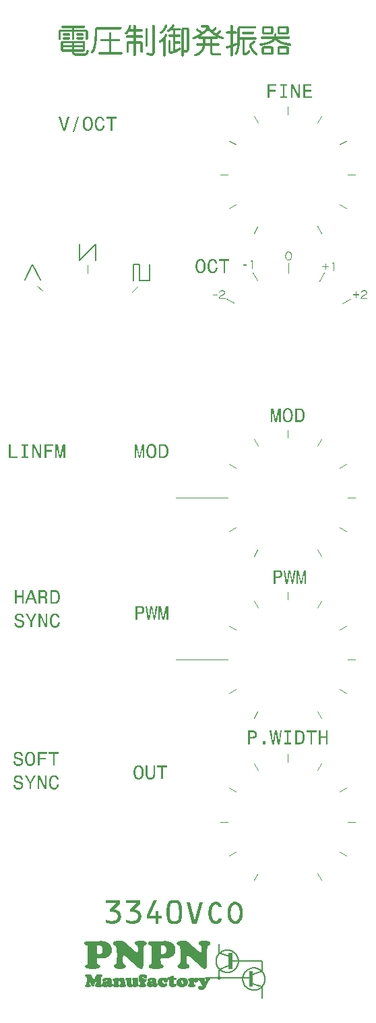
<source format=gto>
G04 #@! TF.GenerationSoftware,KiCad,Pcbnew,7.0.7*
G04 #@! TF.CreationDate,2023-09-02T18:43:39+09:00*
G04 #@! TF.ProjectId,3340VCO_Panel,33333430-5643-44f5-9f50-616e656c2e6b,rev?*
G04 #@! TF.SameCoordinates,Original*
G04 #@! TF.FileFunction,Legend,Top*
G04 #@! TF.FilePolarity,Positive*
%FSLAX46Y46*%
G04 Gerber Fmt 4.6, Leading zero omitted, Abs format (unit mm)*
G04 Created by KiCad (PCBNEW 7.0.7) date 2023-09-02 18:43:39*
%MOMM*%
%LPD*%
G01*
G04 APERTURE LIST*
%ADD10C,0.000000*%
%ADD11C,0.088194*%
%ADD12C,0.176388*%
%ADD13C,7.500000*%
%ADD14C,6.200000*%
%ADD15C,3.200000*%
%ADD16C,2.500000*%
%ADD17C,9.300000*%
G04 APERTURE END LIST*
D10*
G36*
X124940078Y-161771488D02*
G01*
X124486403Y-161771488D01*
X124486403Y-160161144D01*
X123931838Y-160118382D01*
X124001688Y-159885187D01*
X124486403Y-160155051D01*
X124486403Y-160161144D01*
X124499106Y-160162123D01*
X124486403Y-160155051D01*
X124486403Y-159753951D01*
X124940078Y-159753951D01*
X124940078Y-161771488D01*
G37*
G36*
X123308366Y-162674531D02*
G01*
X123319397Y-162675371D01*
X123330268Y-162676754D01*
X123340965Y-162678666D01*
X123351475Y-162681093D01*
X123361785Y-162684023D01*
X123371880Y-162687440D01*
X123381747Y-162691331D01*
X123391372Y-162695683D01*
X123400741Y-162700482D01*
X123409842Y-162705713D01*
X123418659Y-162711364D01*
X123427180Y-162717420D01*
X123435390Y-162723867D01*
X123443276Y-162730693D01*
X123450825Y-162737883D01*
X123458022Y-162745423D01*
X123464854Y-162753299D01*
X123471308Y-162761499D01*
X123477368Y-162770007D01*
X123483023Y-162778811D01*
X123488258Y-162787896D01*
X123493059Y-162797250D01*
X123497413Y-162806857D01*
X123501306Y-162816704D01*
X123504724Y-162826778D01*
X123507654Y-162837065D01*
X123510082Y-162847551D01*
X123511995Y-162858222D01*
X123513377Y-162869064D01*
X123514217Y-162880064D01*
X123514500Y-162891208D01*
X123514218Y-162902383D01*
X123513381Y-162913411D01*
X123512003Y-162924277D01*
X123510097Y-162934967D01*
X123507676Y-162945469D01*
X123504754Y-162955769D01*
X123501345Y-162965853D01*
X123497462Y-162975708D01*
X123493118Y-162985320D01*
X123488328Y-162994675D01*
X123483104Y-163003760D01*
X123477460Y-163012562D01*
X123471410Y-163021067D01*
X123464967Y-163029261D01*
X123458144Y-163037130D01*
X123450956Y-163044662D01*
X123443415Y-163051842D01*
X123435535Y-163058658D01*
X123427329Y-163065094D01*
X123418812Y-163071139D01*
X123409996Y-163076778D01*
X123400896Y-163081998D01*
X123391524Y-163086785D01*
X123381894Y-163091126D01*
X123372020Y-163095007D01*
X123361914Y-163098415D01*
X123351592Y-163101335D01*
X123341065Y-163103755D01*
X123330348Y-163105661D01*
X123319454Y-163107039D01*
X123308397Y-163107876D01*
X123297190Y-163108157D01*
X123286015Y-163107876D01*
X123274987Y-163107039D01*
X123264122Y-163105661D01*
X123253431Y-163103755D01*
X123242929Y-163101335D01*
X123232629Y-163098415D01*
X123222545Y-163095007D01*
X123212690Y-163091126D01*
X123203078Y-163086785D01*
X123193722Y-163081998D01*
X123184636Y-163076778D01*
X123175834Y-163071139D01*
X123167329Y-163065094D01*
X123159135Y-163058658D01*
X123151265Y-163051842D01*
X123143733Y-163044662D01*
X123136552Y-163037130D01*
X123129736Y-163029261D01*
X123123299Y-163021067D01*
X123117254Y-163012562D01*
X123111614Y-163003760D01*
X123106394Y-162994675D01*
X123101607Y-162985320D01*
X123097265Y-162975708D01*
X123093384Y-162965853D01*
X123089976Y-162955769D01*
X123087056Y-162945469D01*
X123084635Y-162934967D01*
X123082730Y-162924277D01*
X123081351Y-162913411D01*
X123080515Y-162902383D01*
X123080233Y-162891208D01*
X123080515Y-162880033D01*
X123081351Y-162869005D01*
X123082730Y-162858139D01*
X123084635Y-162847448D01*
X123087056Y-162836946D01*
X123089976Y-162826646D01*
X123093384Y-162816562D01*
X123097265Y-162806707D01*
X123101607Y-162797094D01*
X123106394Y-162787739D01*
X123111614Y-162778653D01*
X123117254Y-162769851D01*
X123123299Y-162761346D01*
X123129736Y-162753151D01*
X123136552Y-162745281D01*
X123143733Y-162737749D01*
X123151265Y-162730568D01*
X123159135Y-162723752D01*
X123167329Y-162717315D01*
X123175834Y-162711270D01*
X123184636Y-162705630D01*
X123193722Y-162700410D01*
X123203078Y-162695622D01*
X123212690Y-162691281D01*
X123222545Y-162687400D01*
X123232629Y-162683992D01*
X123242929Y-162681071D01*
X123253431Y-162678651D01*
X123264122Y-162676745D01*
X123274987Y-162675367D01*
X123286015Y-162674530D01*
X123297190Y-162674248D01*
X123308366Y-162674531D01*
G37*
G36*
X128680932Y-163993991D02*
G01*
X128113663Y-163950249D01*
X128183866Y-163717410D01*
X128680932Y-163993991D01*
G37*
G36*
X127511826Y-164013390D02*
G01*
X127058155Y-164013390D01*
X127058155Y-161995507D01*
X127511826Y-161995507D01*
X127511826Y-164013390D01*
G37*
D11*
X121899782Y-162855849D02*
X121918133Y-162856808D01*
X121937524Y-162858348D01*
X121957569Y-162860582D01*
X121977886Y-162863625D01*
X121998090Y-162867589D01*
X122017798Y-162872590D01*
X122036625Y-162878740D01*
X122054188Y-162886152D01*
X122062375Y-162890368D01*
X122070102Y-162894942D01*
X122077320Y-162899889D01*
X122083983Y-162905223D01*
X122090042Y-162910957D01*
X122095448Y-162917107D01*
X122100155Y-162923687D01*
X122104113Y-162930710D01*
X122107275Y-162938191D01*
X122109594Y-162946145D01*
X122111020Y-162954584D01*
X122111506Y-162963525D01*
X122111110Y-162974716D01*
X122109945Y-162984919D01*
X122108048Y-162994199D01*
X122105455Y-163002624D01*
X122102200Y-163010258D01*
X122098320Y-163017168D01*
X122093851Y-163023419D01*
X122088828Y-163029078D01*
X122083288Y-163034210D01*
X122077265Y-163038881D01*
X122070797Y-163043158D01*
X122063917Y-163047106D01*
X122056664Y-163050792D01*
X122049071Y-163054281D01*
X122033012Y-163060932D01*
X121998402Y-163074774D01*
X121989440Y-163078732D01*
X121980424Y-163083020D01*
X121971392Y-163087706D01*
X121962379Y-163092854D01*
X121953421Y-163098531D01*
X121944553Y-163104803D01*
X121935812Y-163111735D01*
X121927233Y-163119394D01*
X121918851Y-163127845D01*
X121910704Y-163137155D01*
X121902826Y-163147389D01*
X121895253Y-163158613D01*
X121885957Y-163172723D01*
X121876977Y-163187243D01*
X121868297Y-163202129D01*
X121859903Y-163217337D01*
X121843913Y-163248540D01*
X121828886Y-163280497D01*
X121814702Y-163312850D01*
X121801242Y-163345245D01*
X121776013Y-163408735D01*
X121641604Y-163754804D01*
X121620250Y-163807576D01*
X121597804Y-163859797D01*
X121573986Y-163911073D01*
X121548514Y-163961011D01*
X121521108Y-164009217D01*
X121491486Y-164055297D01*
X121459366Y-164098858D01*
X121424469Y-164139505D01*
X121405891Y-164158613D01*
X121386512Y-164176845D01*
X121366299Y-164194152D01*
X121345215Y-164210484D01*
X121323226Y-164225792D01*
X121300297Y-164240028D01*
X121276392Y-164253141D01*
X121251476Y-164265083D01*
X121225514Y-164275805D01*
X121198471Y-164285257D01*
X121170312Y-164293389D01*
X121141001Y-164300153D01*
X121110504Y-164305500D01*
X121078786Y-164309380D01*
X121045810Y-164311745D01*
X121011543Y-164312544D01*
X120980426Y-164311617D01*
X120948943Y-164308820D01*
X120917420Y-164304124D01*
X120886185Y-164297502D01*
X120855567Y-164288927D01*
X120825892Y-164278371D01*
X120797489Y-164265807D01*
X120770684Y-164251207D01*
X120757984Y-164243135D01*
X120745806Y-164234545D01*
X120734192Y-164225431D01*
X120723182Y-164215792D01*
X120712818Y-164205623D01*
X120703140Y-164194921D01*
X120694189Y-164183683D01*
X120686007Y-164171906D01*
X120678634Y-164159585D01*
X120672111Y-164146718D01*
X120666480Y-164133300D01*
X120661780Y-164119329D01*
X120658054Y-164104802D01*
X120655341Y-164089714D01*
X120653684Y-164074063D01*
X120653122Y-164057844D01*
X120653373Y-164047942D01*
X120654121Y-164038155D01*
X120655354Y-164028495D01*
X120657063Y-164018976D01*
X120659237Y-164009610D01*
X120661866Y-164000411D01*
X120664939Y-163991392D01*
X120668446Y-163982566D01*
X120672377Y-163973946D01*
X120676721Y-163965546D01*
X120681468Y-163957378D01*
X120686608Y-163949455D01*
X120692131Y-163941791D01*
X120698025Y-163934399D01*
X120704281Y-163927291D01*
X120710889Y-163920482D01*
X120717838Y-163913983D01*
X120725117Y-163907809D01*
X120732717Y-163901972D01*
X120740627Y-163896486D01*
X120748837Y-163891363D01*
X120757336Y-163886616D01*
X120766114Y-163882260D01*
X120775160Y-163878306D01*
X120784465Y-163874769D01*
X120794018Y-163871660D01*
X120803809Y-163868994D01*
X120813827Y-163866783D01*
X120824063Y-163865040D01*
X120834505Y-163863780D01*
X120845143Y-163863014D01*
X120855967Y-163862755D01*
X120875094Y-163863400D01*
X120892707Y-163865279D01*
X120908884Y-163868310D01*
X120923702Y-163872411D01*
X120937240Y-163877500D01*
X120949574Y-163883494D01*
X120960783Y-163890310D01*
X120970945Y-163897868D01*
X120980136Y-163906084D01*
X120988435Y-163914876D01*
X120995920Y-163924161D01*
X121002668Y-163933858D01*
X121008756Y-163943885D01*
X121014263Y-163954158D01*
X121023844Y-163975116D01*
X121032032Y-163996074D01*
X121039448Y-164016373D01*
X121046715Y-164035356D01*
X121054453Y-164052364D01*
X121058693Y-164059921D01*
X121063284Y-164066738D01*
X121068304Y-164072732D01*
X121073831Y-164077820D01*
X121079942Y-164081922D01*
X121086715Y-164084953D01*
X121094227Y-164086832D01*
X121102557Y-164087476D01*
X121108243Y-164087317D01*
X121113729Y-164086846D01*
X121119015Y-164086076D01*
X121124102Y-164085016D01*
X121128992Y-164083679D01*
X121133686Y-164082076D01*
X121138186Y-164080218D01*
X121142493Y-164078115D01*
X121146608Y-164075781D01*
X121150532Y-164073225D01*
X121154268Y-164070458D01*
X121157816Y-164067493D01*
X121161177Y-164064341D01*
X121164354Y-164061012D01*
X121167347Y-164057518D01*
X121170158Y-164053870D01*
X121172788Y-164050080D01*
X121175239Y-164046158D01*
X121177511Y-164042116D01*
X121179607Y-164037965D01*
X121181527Y-164033717D01*
X121183273Y-164029382D01*
X121184846Y-164024972D01*
X121186248Y-164020499D01*
X121188543Y-164011404D01*
X121190169Y-164002189D01*
X121191137Y-163992944D01*
X121191457Y-163983757D01*
X121190939Y-163972346D01*
X121189448Y-163960518D01*
X121187076Y-163948344D01*
X121183917Y-163935894D01*
X121180063Y-163923240D01*
X121175607Y-163910452D01*
X121170643Y-163897601D01*
X121165264Y-163884757D01*
X121153630Y-163859377D01*
X121141451Y-163834877D01*
X121118431Y-163790785D01*
X120799169Y-163169193D01*
X120794854Y-163161570D01*
X120790073Y-163154547D01*
X120784864Y-163148082D01*
X120779267Y-163142132D01*
X120773323Y-163136655D01*
X120767070Y-163131609D01*
X120760549Y-163126950D01*
X120753798Y-163122637D01*
X120739767Y-163114876D01*
X120725294Y-163107987D01*
X120696290Y-163095461D01*
X120682392Y-163089145D01*
X120669320Y-163082340D01*
X120663192Y-163078647D01*
X120657390Y-163074706D01*
X120651952Y-163070471D01*
X120646918Y-163065903D01*
X120642329Y-163060956D01*
X120638223Y-163055591D01*
X120634640Y-163049762D01*
X120631619Y-163043429D01*
X120629201Y-163036549D01*
X120627425Y-163029079D01*
X120626330Y-163020977D01*
X120625956Y-163012200D01*
X120626529Y-162999977D01*
X120627356Y-162993661D01*
X120628640Y-162987239D01*
X120630455Y-162980734D01*
X120632874Y-162974167D01*
X120635971Y-162967561D01*
X120639819Y-162960939D01*
X120644491Y-162954324D01*
X120650061Y-162947737D01*
X120656601Y-162941201D01*
X120664186Y-162934739D01*
X120672888Y-162928372D01*
X120682781Y-162922125D01*
X120693939Y-162916018D01*
X120706433Y-162910076D01*
X120720339Y-162904319D01*
X120735728Y-162898770D01*
X120752675Y-162893453D01*
X120771253Y-162888389D01*
X120791534Y-162883601D01*
X120813594Y-162879111D01*
X120837503Y-162874943D01*
X120863337Y-162871117D01*
X120891168Y-162867658D01*
X120921070Y-162864587D01*
X120953115Y-162861926D01*
X120987378Y-162859699D01*
X121023932Y-162857928D01*
X121062849Y-162856635D01*
X121104203Y-162855843D01*
X121148069Y-162855574D01*
X121185536Y-162856159D01*
X121230321Y-162858733D01*
X121254272Y-162861149D01*
X121278628Y-162864523D01*
X121302916Y-162869007D01*
X121326662Y-162874757D01*
X121349391Y-162881924D01*
X121370628Y-162890662D01*
X121380539Y-162895668D01*
X121389900Y-162901125D01*
X121398650Y-162907051D01*
X121406731Y-162913466D01*
X121414083Y-162920389D01*
X121420648Y-162927840D01*
X121426365Y-162935836D01*
X121431176Y-162944398D01*
X121435021Y-162953544D01*
X121437841Y-162963295D01*
X121439576Y-162973668D01*
X121440167Y-162984683D01*
X121440018Y-162989927D01*
X121439581Y-162994950D01*
X121438877Y-162999766D01*
X121437924Y-163004389D01*
X121436742Y-163008831D01*
X121435349Y-163013108D01*
X121433765Y-163017230D01*
X121432010Y-163021213D01*
X121430101Y-163025069D01*
X121428058Y-163028812D01*
X121423648Y-163036012D01*
X121418931Y-163042919D01*
X121414062Y-163049641D01*
X121404477Y-163062956D01*
X121400066Y-163069763D01*
X121398024Y-163073251D01*
X121396115Y-163076813D01*
X121394359Y-163080462D01*
X121392775Y-163084211D01*
X121391383Y-163088075D01*
X121390200Y-163092066D01*
X121389248Y-163096198D01*
X121388543Y-163100484D01*
X121388107Y-163104937D01*
X121387957Y-163109571D01*
X121388247Y-163117336D01*
X121389096Y-163125456D01*
X121392353Y-163142604D01*
X121397491Y-163160700D01*
X121404273Y-163179427D01*
X121412460Y-163198470D01*
X121421816Y-163217514D01*
X121432101Y-163236242D01*
X121443079Y-163254339D01*
X121454511Y-163271490D01*
X121466161Y-163287377D01*
X121477790Y-163301687D01*
X121489160Y-163314103D01*
X121500034Y-163324309D01*
X121510175Y-163331991D01*
X121514895Y-163334785D01*
X121519343Y-163336831D01*
X121523489Y-163338087D01*
X121527303Y-163338514D01*
X121533689Y-163338093D01*
X121539947Y-163336858D01*
X121546071Y-163334853D01*
X121552056Y-163332124D01*
X121557898Y-163328715D01*
X121563591Y-163324669D01*
X121569132Y-163320031D01*
X121574514Y-163314845D01*
X121579734Y-163309156D01*
X121584786Y-163303008D01*
X121589666Y-163296446D01*
X121594369Y-163289513D01*
X121598889Y-163282254D01*
X121603222Y-163274713D01*
X121611308Y-163258964D01*
X121618588Y-163242619D01*
X121625023Y-163226034D01*
X121630574Y-163209562D01*
X121635203Y-163193559D01*
X121638871Y-163178379D01*
X121641539Y-163164376D01*
X121643168Y-163151905D01*
X121643720Y-163141320D01*
X121643510Y-163132650D01*
X121642900Y-163124545D01*
X121641915Y-163116972D01*
X121640582Y-163109896D01*
X121638928Y-163103286D01*
X121636980Y-163097108D01*
X121634765Y-163091330D01*
X121632309Y-163085918D01*
X121629640Y-163080839D01*
X121626783Y-163076060D01*
X121623765Y-163071549D01*
X121620614Y-163067272D01*
X121614017Y-163059289D01*
X121607207Y-163051846D01*
X121593800Y-163037528D01*
X121587631Y-163030125D01*
X121584774Y-163026246D01*
X121582104Y-163022206D01*
X121579648Y-163017970D01*
X121577433Y-163013507D01*
X121575485Y-163008783D01*
X121573832Y-163003765D01*
X121572499Y-162998421D01*
X121571514Y-162992716D01*
X121570903Y-162986619D01*
X121570694Y-162980096D01*
X121571313Y-162969868D01*
X121573127Y-162960208D01*
X121576072Y-162951098D01*
X121580086Y-162942524D01*
X121585104Y-162934469D01*
X121591062Y-162926917D01*
X121597898Y-162919853D01*
X121605547Y-162913261D01*
X121613946Y-162907124D01*
X121623032Y-162901427D01*
X121632739Y-162896154D01*
X121643006Y-162891289D01*
X121653768Y-162886816D01*
X121664962Y-162882720D01*
X121688390Y-162875592D01*
X121712781Y-162869779D01*
X121737627Y-162865153D01*
X121762418Y-162861588D01*
X121786645Y-162858956D01*
X121809799Y-162857130D01*
X121831371Y-162855983D01*
X121867734Y-162855218D01*
X121899782Y-162855849D01*
G36*
X121899782Y-162855849D02*
G01*
X121918133Y-162856808D01*
X121937524Y-162858348D01*
X121957569Y-162860582D01*
X121977886Y-162863625D01*
X121998090Y-162867589D01*
X122017798Y-162872590D01*
X122036625Y-162878740D01*
X122054188Y-162886152D01*
X122062375Y-162890368D01*
X122070102Y-162894942D01*
X122077320Y-162899889D01*
X122083983Y-162905223D01*
X122090042Y-162910957D01*
X122095448Y-162917107D01*
X122100155Y-162923687D01*
X122104113Y-162930710D01*
X122107275Y-162938191D01*
X122109594Y-162946145D01*
X122111020Y-162954584D01*
X122111506Y-162963525D01*
X122111110Y-162974716D01*
X122109945Y-162984919D01*
X122108048Y-162994199D01*
X122105455Y-163002624D01*
X122102200Y-163010258D01*
X122098320Y-163017168D01*
X122093851Y-163023419D01*
X122088828Y-163029078D01*
X122083288Y-163034210D01*
X122077265Y-163038881D01*
X122070797Y-163043158D01*
X122063917Y-163047106D01*
X122056664Y-163050792D01*
X122049071Y-163054281D01*
X122033012Y-163060932D01*
X121998402Y-163074774D01*
X121989440Y-163078732D01*
X121980424Y-163083020D01*
X121971392Y-163087706D01*
X121962379Y-163092854D01*
X121953421Y-163098531D01*
X121944553Y-163104803D01*
X121935812Y-163111735D01*
X121927233Y-163119394D01*
X121918851Y-163127845D01*
X121910704Y-163137155D01*
X121902826Y-163147389D01*
X121895253Y-163158613D01*
X121885957Y-163172723D01*
X121876977Y-163187243D01*
X121868297Y-163202129D01*
X121859903Y-163217337D01*
X121843913Y-163248540D01*
X121828886Y-163280497D01*
X121814702Y-163312850D01*
X121801242Y-163345245D01*
X121776013Y-163408735D01*
X121641604Y-163754804D01*
X121620250Y-163807576D01*
X121597804Y-163859797D01*
X121573986Y-163911073D01*
X121548514Y-163961011D01*
X121521108Y-164009217D01*
X121491486Y-164055297D01*
X121459366Y-164098858D01*
X121424469Y-164139505D01*
X121405891Y-164158613D01*
X121386512Y-164176845D01*
X121366299Y-164194152D01*
X121345215Y-164210484D01*
X121323226Y-164225792D01*
X121300297Y-164240028D01*
X121276392Y-164253141D01*
X121251476Y-164265083D01*
X121225514Y-164275805D01*
X121198471Y-164285257D01*
X121170312Y-164293389D01*
X121141001Y-164300153D01*
X121110504Y-164305500D01*
X121078786Y-164309380D01*
X121045810Y-164311745D01*
X121011543Y-164312544D01*
X120980426Y-164311617D01*
X120948943Y-164308820D01*
X120917420Y-164304124D01*
X120886185Y-164297502D01*
X120855567Y-164288927D01*
X120825892Y-164278371D01*
X120797489Y-164265807D01*
X120770684Y-164251207D01*
X120757984Y-164243135D01*
X120745806Y-164234545D01*
X120734192Y-164225431D01*
X120723182Y-164215792D01*
X120712818Y-164205623D01*
X120703140Y-164194921D01*
X120694189Y-164183683D01*
X120686007Y-164171906D01*
X120678634Y-164159585D01*
X120672111Y-164146718D01*
X120666480Y-164133300D01*
X120661780Y-164119329D01*
X120658054Y-164104802D01*
X120655341Y-164089714D01*
X120653684Y-164074063D01*
X120653122Y-164057844D01*
X120653373Y-164047942D01*
X120654121Y-164038155D01*
X120655354Y-164028495D01*
X120657063Y-164018976D01*
X120659237Y-164009610D01*
X120661866Y-164000411D01*
X120664939Y-163991392D01*
X120668446Y-163982566D01*
X120672377Y-163973946D01*
X120676721Y-163965546D01*
X120681468Y-163957378D01*
X120686608Y-163949455D01*
X120692131Y-163941791D01*
X120698025Y-163934399D01*
X120704281Y-163927291D01*
X120710889Y-163920482D01*
X120717838Y-163913983D01*
X120725117Y-163907809D01*
X120732717Y-163901972D01*
X120740627Y-163896486D01*
X120748837Y-163891363D01*
X120757336Y-163886616D01*
X120766114Y-163882260D01*
X120775160Y-163878306D01*
X120784465Y-163874769D01*
X120794018Y-163871660D01*
X120803809Y-163868994D01*
X120813827Y-163866783D01*
X120824063Y-163865040D01*
X120834505Y-163863780D01*
X120845143Y-163863014D01*
X120855967Y-163862755D01*
X120875094Y-163863400D01*
X120892707Y-163865279D01*
X120908884Y-163868310D01*
X120923702Y-163872411D01*
X120937240Y-163877500D01*
X120949574Y-163883494D01*
X120960783Y-163890310D01*
X120970945Y-163897868D01*
X120980136Y-163906084D01*
X120988435Y-163914876D01*
X120995920Y-163924161D01*
X121002668Y-163933858D01*
X121008756Y-163943885D01*
X121014263Y-163954158D01*
X121023844Y-163975116D01*
X121032032Y-163996074D01*
X121039448Y-164016373D01*
X121046715Y-164035356D01*
X121054453Y-164052364D01*
X121058693Y-164059921D01*
X121063284Y-164066738D01*
X121068304Y-164072732D01*
X121073831Y-164077820D01*
X121079942Y-164081922D01*
X121086715Y-164084953D01*
X121094227Y-164086832D01*
X121102557Y-164087476D01*
X121108243Y-164087317D01*
X121113729Y-164086846D01*
X121119015Y-164086076D01*
X121124102Y-164085016D01*
X121128992Y-164083679D01*
X121133686Y-164082076D01*
X121138186Y-164080218D01*
X121142493Y-164078115D01*
X121146608Y-164075781D01*
X121150532Y-164073225D01*
X121154268Y-164070458D01*
X121157816Y-164067493D01*
X121161177Y-164064341D01*
X121164354Y-164061012D01*
X121167347Y-164057518D01*
X121170158Y-164053870D01*
X121172788Y-164050080D01*
X121175239Y-164046158D01*
X121177511Y-164042116D01*
X121179607Y-164037965D01*
X121181527Y-164033717D01*
X121183273Y-164029382D01*
X121184846Y-164024972D01*
X121186248Y-164020499D01*
X121188543Y-164011404D01*
X121190169Y-164002189D01*
X121191137Y-163992944D01*
X121191457Y-163983757D01*
X121190939Y-163972346D01*
X121189448Y-163960518D01*
X121187076Y-163948344D01*
X121183917Y-163935894D01*
X121180063Y-163923240D01*
X121175607Y-163910452D01*
X121170643Y-163897601D01*
X121165264Y-163884757D01*
X121153630Y-163859377D01*
X121141451Y-163834877D01*
X121118431Y-163790785D01*
X120799169Y-163169193D01*
X120794854Y-163161570D01*
X120790073Y-163154547D01*
X120784864Y-163148082D01*
X120779267Y-163142132D01*
X120773323Y-163136655D01*
X120767070Y-163131609D01*
X120760549Y-163126950D01*
X120753798Y-163122637D01*
X120739767Y-163114876D01*
X120725294Y-163107987D01*
X120696290Y-163095461D01*
X120682392Y-163089145D01*
X120669320Y-163082340D01*
X120663192Y-163078647D01*
X120657390Y-163074706D01*
X120651952Y-163070471D01*
X120646918Y-163065903D01*
X120642329Y-163060956D01*
X120638223Y-163055591D01*
X120634640Y-163049762D01*
X120631619Y-163043429D01*
X120629201Y-163036549D01*
X120627425Y-163029079D01*
X120626330Y-163020977D01*
X120625956Y-163012200D01*
X120626529Y-162999977D01*
X120627356Y-162993661D01*
X120628640Y-162987239D01*
X120630455Y-162980734D01*
X120632874Y-162974167D01*
X120635971Y-162967561D01*
X120639819Y-162960939D01*
X120644491Y-162954324D01*
X120650061Y-162947737D01*
X120656601Y-162941201D01*
X120664186Y-162934739D01*
X120672888Y-162928372D01*
X120682781Y-162922125D01*
X120693939Y-162916018D01*
X120706433Y-162910076D01*
X120720339Y-162904319D01*
X120735728Y-162898770D01*
X120752675Y-162893453D01*
X120771253Y-162888389D01*
X120791534Y-162883601D01*
X120813594Y-162879111D01*
X120837503Y-162874943D01*
X120863337Y-162871117D01*
X120891168Y-162867658D01*
X120921070Y-162864587D01*
X120953115Y-162861926D01*
X120987378Y-162859699D01*
X121023932Y-162857928D01*
X121062849Y-162856635D01*
X121104203Y-162855843D01*
X121148069Y-162855574D01*
X121185536Y-162856159D01*
X121230321Y-162858733D01*
X121254272Y-162861149D01*
X121278628Y-162864523D01*
X121302916Y-162869007D01*
X121326662Y-162874757D01*
X121349391Y-162881924D01*
X121370628Y-162890662D01*
X121380539Y-162895668D01*
X121389900Y-162901125D01*
X121398650Y-162907051D01*
X121406731Y-162913466D01*
X121414083Y-162920389D01*
X121420648Y-162927840D01*
X121426365Y-162935836D01*
X121431176Y-162944398D01*
X121435021Y-162953544D01*
X121437841Y-162963295D01*
X121439576Y-162973668D01*
X121440167Y-162984683D01*
X121440018Y-162989927D01*
X121439581Y-162994950D01*
X121438877Y-162999766D01*
X121437924Y-163004389D01*
X121436742Y-163008831D01*
X121435349Y-163013108D01*
X121433765Y-163017230D01*
X121432010Y-163021213D01*
X121430101Y-163025069D01*
X121428058Y-163028812D01*
X121423648Y-163036012D01*
X121418931Y-163042919D01*
X121414062Y-163049641D01*
X121404477Y-163062956D01*
X121400066Y-163069763D01*
X121398024Y-163073251D01*
X121396115Y-163076813D01*
X121394359Y-163080462D01*
X121392775Y-163084211D01*
X121391383Y-163088075D01*
X121390200Y-163092066D01*
X121389248Y-163096198D01*
X121388543Y-163100484D01*
X121388107Y-163104937D01*
X121387957Y-163109571D01*
X121388247Y-163117336D01*
X121389096Y-163125456D01*
X121392353Y-163142604D01*
X121397491Y-163160700D01*
X121404273Y-163179427D01*
X121412460Y-163198470D01*
X121421816Y-163217514D01*
X121432101Y-163236242D01*
X121443079Y-163254339D01*
X121454511Y-163271490D01*
X121466161Y-163287377D01*
X121477790Y-163301687D01*
X121489160Y-163314103D01*
X121500034Y-163324309D01*
X121510175Y-163331991D01*
X121514895Y-163334785D01*
X121519343Y-163336831D01*
X121523489Y-163338087D01*
X121527303Y-163338514D01*
X121533689Y-163338093D01*
X121539947Y-163336858D01*
X121546071Y-163334853D01*
X121552056Y-163332124D01*
X121557898Y-163328715D01*
X121563591Y-163324669D01*
X121569132Y-163320031D01*
X121574514Y-163314845D01*
X121579734Y-163309156D01*
X121584786Y-163303008D01*
X121589666Y-163296446D01*
X121594369Y-163289513D01*
X121598889Y-163282254D01*
X121603222Y-163274713D01*
X121611308Y-163258964D01*
X121618588Y-163242619D01*
X121625023Y-163226034D01*
X121630574Y-163209562D01*
X121635203Y-163193559D01*
X121638871Y-163178379D01*
X121641539Y-163164376D01*
X121643168Y-163151905D01*
X121643720Y-163141320D01*
X121643510Y-163132650D01*
X121642900Y-163124545D01*
X121641915Y-163116972D01*
X121640582Y-163109896D01*
X121638928Y-163103286D01*
X121636980Y-163097108D01*
X121634765Y-163091330D01*
X121632309Y-163085918D01*
X121629640Y-163080839D01*
X121626783Y-163076060D01*
X121623765Y-163071549D01*
X121620614Y-163067272D01*
X121614017Y-163059289D01*
X121607207Y-163051846D01*
X121593800Y-163037528D01*
X121587631Y-163030125D01*
X121584774Y-163026246D01*
X121582104Y-163022206D01*
X121579648Y-163017970D01*
X121577433Y-163013507D01*
X121575485Y-163008783D01*
X121573832Y-163003765D01*
X121572499Y-162998421D01*
X121571514Y-162992716D01*
X121570903Y-162986619D01*
X121570694Y-162980096D01*
X121571313Y-162969868D01*
X121573127Y-162960208D01*
X121576072Y-162951098D01*
X121580086Y-162942524D01*
X121585104Y-162934469D01*
X121591062Y-162926917D01*
X121597898Y-162919853D01*
X121605547Y-162913261D01*
X121613946Y-162907124D01*
X121623032Y-162901427D01*
X121632739Y-162896154D01*
X121643006Y-162891289D01*
X121653768Y-162886816D01*
X121664962Y-162882720D01*
X121688390Y-162875592D01*
X121712781Y-162869779D01*
X121737627Y-162865153D01*
X121762418Y-162861588D01*
X121786645Y-162858956D01*
X121809799Y-162857130D01*
X121831371Y-162855983D01*
X121867734Y-162855218D01*
X121899782Y-162855849D01*
G37*
D12*
X121585515Y-162900028D02*
X127059213Y-162900028D01*
X123288370Y-159771956D02*
X124502631Y-160166711D01*
X123288370Y-158659998D02*
X123288370Y-159771956D01*
X123305658Y-161822645D02*
X123305658Y-162917667D01*
X124487461Y-161353804D02*
X123305658Y-161822645D01*
X128692928Y-162013848D02*
X127493483Y-162465407D01*
X128692928Y-160779840D02*
X128692928Y-162013848D01*
X124921731Y-160779840D02*
X128692928Y-160779840D01*
X128675286Y-164012332D02*
X128675286Y-165401929D01*
X127493483Y-163612287D02*
X128675286Y-164012332D01*
X125702018Y-160716728D02*
X125703838Y-160788649D01*
X125696618Y-160645750D02*
X125702018Y-160716728D01*
X125687724Y-160575804D02*
X125696618Y-160645750D01*
X125675425Y-160506977D02*
X125687724Y-160575804D01*
X125659808Y-160439356D02*
X125675425Y-160506977D01*
X125640963Y-160373031D02*
X125659808Y-160439356D01*
X125618977Y-160308088D02*
X125640963Y-160373031D01*
X125593937Y-160244615D02*
X125618977Y-160308088D01*
X125565932Y-160182700D02*
X125593937Y-160244615D01*
X125535050Y-160122431D02*
X125565932Y-160182700D01*
X125501379Y-160063896D02*
X125535050Y-160122431D01*
X125465007Y-160007182D02*
X125501379Y-160063896D01*
X125426021Y-159952378D02*
X125465007Y-160007182D01*
X125384510Y-159899570D02*
X125426021Y-159952378D01*
X125340562Y-159848847D02*
X125384510Y-159899570D01*
X125294264Y-159800297D02*
X125340562Y-159848847D01*
X125245705Y-159754007D02*
X125294264Y-159800297D01*
X125194972Y-159710065D02*
X125245705Y-159754007D01*
X125142155Y-159668559D02*
X125194972Y-159710065D01*
X125087339Y-159629577D02*
X125142155Y-159668559D01*
X125030615Y-159593206D02*
X125087339Y-159629577D01*
X124972069Y-159559534D02*
X125030615Y-159593206D01*
X124911789Y-159528650D02*
X124972069Y-159559534D01*
X124849864Y-159500640D02*
X124911789Y-159528650D01*
X124786381Y-159475593D02*
X124849864Y-159500640D01*
X124721429Y-159453596D02*
X124786381Y-159475593D01*
X124655095Y-159434737D02*
X124721429Y-159453596D01*
X124587468Y-159419104D02*
X124655095Y-159434737D01*
X124518635Y-159406785D02*
X124587468Y-159419104D01*
X124448685Y-159397868D02*
X124518635Y-159406785D01*
X124377704Y-159392440D02*
X124448685Y-159397868D01*
X124305783Y-159390588D02*
X124377704Y-159392440D01*
X124233797Y-159392407D02*
X124305783Y-159390588D01*
X124162756Y-159397805D02*
X124233797Y-159392407D01*
X124092749Y-159406695D02*
X124162756Y-159397805D01*
X124023864Y-159418988D02*
X124092749Y-159406695D01*
X123956188Y-159434597D02*
X124023864Y-159418988D01*
X123889808Y-159453434D02*
X123956188Y-159434597D01*
X123824814Y-159475411D02*
X123889808Y-159453434D01*
X123761293Y-159500441D02*
X123824814Y-159475411D01*
X123699332Y-159528435D02*
X123761293Y-159500441D01*
X123639019Y-159559307D02*
X123699332Y-159528435D01*
X123580443Y-159592967D02*
X123639019Y-159559307D01*
X123523691Y-159629329D02*
X123580443Y-159592967D01*
X123468852Y-159668304D02*
X123523691Y-159629329D01*
X123416012Y-159709805D02*
X123468852Y-159668304D01*
X123365259Y-159753745D02*
X123416012Y-159709805D01*
X123316683Y-159800034D02*
X123365259Y-159753745D01*
X123270369Y-159848585D02*
X123316683Y-159800034D01*
X123226408Y-159899312D02*
X123270369Y-159848585D01*
X123184885Y-159952125D02*
X123226408Y-159899312D01*
X123145889Y-160006937D02*
X123184885Y-159952125D01*
X123109508Y-160063660D02*
X123145889Y-160006937D01*
X123075829Y-160122206D02*
X123109508Y-160063660D01*
X123044942Y-160182489D02*
X123075829Y-160122206D01*
X123016932Y-160244419D02*
X123044942Y-160182489D01*
X122991889Y-160307909D02*
X123016932Y-160244419D01*
X122969900Y-160372872D02*
X122991889Y-160307909D01*
X122951053Y-160439219D02*
X122969900Y-160372872D01*
X122935435Y-160506863D02*
X122951053Y-160439219D01*
X122923135Y-160575715D02*
X122935435Y-160506863D01*
X122914241Y-160645689D02*
X122923135Y-160575715D01*
X122908840Y-160716696D02*
X122914241Y-160645689D01*
X122907020Y-160788649D02*
X122908840Y-160716696D01*
X122908841Y-160860604D02*
X122907020Y-160788649D01*
X122914245Y-160931615D02*
X122908841Y-160860604D01*
X122923144Y-161001594D02*
X122914245Y-160931615D01*
X122935449Y-161070454D02*
X122923144Y-161001594D01*
X122951074Y-161138106D02*
X122935449Y-161070454D01*
X122969930Y-161204463D02*
X122951074Y-161138106D01*
X122991928Y-161269437D02*
X122969930Y-161204463D01*
X123016982Y-161332939D02*
X122991928Y-161269437D01*
X123045001Y-161394883D02*
X123016982Y-161332939D01*
X123075900Y-161455179D02*
X123045001Y-161394883D01*
X123109589Y-161513740D02*
X123075900Y-161455179D01*
X123145981Y-161570479D02*
X123109589Y-161513740D01*
X123184988Y-161625307D02*
X123145981Y-161570479D01*
X123226521Y-161678136D02*
X123184988Y-161625307D01*
X123270492Y-161728878D02*
X123226521Y-161678136D01*
X123316814Y-161777446D02*
X123270492Y-161728878D01*
X123365399Y-161823752D02*
X123316814Y-161777446D01*
X123416157Y-161867707D02*
X123365399Y-161823752D01*
X123469002Y-161909224D02*
X123416157Y-161867707D01*
X123523846Y-161948215D02*
X123469002Y-161909224D01*
X123580599Y-161984592D02*
X123523846Y-161948215D01*
X123639175Y-162018267D02*
X123580599Y-161984592D01*
X123699485Y-162049152D02*
X123639175Y-162018267D01*
X123761441Y-162077159D02*
X123699485Y-162049152D01*
X123824955Y-162102201D02*
X123761441Y-162077159D01*
X123889939Y-162124188D02*
X123824955Y-162102201D01*
X123956305Y-162143035D02*
X123889939Y-162124188D01*
X124023965Y-162158652D02*
X123956305Y-162143035D01*
X124092830Y-162170951D02*
X124023965Y-162158652D01*
X124162814Y-162179845D02*
X124092830Y-162170951D01*
X124233827Y-162185246D02*
X124162814Y-162179845D01*
X124305783Y-162187066D02*
X124233827Y-162185246D01*
X124377736Y-162185245D02*
X124305783Y-162187066D01*
X124448743Y-162179841D02*
X124377736Y-162185245D01*
X124518717Y-162170942D02*
X124448743Y-162179841D01*
X124587570Y-162158637D02*
X124518717Y-162170942D01*
X124655213Y-162143013D02*
X124587570Y-162158637D01*
X124721560Y-162124158D02*
X124655213Y-162143013D01*
X124786523Y-162102161D02*
X124721560Y-162124158D01*
X124850013Y-162077109D02*
X124786523Y-162102161D01*
X124911943Y-162049091D02*
X124850013Y-162077109D01*
X124972225Y-162018195D02*
X124911943Y-162049091D01*
X125030772Y-161984509D02*
X124972225Y-162018195D01*
X125087495Y-161948121D02*
X125030772Y-161984509D01*
X125142307Y-161909120D02*
X125087495Y-161948121D01*
X125195119Y-161867592D02*
X125142307Y-161909120D01*
X125245845Y-161823627D02*
X125195119Y-161867592D01*
X125294396Y-161777313D02*
X125245845Y-161823627D01*
X125340685Y-161728737D02*
X125294396Y-161777313D01*
X125384624Y-161677988D02*
X125340685Y-161728737D01*
X125426125Y-161625154D02*
X125384624Y-161677988D01*
X125465100Y-161570322D02*
X125426125Y-161625154D01*
X125501461Y-161513582D02*
X125465100Y-161570322D01*
X125535122Y-161455021D02*
X125501461Y-161513582D01*
X125565993Y-161394727D02*
X125535122Y-161455021D01*
X125593987Y-161332789D02*
X125565993Y-161394727D01*
X125619016Y-161269294D02*
X125593987Y-161332789D01*
X125640993Y-161204331D02*
X125619016Y-161269294D01*
X125659830Y-161137987D02*
X125640993Y-161204331D01*
X125675439Y-161070352D02*
X125659830Y-161137987D01*
X125687732Y-161001512D02*
X125675439Y-161070352D01*
X125696621Y-160931556D02*
X125687732Y-161001512D01*
X125702019Y-160860573D02*
X125696621Y-160931556D01*
X125703838Y-160788649D02*
X125702019Y-160860573D01*
X129047056Y-162949779D02*
X129048877Y-163021732D01*
X129041652Y-162878772D02*
X129047056Y-162949779D01*
X129032753Y-162808798D02*
X129041652Y-162878772D01*
X129020448Y-162739946D02*
X129032753Y-162808798D01*
X129004824Y-162672302D02*
X129020448Y-162739946D01*
X128985969Y-162605955D02*
X129004824Y-162672302D01*
X128963972Y-162540993D02*
X128985969Y-162605955D01*
X128938920Y-162477503D02*
X128963972Y-162540993D01*
X128910903Y-162415573D02*
X128938920Y-162477503D01*
X128880007Y-162355291D02*
X128910903Y-162415573D01*
X128846321Y-162296745D02*
X128880007Y-162355291D01*
X128809933Y-162240022D02*
X128846321Y-162296745D01*
X128770932Y-162185210D02*
X128809933Y-162240022D01*
X128729405Y-162132397D02*
X128770932Y-162185210D01*
X128685440Y-162081671D02*
X128729405Y-162132397D01*
X128639126Y-162033120D02*
X128685440Y-162081671D01*
X128590550Y-161986831D02*
X128639126Y-162033120D01*
X128539801Y-161942892D02*
X128590550Y-161986831D01*
X128486967Y-161901391D02*
X128539801Y-161942892D01*
X128432136Y-161862416D02*
X128486967Y-161901391D01*
X128375396Y-161826054D02*
X128432136Y-161862416D01*
X128316836Y-161792394D02*
X128375396Y-161826054D01*
X128256542Y-161761522D02*
X128316836Y-161792394D01*
X128194604Y-161733528D02*
X128256542Y-161761522D01*
X128131110Y-161708498D02*
X128194604Y-161733528D01*
X128066147Y-161686520D02*
X128131110Y-161708498D01*
X127999804Y-161667683D02*
X128066147Y-161686520D01*
X127932168Y-161652073D02*
X127999804Y-161667683D01*
X127863329Y-161639780D02*
X127932168Y-161652073D01*
X127793374Y-161630890D02*
X127863329Y-161639780D01*
X127722391Y-161625491D02*
X127793374Y-161630890D01*
X127650468Y-161623671D02*
X127722391Y-161625491D01*
X127578484Y-161625491D02*
X127650468Y-161623671D01*
X127507450Y-161630892D02*
X127578484Y-161625491D01*
X127437452Y-161639786D02*
X127507450Y-161630892D01*
X127368580Y-161652085D02*
X127437452Y-161639786D01*
X127300920Y-161667701D02*
X127368580Y-161652085D01*
X127234560Y-161686547D02*
X127300920Y-161667701D01*
X127169587Y-161708534D02*
X127234560Y-161686547D01*
X127106089Y-161733574D02*
X127169587Y-161708534D01*
X127044154Y-161761579D02*
X127106089Y-161733574D01*
X126983869Y-161792461D02*
X127044154Y-161761579D01*
X126925323Y-161826133D02*
X126983869Y-161792461D01*
X126868601Y-161862505D02*
X126925323Y-161826133D01*
X126813793Y-161901492D02*
X126868601Y-161862505D01*
X126760985Y-161943003D02*
X126813793Y-161901492D01*
X126710266Y-161986952D02*
X126760985Y-161943003D01*
X126661722Y-162033250D02*
X126710266Y-161986952D01*
X126615442Y-162081809D02*
X126661722Y-162033250D01*
X126571513Y-162132542D02*
X126615442Y-162081809D01*
X126530022Y-162185360D02*
X126571513Y-162132542D01*
X126491058Y-162240176D02*
X126530022Y-162185360D01*
X126454707Y-162296900D02*
X126491058Y-162240176D01*
X126421058Y-162355447D02*
X126454707Y-162296900D01*
X126390198Y-162415727D02*
X126421058Y-162355447D01*
X126362214Y-162477652D02*
X126390198Y-162415727D01*
X126337195Y-162541134D02*
X126362214Y-162477652D01*
X126315227Y-162606087D02*
X126337195Y-162541134D01*
X126296398Y-162672420D02*
X126315227Y-162606087D01*
X126280797Y-162740047D02*
X126296398Y-162672420D01*
X126268510Y-162808880D02*
X126280797Y-162740047D01*
X126259625Y-162878830D02*
X126268510Y-162808880D01*
X126254230Y-162949810D02*
X126259625Y-162878830D01*
X126252412Y-163021732D02*
X126254230Y-162949810D01*
X126254231Y-163093717D02*
X126252412Y-163021732D01*
X126259629Y-163164754D02*
X126254231Y-163093717D01*
X126268518Y-163234756D02*
X126259629Y-163164754D01*
X126280811Y-163303635D02*
X126268518Y-163234756D01*
X126296420Y-163371303D02*
X126280811Y-163303635D01*
X126315257Y-163437673D02*
X126296420Y-163371303D01*
X126337234Y-163502657D02*
X126315257Y-163437673D01*
X126362263Y-163566166D02*
X126337234Y-163502657D01*
X126390257Y-163628114D02*
X126362263Y-163566166D01*
X126421128Y-163688412D02*
X126390257Y-163628114D01*
X126454788Y-163746974D02*
X126421128Y-163688412D01*
X126491150Y-163803710D02*
X126454788Y-163746974D01*
X126530125Y-163858534D02*
X126491150Y-163803710D01*
X126571625Y-163911358D02*
X126530125Y-163858534D01*
X126615564Y-163962094D02*
X126571625Y-163911358D01*
X126661853Y-164010654D02*
X126615564Y-163962094D01*
X126710404Y-164056950D02*
X126661853Y-164010654D01*
X126761130Y-164100896D02*
X126710404Y-164056950D01*
X126813943Y-164142402D02*
X126761130Y-164100896D01*
X126868754Y-164181382D02*
X126813943Y-164142402D01*
X126925477Y-164217748D02*
X126868754Y-164181382D01*
X126984024Y-164251411D02*
X126925477Y-164217748D01*
X127044306Y-164282285D02*
X126984024Y-164251411D01*
X127106236Y-164310282D02*
X127044306Y-164282285D01*
X127169726Y-164335313D02*
X127106236Y-164310282D01*
X127234689Y-164357291D02*
X127169726Y-164335313D01*
X127301036Y-164376129D02*
X127234689Y-164357291D01*
X127368680Y-164391739D02*
X127301036Y-164376129D01*
X127437533Y-164404032D02*
X127368680Y-164391739D01*
X127507507Y-164412921D02*
X127437533Y-164404032D01*
X127578514Y-164418319D02*
X127507507Y-164412921D01*
X127650468Y-164420138D02*
X127578514Y-164418319D01*
X127722391Y-164418318D02*
X127650468Y-164420138D01*
X127793374Y-164412918D02*
X127722391Y-164418318D01*
X127863329Y-164404023D02*
X127793374Y-164412918D01*
X127932168Y-164391724D02*
X127863329Y-164404023D01*
X127999804Y-164376107D02*
X127932168Y-164391724D01*
X128066147Y-164357261D02*
X127999804Y-164376107D01*
X128131110Y-164335273D02*
X128066147Y-164357261D01*
X128194604Y-164310232D02*
X128131110Y-164335273D01*
X128256542Y-164282225D02*
X128194604Y-164310232D01*
X128316836Y-164251340D02*
X128256542Y-164282225D01*
X128375396Y-164217665D02*
X128316836Y-164251340D01*
X128432136Y-164181288D02*
X128375396Y-164217665D01*
X128486967Y-164142297D02*
X128432136Y-164181288D01*
X128539801Y-164100781D02*
X128486967Y-164142297D01*
X128590550Y-164056825D02*
X128539801Y-164100781D01*
X128639126Y-164010520D02*
X128590550Y-164056825D01*
X128685440Y-163961952D02*
X128639126Y-164010520D01*
X128729405Y-163911210D02*
X128685440Y-163961952D01*
X128770932Y-163858381D02*
X128729405Y-163911210D01*
X128809933Y-163803554D02*
X128770932Y-163858381D01*
X128846321Y-163746816D02*
X128809933Y-163803554D01*
X128880007Y-163688255D02*
X128846321Y-163746816D01*
X128910903Y-163627959D02*
X128880007Y-163688255D01*
X128938920Y-163566016D02*
X128910903Y-163627959D01*
X128963972Y-163502514D02*
X128938920Y-163566016D01*
X128985969Y-163437541D02*
X128963972Y-163502514D01*
X129004824Y-163371185D02*
X128985969Y-163437541D01*
X129020448Y-163303533D02*
X129004824Y-163371185D01*
X129032753Y-163234674D02*
X129020448Y-163303533D01*
X129041652Y-163164696D02*
X129032753Y-163234674D01*
X129047056Y-163093685D02*
X129041652Y-163164696D01*
X129048877Y-163021732D02*
X129047056Y-163093685D01*
D11*
X120369572Y-162855892D02*
X120383451Y-162856807D01*
X120397002Y-162858315D01*
X120410217Y-162860405D01*
X120423087Y-162863062D01*
X120435604Y-162866273D01*
X120447760Y-162870026D01*
X120459544Y-162874307D01*
X120470949Y-162879104D01*
X120481966Y-162884402D01*
X120492587Y-162890190D01*
X120502802Y-162896453D01*
X120512604Y-162903179D01*
X120521982Y-162910355D01*
X120530930Y-162917967D01*
X120539438Y-162926003D01*
X120547497Y-162934449D01*
X120555099Y-162943292D01*
X120562235Y-162952520D01*
X120568896Y-162962118D01*
X120575074Y-162972074D01*
X120580761Y-162982375D01*
X120585947Y-162993008D01*
X120590624Y-163003959D01*
X120594783Y-163015216D01*
X120598415Y-163026765D01*
X120601513Y-163038593D01*
X120604066Y-163050688D01*
X120606068Y-163063035D01*
X120607508Y-163075622D01*
X120608378Y-163088436D01*
X120608671Y-163101464D01*
X120608292Y-163114672D01*
X120607172Y-163127695D01*
X120605329Y-163140517D01*
X120602784Y-163153125D01*
X120599556Y-163165501D01*
X120595667Y-163177630D01*
X120591135Y-163189498D01*
X120585982Y-163201089D01*
X120580228Y-163212387D01*
X120573892Y-163223378D01*
X120566995Y-163234045D01*
X120559557Y-163244374D01*
X120551598Y-163254348D01*
X120543139Y-163263953D01*
X120534198Y-163273174D01*
X120524798Y-163281994D01*
X120514957Y-163290399D01*
X120504696Y-163298374D01*
X120494035Y-163305901D01*
X120482994Y-163312968D01*
X120471593Y-163319557D01*
X120459853Y-163325654D01*
X120447794Y-163331243D01*
X120435435Y-163336310D01*
X120422798Y-163340837D01*
X120409901Y-163344811D01*
X120396766Y-163348216D01*
X120383412Y-163351036D01*
X120369860Y-163353256D01*
X120356129Y-163354861D01*
X120342241Y-163355835D01*
X120328214Y-163356164D01*
X120314602Y-163355816D01*
X120301597Y-163354805D01*
X120289176Y-163353173D01*
X120277317Y-163350964D01*
X120265996Y-163348224D01*
X120255190Y-163344997D01*
X120244876Y-163341326D01*
X120235031Y-163337257D01*
X120225632Y-163332833D01*
X120216656Y-163328099D01*
X120208080Y-163323099D01*
X120199881Y-163317878D01*
X120184520Y-163306947D01*
X120170390Y-163295663D01*
X120122483Y-163254068D01*
X120111737Y-163246328D01*
X120106422Y-163243101D01*
X120101115Y-163240361D01*
X120095793Y-163238153D01*
X120090432Y-163236520D01*
X120085010Y-163235509D01*
X120079503Y-163235161D01*
X120073704Y-163235569D01*
X120068333Y-163236764D01*
X120063374Y-163238699D01*
X120058811Y-163241331D01*
X120054629Y-163244614D01*
X120050811Y-163248503D01*
X120047342Y-163252954D01*
X120044204Y-163257922D01*
X120041383Y-163263362D01*
X120038862Y-163269229D01*
X120036626Y-163275477D01*
X120034657Y-163282063D01*
X120032941Y-163288941D01*
X120031461Y-163296066D01*
X120029145Y-163310879D01*
X120027582Y-163326143D01*
X120026642Y-163341498D01*
X120026199Y-163356584D01*
X120026124Y-163371044D01*
X120026939Y-163415429D01*
X120027265Y-163440483D01*
X120028218Y-163467492D01*
X120029767Y-163496065D01*
X120031878Y-163525808D01*
X120034519Y-163556328D01*
X120037655Y-163587233D01*
X120041255Y-163618129D01*
X120045286Y-163648624D01*
X120047033Y-163656957D01*
X120049657Y-163664469D01*
X120053094Y-163671220D01*
X120057285Y-163677274D01*
X120062168Y-163682689D01*
X120067682Y-163687529D01*
X120073766Y-163691854D01*
X120080359Y-163695725D01*
X120087401Y-163699204D01*
X120094829Y-163702352D01*
X120110602Y-163707901D01*
X120144107Y-163717724D01*
X120160862Y-163722980D01*
X120176967Y-163729119D01*
X120184624Y-163732673D01*
X120191934Y-163736632D01*
X120198839Y-163741057D01*
X120205275Y-163746009D01*
X120211183Y-163751549D01*
X120216502Y-163757740D01*
X120221169Y-163764641D01*
X120225125Y-163772316D01*
X120228308Y-163780824D01*
X120230658Y-163790227D01*
X120232112Y-163800587D01*
X120232610Y-163811964D01*
X120232026Y-163824141D01*
X120230291Y-163835617D01*
X120227433Y-163846413D01*
X120223480Y-163856549D01*
X120218460Y-163866047D01*
X120212400Y-163874926D01*
X120205328Y-163883208D01*
X120197272Y-163890912D01*
X120188259Y-163898060D01*
X120178318Y-163904672D01*
X120167475Y-163910769D01*
X120155759Y-163916371D01*
X120143197Y-163921499D01*
X120129818Y-163926173D01*
X120115648Y-163930415D01*
X120100715Y-163934244D01*
X120085048Y-163937681D01*
X120068674Y-163940748D01*
X120051620Y-163943464D01*
X120033914Y-163945850D01*
X119996659Y-163949715D01*
X119957129Y-163952507D01*
X119915547Y-163954392D01*
X119872133Y-163955535D01*
X119827111Y-163956099D01*
X119780701Y-163956251D01*
X119732560Y-163956146D01*
X119671268Y-163954623D01*
X119637576Y-163952762D01*
X119602858Y-163949866D01*
X119567868Y-163945708D01*
X119533360Y-163940061D01*
X119500088Y-163932699D01*
X119468807Y-163923394D01*
X119440269Y-163911920D01*
X119427265Y-163905298D01*
X119415230Y-163898049D01*
X119404258Y-163890144D01*
X119394442Y-163881556D01*
X119385879Y-163872255D01*
X119378661Y-163862213D01*
X119372882Y-163851401D01*
X119368639Y-163839793D01*
X119366023Y-163827358D01*
X119365130Y-163814070D01*
X119365432Y-163805990D01*
X119366313Y-163798401D01*
X119367741Y-163791274D01*
X119369682Y-163784578D01*
X119372102Y-163778283D01*
X119374967Y-163772359D01*
X119378243Y-163766777D01*
X119381898Y-163761507D01*
X119385897Y-163756518D01*
X119390206Y-163751781D01*
X119394792Y-163747266D01*
X119399620Y-163742943D01*
X119404659Y-163738781D01*
X119409872Y-163734752D01*
X119420692Y-163726971D01*
X119442954Y-163711678D01*
X119453857Y-163703688D01*
X119459134Y-163699502D01*
X119464249Y-163695150D01*
X119469168Y-163690600D01*
X119473859Y-163685824D01*
X119478287Y-163680791D01*
X119482419Y-163675471D01*
X119486220Y-163669835D01*
X119489657Y-163663853D01*
X119492697Y-163657494D01*
X119495306Y-163650729D01*
X119498548Y-163640041D01*
X119501533Y-163627947D01*
X119504266Y-163614638D01*
X119506755Y-163600304D01*
X119511026Y-163569320D01*
X119514400Y-163536517D01*
X119516930Y-163503417D01*
X119518671Y-163471541D01*
X119519676Y-163442409D01*
X119519999Y-163417545D01*
X119519999Y-163290205D01*
X119519595Y-163271626D01*
X119518415Y-163254847D01*
X119516511Y-163239762D01*
X119513936Y-163226267D01*
X119510741Y-163214258D01*
X119506977Y-163203629D01*
X119502696Y-163194277D01*
X119497951Y-163186096D01*
X119492792Y-163178983D01*
X119487271Y-163172832D01*
X119481440Y-163167539D01*
X119475351Y-163162999D01*
X119469055Y-163159109D01*
X119462604Y-163155762D01*
X119449444Y-163150283D01*
X119423537Y-163141254D01*
X119411617Y-163136031D01*
X119406096Y-163132876D01*
X119400937Y-163129220D01*
X119396192Y-163124957D01*
X119391911Y-163119983D01*
X119388147Y-163114194D01*
X119384952Y-163107486D01*
X119382377Y-163099752D01*
X119380473Y-163090890D01*
X119379294Y-163080794D01*
X119378889Y-163069359D01*
X119380422Y-163054003D01*
X119384892Y-163039344D01*
X119392108Y-163025368D01*
X119401879Y-163012062D01*
X119414011Y-162999413D01*
X119428314Y-162987405D01*
X119444595Y-162976027D01*
X119462662Y-162965263D01*
X119482325Y-162955100D01*
X119503390Y-162945524D01*
X119548962Y-162928079D01*
X119597843Y-162912819D01*
X119648499Y-162899632D01*
X119699395Y-162888409D01*
X119748995Y-162879040D01*
X119838172Y-162865422D01*
X119903751Y-162857896D01*
X119933454Y-162855584D01*
X119948698Y-162855839D01*
X119962106Y-162856634D01*
X119968163Y-162857248D01*
X119973811Y-162858013D01*
X119979067Y-162858935D01*
X119983945Y-162860020D01*
X119988465Y-162861273D01*
X119992641Y-162862699D01*
X119996490Y-162864303D01*
X120000030Y-162866093D01*
X120003276Y-162868072D01*
X120006245Y-162870247D01*
X120008954Y-162872622D01*
X120011418Y-162875204D01*
X120013655Y-162877998D01*
X120015682Y-162881009D01*
X120017514Y-162884243D01*
X120019168Y-162887706D01*
X120020661Y-162891402D01*
X120022010Y-162895338D01*
X120024339Y-162903949D01*
X120026287Y-162913584D01*
X120027988Y-162924287D01*
X120031174Y-162949069D01*
X120032822Y-162971215D01*
X120033452Y-162977355D01*
X120034305Y-162983521D01*
X120035449Y-162989608D01*
X120036951Y-162995508D01*
X120038878Y-163001115D01*
X120040023Y-163003774D01*
X120041299Y-163006321D01*
X120042716Y-163008740D01*
X120044281Y-163011019D01*
X120046004Y-163013145D01*
X120047892Y-163015103D01*
X120049955Y-163016881D01*
X120052200Y-163018466D01*
X120054636Y-163019843D01*
X120057272Y-163021000D01*
X120060116Y-163021923D01*
X120063176Y-163022599D01*
X120066461Y-163023014D01*
X120069979Y-163023156D01*
X120075052Y-163022675D01*
X120080041Y-163021274D01*
X120084978Y-163019014D01*
X120089897Y-163015955D01*
X120094831Y-163012161D01*
X120099814Y-163007691D01*
X120110058Y-162996973D01*
X120132592Y-162970135D01*
X120145414Y-162954998D01*
X120159628Y-162939370D01*
X120167340Y-162931525D01*
X120175500Y-162923742D01*
X120184140Y-162916081D01*
X120193295Y-162908605D01*
X120202998Y-162901374D01*
X120213281Y-162894449D01*
X120224178Y-162887893D01*
X120235723Y-162881767D01*
X120247948Y-162876131D01*
X120260887Y-162871048D01*
X120274573Y-162866579D01*
X120289040Y-162862784D01*
X120304320Y-162859726D01*
X120320447Y-162857466D01*
X120337454Y-162856065D01*
X120355375Y-162855584D01*
X120369572Y-162855892D01*
G36*
X120369572Y-162855892D02*
G01*
X120383451Y-162856807D01*
X120397002Y-162858315D01*
X120410217Y-162860405D01*
X120423087Y-162863062D01*
X120435604Y-162866273D01*
X120447760Y-162870026D01*
X120459544Y-162874307D01*
X120470949Y-162879104D01*
X120481966Y-162884402D01*
X120492587Y-162890190D01*
X120502802Y-162896453D01*
X120512604Y-162903179D01*
X120521982Y-162910355D01*
X120530930Y-162917967D01*
X120539438Y-162926003D01*
X120547497Y-162934449D01*
X120555099Y-162943292D01*
X120562235Y-162952520D01*
X120568896Y-162962118D01*
X120575074Y-162972074D01*
X120580761Y-162982375D01*
X120585947Y-162993008D01*
X120590624Y-163003959D01*
X120594783Y-163015216D01*
X120598415Y-163026765D01*
X120601513Y-163038593D01*
X120604066Y-163050688D01*
X120606068Y-163063035D01*
X120607508Y-163075622D01*
X120608378Y-163088436D01*
X120608671Y-163101464D01*
X120608292Y-163114672D01*
X120607172Y-163127695D01*
X120605329Y-163140517D01*
X120602784Y-163153125D01*
X120599556Y-163165501D01*
X120595667Y-163177630D01*
X120591135Y-163189498D01*
X120585982Y-163201089D01*
X120580228Y-163212387D01*
X120573892Y-163223378D01*
X120566995Y-163234045D01*
X120559557Y-163244374D01*
X120551598Y-163254348D01*
X120543139Y-163263953D01*
X120534198Y-163273174D01*
X120524798Y-163281994D01*
X120514957Y-163290399D01*
X120504696Y-163298374D01*
X120494035Y-163305901D01*
X120482994Y-163312968D01*
X120471593Y-163319557D01*
X120459853Y-163325654D01*
X120447794Y-163331243D01*
X120435435Y-163336310D01*
X120422798Y-163340837D01*
X120409901Y-163344811D01*
X120396766Y-163348216D01*
X120383412Y-163351036D01*
X120369860Y-163353256D01*
X120356129Y-163354861D01*
X120342241Y-163355835D01*
X120328214Y-163356164D01*
X120314602Y-163355816D01*
X120301597Y-163354805D01*
X120289176Y-163353173D01*
X120277317Y-163350964D01*
X120265996Y-163348224D01*
X120255190Y-163344997D01*
X120244876Y-163341326D01*
X120235031Y-163337257D01*
X120225632Y-163332833D01*
X120216656Y-163328099D01*
X120208080Y-163323099D01*
X120199881Y-163317878D01*
X120184520Y-163306947D01*
X120170390Y-163295663D01*
X120122483Y-163254068D01*
X120111737Y-163246328D01*
X120106422Y-163243101D01*
X120101115Y-163240361D01*
X120095793Y-163238153D01*
X120090432Y-163236520D01*
X120085010Y-163235509D01*
X120079503Y-163235161D01*
X120073704Y-163235569D01*
X120068333Y-163236764D01*
X120063374Y-163238699D01*
X120058811Y-163241331D01*
X120054629Y-163244614D01*
X120050811Y-163248503D01*
X120047342Y-163252954D01*
X120044204Y-163257922D01*
X120041383Y-163263362D01*
X120038862Y-163269229D01*
X120036626Y-163275477D01*
X120034657Y-163282063D01*
X120032941Y-163288941D01*
X120031461Y-163296066D01*
X120029145Y-163310879D01*
X120027582Y-163326143D01*
X120026642Y-163341498D01*
X120026199Y-163356584D01*
X120026124Y-163371044D01*
X120026939Y-163415429D01*
X120027265Y-163440483D01*
X120028218Y-163467492D01*
X120029767Y-163496065D01*
X120031878Y-163525808D01*
X120034519Y-163556328D01*
X120037655Y-163587233D01*
X120041255Y-163618129D01*
X120045286Y-163648624D01*
X120047033Y-163656957D01*
X120049657Y-163664469D01*
X120053094Y-163671220D01*
X120057285Y-163677274D01*
X120062168Y-163682689D01*
X120067682Y-163687529D01*
X120073766Y-163691854D01*
X120080359Y-163695725D01*
X120087401Y-163699204D01*
X120094829Y-163702352D01*
X120110602Y-163707901D01*
X120144107Y-163717724D01*
X120160862Y-163722980D01*
X120176967Y-163729119D01*
X120184624Y-163732673D01*
X120191934Y-163736632D01*
X120198839Y-163741057D01*
X120205275Y-163746009D01*
X120211183Y-163751549D01*
X120216502Y-163757740D01*
X120221169Y-163764641D01*
X120225125Y-163772316D01*
X120228308Y-163780824D01*
X120230658Y-163790227D01*
X120232112Y-163800587D01*
X120232610Y-163811964D01*
X120232026Y-163824141D01*
X120230291Y-163835617D01*
X120227433Y-163846413D01*
X120223480Y-163856549D01*
X120218460Y-163866047D01*
X120212400Y-163874926D01*
X120205328Y-163883208D01*
X120197272Y-163890912D01*
X120188259Y-163898060D01*
X120178318Y-163904672D01*
X120167475Y-163910769D01*
X120155759Y-163916371D01*
X120143197Y-163921499D01*
X120129818Y-163926173D01*
X120115648Y-163930415D01*
X120100715Y-163934244D01*
X120085048Y-163937681D01*
X120068674Y-163940748D01*
X120051620Y-163943464D01*
X120033914Y-163945850D01*
X119996659Y-163949715D01*
X119957129Y-163952507D01*
X119915547Y-163954392D01*
X119872133Y-163955535D01*
X119827111Y-163956099D01*
X119780701Y-163956251D01*
X119732560Y-163956146D01*
X119671268Y-163954623D01*
X119637576Y-163952762D01*
X119602858Y-163949866D01*
X119567868Y-163945708D01*
X119533360Y-163940061D01*
X119500088Y-163932699D01*
X119468807Y-163923394D01*
X119440269Y-163911920D01*
X119427265Y-163905298D01*
X119415230Y-163898049D01*
X119404258Y-163890144D01*
X119394442Y-163881556D01*
X119385879Y-163872255D01*
X119378661Y-163862213D01*
X119372882Y-163851401D01*
X119368639Y-163839793D01*
X119366023Y-163827358D01*
X119365130Y-163814070D01*
X119365432Y-163805990D01*
X119366313Y-163798401D01*
X119367741Y-163791274D01*
X119369682Y-163784578D01*
X119372102Y-163778283D01*
X119374967Y-163772359D01*
X119378243Y-163766777D01*
X119381898Y-163761507D01*
X119385897Y-163756518D01*
X119390206Y-163751781D01*
X119394792Y-163747266D01*
X119399620Y-163742943D01*
X119404659Y-163738781D01*
X119409872Y-163734752D01*
X119420692Y-163726971D01*
X119442954Y-163711678D01*
X119453857Y-163703688D01*
X119459134Y-163699502D01*
X119464249Y-163695150D01*
X119469168Y-163690600D01*
X119473859Y-163685824D01*
X119478287Y-163680791D01*
X119482419Y-163675471D01*
X119486220Y-163669835D01*
X119489657Y-163663853D01*
X119492697Y-163657494D01*
X119495306Y-163650729D01*
X119498548Y-163640041D01*
X119501533Y-163627947D01*
X119504266Y-163614638D01*
X119506755Y-163600304D01*
X119511026Y-163569320D01*
X119514400Y-163536517D01*
X119516930Y-163503417D01*
X119518671Y-163471541D01*
X119519676Y-163442409D01*
X119519999Y-163417545D01*
X119519999Y-163290205D01*
X119519595Y-163271626D01*
X119518415Y-163254847D01*
X119516511Y-163239762D01*
X119513936Y-163226267D01*
X119510741Y-163214258D01*
X119506977Y-163203629D01*
X119502696Y-163194277D01*
X119497951Y-163186096D01*
X119492792Y-163178983D01*
X119487271Y-163172832D01*
X119481440Y-163167539D01*
X119475351Y-163162999D01*
X119469055Y-163159109D01*
X119462604Y-163155762D01*
X119449444Y-163150283D01*
X119423537Y-163141254D01*
X119411617Y-163136031D01*
X119406096Y-163132876D01*
X119400937Y-163129220D01*
X119396192Y-163124957D01*
X119391911Y-163119983D01*
X119388147Y-163114194D01*
X119384952Y-163107486D01*
X119382377Y-163099752D01*
X119380473Y-163090890D01*
X119379294Y-163080794D01*
X119378889Y-163069359D01*
X119380422Y-163054003D01*
X119384892Y-163039344D01*
X119392108Y-163025368D01*
X119401879Y-163012062D01*
X119414011Y-162999413D01*
X119428314Y-162987405D01*
X119444595Y-162976027D01*
X119462662Y-162965263D01*
X119482325Y-162955100D01*
X119503390Y-162945524D01*
X119548962Y-162928079D01*
X119597843Y-162912819D01*
X119648499Y-162899632D01*
X119699395Y-162888409D01*
X119748995Y-162879040D01*
X119838172Y-162865422D01*
X119903751Y-162857896D01*
X119933454Y-162855584D01*
X119948698Y-162855839D01*
X119962106Y-162856634D01*
X119968163Y-162857248D01*
X119973811Y-162858013D01*
X119979067Y-162858935D01*
X119983945Y-162860020D01*
X119988465Y-162861273D01*
X119992641Y-162862699D01*
X119996490Y-162864303D01*
X120000030Y-162866093D01*
X120003276Y-162868072D01*
X120006245Y-162870247D01*
X120008954Y-162872622D01*
X120011418Y-162875204D01*
X120013655Y-162877998D01*
X120015682Y-162881009D01*
X120017514Y-162884243D01*
X120019168Y-162887706D01*
X120020661Y-162891402D01*
X120022010Y-162895338D01*
X120024339Y-162903949D01*
X120026287Y-162913584D01*
X120027988Y-162924287D01*
X120031174Y-162949069D01*
X120032822Y-162971215D01*
X120033452Y-162977355D01*
X120034305Y-162983521D01*
X120035449Y-162989608D01*
X120036951Y-162995508D01*
X120038878Y-163001115D01*
X120040023Y-163003774D01*
X120041299Y-163006321D01*
X120042716Y-163008740D01*
X120044281Y-163011019D01*
X120046004Y-163013145D01*
X120047892Y-163015103D01*
X120049955Y-163016881D01*
X120052200Y-163018466D01*
X120054636Y-163019843D01*
X120057272Y-163021000D01*
X120060116Y-163021923D01*
X120063176Y-163022599D01*
X120066461Y-163023014D01*
X120069979Y-163023156D01*
X120075052Y-163022675D01*
X120080041Y-163021274D01*
X120084978Y-163019014D01*
X120089897Y-163015955D01*
X120094831Y-163012161D01*
X120099814Y-163007691D01*
X120110058Y-162996973D01*
X120132592Y-162970135D01*
X120145414Y-162954998D01*
X120159628Y-162939370D01*
X120167340Y-162931525D01*
X120175500Y-162923742D01*
X120184140Y-162916081D01*
X120193295Y-162908605D01*
X120202998Y-162901374D01*
X120213281Y-162894449D01*
X120224178Y-162887893D01*
X120235723Y-162881767D01*
X120247948Y-162876131D01*
X120260887Y-162871048D01*
X120274573Y-162866579D01*
X120289040Y-162862784D01*
X120304320Y-162859726D01*
X120320447Y-162857466D01*
X120337454Y-162856065D01*
X120355375Y-162855584D01*
X120369572Y-162855892D01*
G37*
X118709564Y-162849712D02*
X118745486Y-162852199D01*
X118780385Y-162856272D01*
X118814250Y-162861874D01*
X118847071Y-162868946D01*
X118878837Y-162877429D01*
X118909537Y-162887265D01*
X118939162Y-162898397D01*
X118967701Y-162910765D01*
X118995143Y-162924312D01*
X119021477Y-162938978D01*
X119046694Y-162954706D01*
X119070783Y-162971438D01*
X119093734Y-162989114D01*
X119115535Y-163007677D01*
X119136177Y-163027068D01*
X119155649Y-163047230D01*
X119173941Y-163068103D01*
X119191042Y-163089629D01*
X119206941Y-163111751D01*
X119221629Y-163134409D01*
X119235094Y-163157545D01*
X119247327Y-163181102D01*
X119258316Y-163205020D01*
X119268052Y-163229242D01*
X119276523Y-163253708D01*
X119283720Y-163278362D01*
X119289632Y-163303143D01*
X119294248Y-163327995D01*
X119297559Y-163352859D01*
X119299553Y-163377676D01*
X119300220Y-163402388D01*
X119299057Y-163434596D01*
X119295625Y-163465995D01*
X119290011Y-163496571D01*
X119282299Y-163526309D01*
X119272576Y-163555195D01*
X119260926Y-163583216D01*
X119247437Y-163610357D01*
X119232194Y-163636605D01*
X119215282Y-163661946D01*
X119196787Y-163686365D01*
X119176795Y-163709849D01*
X119155391Y-163732384D01*
X119132662Y-163753955D01*
X119108692Y-163774550D01*
X119083568Y-163794153D01*
X119057376Y-163812751D01*
X119030201Y-163830330D01*
X119002128Y-163846876D01*
X118973244Y-163862375D01*
X118943635Y-163876814D01*
X118913385Y-163890177D01*
X118882581Y-163902452D01*
X118851309Y-163913624D01*
X118819654Y-163923679D01*
X118787701Y-163932603D01*
X118755537Y-163940383D01*
X118723248Y-163947004D01*
X118690918Y-163952453D01*
X118658635Y-163956715D01*
X118626482Y-163959776D01*
X118594547Y-163961624D01*
X118562915Y-163962243D01*
X118500196Y-163960150D01*
X118439007Y-163953774D01*
X118379695Y-163943167D01*
X118322607Y-163928378D01*
X118268090Y-163909457D01*
X118216492Y-163886454D01*
X118191896Y-163873437D01*
X118168160Y-163859419D01*
X118145328Y-163844405D01*
X118123442Y-163828403D01*
X118102546Y-163811417D01*
X118082683Y-163793455D01*
X118063898Y-163774522D01*
X118046233Y-163754626D01*
X118029732Y-163733771D01*
X118014437Y-163711965D01*
X118000394Y-163689213D01*
X117987644Y-163665523D01*
X117976232Y-163640900D01*
X117966201Y-163615350D01*
X117957593Y-163588880D01*
X117950454Y-163561496D01*
X117944825Y-163533204D01*
X117940751Y-163504011D01*
X117938275Y-163473923D01*
X117937440Y-163442945D01*
X117938479Y-163407845D01*
X117941557Y-163373721D01*
X117946610Y-163340583D01*
X117953576Y-163308438D01*
X117962394Y-163277298D01*
X117973000Y-163247170D01*
X117985333Y-163218063D01*
X117986959Y-163214800D01*
X118462336Y-163214800D01*
X118462395Y-163220577D01*
X118462723Y-163226342D01*
X118467731Y-163284525D01*
X118476786Y-163354805D01*
X118483135Y-163392608D01*
X118490859Y-163431187D01*
X118500082Y-163469793D01*
X118510923Y-163507677D01*
X118523505Y-163544089D01*
X118537948Y-163578280D01*
X118554375Y-163609501D01*
X118563370Y-163623764D01*
X118572907Y-163637003D01*
X118583000Y-163649125D01*
X118593664Y-163660036D01*
X118604916Y-163669642D01*
X118616770Y-163677850D01*
X118629241Y-163684566D01*
X118642345Y-163689697D01*
X118656096Y-163693149D01*
X118670510Y-163694827D01*
X118678416Y-163695047D01*
X118685934Y-163694854D01*
X118693073Y-163694262D01*
X118699842Y-163693284D01*
X118706250Y-163691934D01*
X118712306Y-163690225D01*
X118718020Y-163688170D01*
X118723399Y-163685783D01*
X118728453Y-163683077D01*
X118733191Y-163680066D01*
X118737622Y-163676763D01*
X118741754Y-163673180D01*
X118745598Y-163669333D01*
X118749162Y-163665233D01*
X118752454Y-163660895D01*
X118755484Y-163656332D01*
X118758261Y-163651557D01*
X118760794Y-163646583D01*
X118763091Y-163641424D01*
X118765162Y-163636093D01*
X118767016Y-163630604D01*
X118768662Y-163624970D01*
X118770108Y-163619204D01*
X118771364Y-163613320D01*
X118773340Y-163601250D01*
X118774663Y-163588867D01*
X118775404Y-163576279D01*
X118775635Y-163563592D01*
X118773246Y-163516301D01*
X118770218Y-163485384D01*
X118765843Y-163450876D01*
X118760026Y-163413718D01*
X118752676Y-163374851D01*
X118743697Y-163335216D01*
X118732997Y-163295757D01*
X118720483Y-163257413D01*
X118706059Y-163221127D01*
X118689634Y-163187840D01*
X118680641Y-163172615D01*
X118671113Y-163158494D01*
X118661038Y-163145593D01*
X118650403Y-163134030D01*
X118639198Y-163123923D01*
X118627411Y-163115390D01*
X118615029Y-163108548D01*
X118602042Y-163103515D01*
X118588438Y-163100410D01*
X118574204Y-163099348D01*
X118567259Y-163099538D01*
X118560515Y-163100100D01*
X118553973Y-163101021D01*
X118547637Y-163102287D01*
X118541509Y-163103887D01*
X118535590Y-163105808D01*
X118529883Y-163108036D01*
X118524390Y-163110559D01*
X118519114Y-163113364D01*
X118514057Y-163116439D01*
X118509220Y-163119770D01*
X118504607Y-163123345D01*
X118500220Y-163127151D01*
X118496060Y-163131175D01*
X118492131Y-163135405D01*
X118488433Y-163139827D01*
X118484971Y-163144429D01*
X118481745Y-163149198D01*
X118478758Y-163154121D01*
X118476013Y-163159186D01*
X118473512Y-163164380D01*
X118471256Y-163169689D01*
X118469249Y-163175101D01*
X118467492Y-163180604D01*
X118465987Y-163186184D01*
X118464738Y-163191829D01*
X118463746Y-163197526D01*
X118463014Y-163203262D01*
X118462543Y-163209024D01*
X118462336Y-163214800D01*
X117986959Y-163214800D01*
X117999330Y-163189987D01*
X118014929Y-163162950D01*
X118032068Y-163136963D01*
X118050684Y-163112033D01*
X118070715Y-163088170D01*
X118092099Y-163065382D01*
X118114774Y-163043680D01*
X118138677Y-163023072D01*
X118163746Y-163003566D01*
X118189919Y-162985173D01*
X118217134Y-162967900D01*
X118245328Y-162951758D01*
X118274438Y-162936755D01*
X118304404Y-162922901D01*
X118335162Y-162910203D01*
X118366650Y-162898672D01*
X118398806Y-162888316D01*
X118431568Y-162879145D01*
X118464873Y-162871167D01*
X118498659Y-162864392D01*
X118532865Y-162858828D01*
X118567426Y-162854485D01*
X118602282Y-162851372D01*
X118637370Y-162849497D01*
X118672628Y-162848870D01*
X118709564Y-162849712D01*
G36*
X118709564Y-162849712D02*
G01*
X118745486Y-162852199D01*
X118780385Y-162856272D01*
X118814250Y-162861874D01*
X118847071Y-162868946D01*
X118878837Y-162877429D01*
X118909537Y-162887265D01*
X118939162Y-162898397D01*
X118967701Y-162910765D01*
X118995143Y-162924312D01*
X119021477Y-162938978D01*
X119046694Y-162954706D01*
X119070783Y-162971438D01*
X119093734Y-162989114D01*
X119115535Y-163007677D01*
X119136177Y-163027068D01*
X119155649Y-163047230D01*
X119173941Y-163068103D01*
X119191042Y-163089629D01*
X119206941Y-163111751D01*
X119221629Y-163134409D01*
X119235094Y-163157545D01*
X119247327Y-163181102D01*
X119258316Y-163205020D01*
X119268052Y-163229242D01*
X119276523Y-163253708D01*
X119283720Y-163278362D01*
X119289632Y-163303143D01*
X119294248Y-163327995D01*
X119297559Y-163352859D01*
X119299553Y-163377676D01*
X119300220Y-163402388D01*
X119299057Y-163434596D01*
X119295625Y-163465995D01*
X119290011Y-163496571D01*
X119282299Y-163526309D01*
X119272576Y-163555195D01*
X119260926Y-163583216D01*
X119247437Y-163610357D01*
X119232194Y-163636605D01*
X119215282Y-163661946D01*
X119196787Y-163686365D01*
X119176795Y-163709849D01*
X119155391Y-163732384D01*
X119132662Y-163753955D01*
X119108692Y-163774550D01*
X119083568Y-163794153D01*
X119057376Y-163812751D01*
X119030201Y-163830330D01*
X119002128Y-163846876D01*
X118973244Y-163862375D01*
X118943635Y-163876814D01*
X118913385Y-163890177D01*
X118882581Y-163902452D01*
X118851309Y-163913624D01*
X118819654Y-163923679D01*
X118787701Y-163932603D01*
X118755537Y-163940383D01*
X118723248Y-163947004D01*
X118690918Y-163952453D01*
X118658635Y-163956715D01*
X118626482Y-163959776D01*
X118594547Y-163961624D01*
X118562915Y-163962243D01*
X118500196Y-163960150D01*
X118439007Y-163953774D01*
X118379695Y-163943167D01*
X118322607Y-163928378D01*
X118268090Y-163909457D01*
X118216492Y-163886454D01*
X118191896Y-163873437D01*
X118168160Y-163859419D01*
X118145328Y-163844405D01*
X118123442Y-163828403D01*
X118102546Y-163811417D01*
X118082683Y-163793455D01*
X118063898Y-163774522D01*
X118046233Y-163754626D01*
X118029732Y-163733771D01*
X118014437Y-163711965D01*
X118000394Y-163689213D01*
X117987644Y-163665523D01*
X117976232Y-163640900D01*
X117966201Y-163615350D01*
X117957593Y-163588880D01*
X117950454Y-163561496D01*
X117944825Y-163533204D01*
X117940751Y-163504011D01*
X117938275Y-163473923D01*
X117937440Y-163442945D01*
X117938479Y-163407845D01*
X117941557Y-163373721D01*
X117946610Y-163340583D01*
X117953576Y-163308438D01*
X117962394Y-163277298D01*
X117973000Y-163247170D01*
X117985333Y-163218063D01*
X117986959Y-163214800D01*
X118462336Y-163214800D01*
X118462395Y-163220577D01*
X118462723Y-163226342D01*
X118467731Y-163284525D01*
X118476786Y-163354805D01*
X118483135Y-163392608D01*
X118490859Y-163431187D01*
X118500082Y-163469793D01*
X118510923Y-163507677D01*
X118523505Y-163544089D01*
X118537948Y-163578280D01*
X118554375Y-163609501D01*
X118563370Y-163623764D01*
X118572907Y-163637003D01*
X118583000Y-163649125D01*
X118593664Y-163660036D01*
X118604916Y-163669642D01*
X118616770Y-163677850D01*
X118629241Y-163684566D01*
X118642345Y-163689697D01*
X118656096Y-163693149D01*
X118670510Y-163694827D01*
X118678416Y-163695047D01*
X118685934Y-163694854D01*
X118693073Y-163694262D01*
X118699842Y-163693284D01*
X118706250Y-163691934D01*
X118712306Y-163690225D01*
X118718020Y-163688170D01*
X118723399Y-163685783D01*
X118728453Y-163683077D01*
X118733191Y-163680066D01*
X118737622Y-163676763D01*
X118741754Y-163673180D01*
X118745598Y-163669333D01*
X118749162Y-163665233D01*
X118752454Y-163660895D01*
X118755484Y-163656332D01*
X118758261Y-163651557D01*
X118760794Y-163646583D01*
X118763091Y-163641424D01*
X118765162Y-163636093D01*
X118767016Y-163630604D01*
X118768662Y-163624970D01*
X118770108Y-163619204D01*
X118771364Y-163613320D01*
X118773340Y-163601250D01*
X118774663Y-163588867D01*
X118775404Y-163576279D01*
X118775635Y-163563592D01*
X118773246Y-163516301D01*
X118770218Y-163485384D01*
X118765843Y-163450876D01*
X118760026Y-163413718D01*
X118752676Y-163374851D01*
X118743697Y-163335216D01*
X118732997Y-163295757D01*
X118720483Y-163257413D01*
X118706059Y-163221127D01*
X118689634Y-163187840D01*
X118680641Y-163172615D01*
X118671113Y-163158494D01*
X118661038Y-163145593D01*
X118650403Y-163134030D01*
X118639198Y-163123923D01*
X118627411Y-163115390D01*
X118615029Y-163108548D01*
X118602042Y-163103515D01*
X118588438Y-163100410D01*
X118574204Y-163099348D01*
X118567259Y-163099538D01*
X118560515Y-163100100D01*
X118553973Y-163101021D01*
X118547637Y-163102287D01*
X118541509Y-163103887D01*
X118535590Y-163105808D01*
X118529883Y-163108036D01*
X118524390Y-163110559D01*
X118519114Y-163113364D01*
X118514057Y-163116439D01*
X118509220Y-163119770D01*
X118504607Y-163123345D01*
X118500220Y-163127151D01*
X118496060Y-163131175D01*
X118492131Y-163135405D01*
X118488433Y-163139827D01*
X118484971Y-163144429D01*
X118481745Y-163149198D01*
X118478758Y-163154121D01*
X118476013Y-163159186D01*
X118473512Y-163164380D01*
X118471256Y-163169689D01*
X118469249Y-163175101D01*
X118467492Y-163180604D01*
X118465987Y-163186184D01*
X118464738Y-163191829D01*
X118463746Y-163197526D01*
X118463014Y-163203262D01*
X118462543Y-163209024D01*
X118462336Y-163214800D01*
X117986959Y-163214800D01*
X117999330Y-163189987D01*
X118014929Y-163162950D01*
X118032068Y-163136963D01*
X118050684Y-163112033D01*
X118070715Y-163088170D01*
X118092099Y-163065382D01*
X118114774Y-163043680D01*
X118138677Y-163023072D01*
X118163746Y-163003566D01*
X118189919Y-162985173D01*
X118217134Y-162967900D01*
X118245328Y-162951758D01*
X118274438Y-162936755D01*
X118304404Y-162922901D01*
X118335162Y-162910203D01*
X118366650Y-162898672D01*
X118398806Y-162888316D01*
X118431568Y-162879145D01*
X118464873Y-162871167D01*
X118498659Y-162864392D01*
X118532865Y-162858828D01*
X118567426Y-162854485D01*
X118602282Y-162851372D01*
X118637370Y-162849497D01*
X118672628Y-162848870D01*
X118709564Y-162849712D01*
G37*
X117387630Y-162585794D02*
X117405080Y-162586148D01*
X117415645Y-162586310D01*
X117427682Y-162586378D01*
X117458038Y-162586205D01*
X117470466Y-162586239D01*
X117481221Y-162586577D01*
X117490424Y-162587387D01*
X117494481Y-162588021D01*
X117498195Y-162588835D01*
X117501581Y-162589851D01*
X117504655Y-162591090D01*
X117507430Y-162592572D01*
X117509923Y-162594318D01*
X117512148Y-162596349D01*
X117514120Y-162598687D01*
X117515855Y-162601352D01*
X117517367Y-162604365D01*
X117518672Y-162607747D01*
X117519785Y-162611519D01*
X117520720Y-162615701D01*
X117521492Y-162620316D01*
X117522611Y-162630924D01*
X117523261Y-162643510D01*
X117523563Y-162658241D01*
X117523637Y-162675286D01*
X117522799Y-162768990D01*
X117523344Y-162788830D01*
X117523897Y-162797891D01*
X117524678Y-162806301D01*
X117525718Y-162814002D01*
X117527046Y-162820936D01*
X117528694Y-162827044D01*
X117530691Y-162832268D01*
X117531347Y-162833807D01*
X117532064Y-162835250D01*
X117532846Y-162836599D01*
X117533702Y-162837859D01*
X117534636Y-162839032D01*
X117535656Y-162840121D01*
X117536768Y-162841129D01*
X117537978Y-162842060D01*
X117539292Y-162842917D01*
X117540717Y-162843702D01*
X117542259Y-162844419D01*
X117543925Y-162845071D01*
X117545720Y-162845660D01*
X117547651Y-162846191D01*
X117549724Y-162846666D01*
X117551947Y-162847089D01*
X117554324Y-162847461D01*
X117556863Y-162847787D01*
X117559569Y-162848070D01*
X117562449Y-162848313D01*
X117565510Y-162848518D01*
X117568757Y-162848689D01*
X117575837Y-162848941D01*
X117583740Y-162849094D01*
X117592516Y-162849173D01*
X117612890Y-162849206D01*
X117772698Y-162849206D01*
X117789962Y-162849304D01*
X117805070Y-162849680D01*
X117818167Y-162850453D01*
X117829397Y-162851743D01*
X117834356Y-162852619D01*
X117838902Y-162853670D01*
X117843054Y-162854909D01*
X117846828Y-162856353D01*
X117850243Y-162858015D01*
X117853316Y-162859912D01*
X117856067Y-162862058D01*
X117858512Y-162864468D01*
X117860670Y-162867157D01*
X117862559Y-162870140D01*
X117864196Y-162873432D01*
X117865600Y-162877049D01*
X117866788Y-162881004D01*
X117867778Y-162885312D01*
X117868590Y-162889990D01*
X117869239Y-162895052D01*
X117870125Y-162906387D01*
X117870580Y-162919438D01*
X117870771Y-162951165D01*
X117870571Y-162972554D01*
X117869916Y-162991451D01*
X117868720Y-163008009D01*
X117866902Y-163022382D01*
X117865733Y-163028797D01*
X117864377Y-163034723D01*
X117862823Y-163040180D01*
X117861061Y-163045186D01*
X117859080Y-163049762D01*
X117856870Y-163053925D01*
X117854421Y-163057695D01*
X117851722Y-163061092D01*
X117848762Y-163064134D01*
X117845532Y-163066841D01*
X117842020Y-163069232D01*
X117838216Y-163071326D01*
X117834110Y-163073142D01*
X117829691Y-163074699D01*
X117824949Y-163076018D01*
X117819873Y-163077116D01*
X117808678Y-163078728D01*
X117796023Y-163079689D01*
X117781824Y-163080154D01*
X117765997Y-163080275D01*
X117608305Y-163080275D01*
X117594220Y-163080317D01*
X117581792Y-163080515D01*
X117570919Y-163080975D01*
X117561496Y-163081803D01*
X117557297Y-163082387D01*
X117553422Y-163083103D01*
X117549858Y-163083964D01*
X117546592Y-163084983D01*
X117543611Y-163086174D01*
X117540903Y-163087549D01*
X117538454Y-163089121D01*
X117536251Y-163090905D01*
X117534282Y-163092913D01*
X117532534Y-163095158D01*
X117530993Y-163097654D01*
X117529648Y-163100414D01*
X117528484Y-163103451D01*
X117527489Y-163106779D01*
X117526650Y-163110410D01*
X117525955Y-163114358D01*
X117524941Y-163123258D01*
X117524345Y-163133584D01*
X117524064Y-163145442D01*
X117523993Y-163158939D01*
X117523993Y-163474694D01*
X117523632Y-163474694D01*
X117523817Y-163487708D01*
X117524364Y-163500102D01*
X117525261Y-163511887D01*
X117526496Y-163523079D01*
X117528057Y-163533691D01*
X117529931Y-163543737D01*
X117532107Y-163553229D01*
X117534573Y-163562182D01*
X117537316Y-163570610D01*
X117540325Y-163578525D01*
X117543587Y-163585942D01*
X117547091Y-163592875D01*
X117550823Y-163599336D01*
X117554773Y-163605340D01*
X117558927Y-163610900D01*
X117563275Y-163616030D01*
X117567804Y-163620743D01*
X117572501Y-163625053D01*
X117577355Y-163628974D01*
X117582353Y-163632520D01*
X117587485Y-163635703D01*
X117592736Y-163638538D01*
X117603553Y-163643218D01*
X117614706Y-163646668D01*
X117626100Y-163648997D01*
X117637637Y-163650314D01*
X117649221Y-163650729D01*
X117655751Y-163650590D01*
X117662114Y-163650183D01*
X117668317Y-163649526D01*
X117674364Y-163648637D01*
X117686013Y-163646236D01*
X117697105Y-163643122D01*
X117707682Y-163639437D01*
X117717787Y-163635325D01*
X117727464Y-163630927D01*
X117736754Y-163626386D01*
X117754348Y-163617448D01*
X117762738Y-163613335D01*
X117770913Y-163609651D01*
X117778916Y-163606537D01*
X117786791Y-163604136D01*
X117790693Y-163603247D01*
X117794580Y-163602590D01*
X117798455Y-163602183D01*
X117802326Y-163602044D01*
X117806551Y-163602215D01*
X117810693Y-163602719D01*
X117814747Y-163603540D01*
X117818712Y-163604665D01*
X117822582Y-163606078D01*
X117826355Y-163607764D01*
X117830028Y-163609710D01*
X117833597Y-163611899D01*
X117837059Y-163614318D01*
X117840411Y-163616952D01*
X117843649Y-163619786D01*
X117846770Y-163622805D01*
X117849772Y-163625995D01*
X117852650Y-163629340D01*
X117855401Y-163632827D01*
X117858022Y-163636439D01*
X117860509Y-163640164D01*
X117862861Y-163643985D01*
X117865072Y-163647889D01*
X117867140Y-163651860D01*
X117870833Y-163659946D01*
X117873914Y-163668125D01*
X117876356Y-163676279D01*
X117877329Y-163680310D01*
X117878133Y-163684290D01*
X117878764Y-163688206D01*
X117879218Y-163692042D01*
X117879493Y-163695783D01*
X117879586Y-163699415D01*
X117878833Y-163712460D01*
X117876610Y-163725388D01*
X117872969Y-163738180D01*
X117867964Y-163750817D01*
X117861647Y-163763278D01*
X117854071Y-163775545D01*
X117845290Y-163787597D01*
X117835356Y-163799416D01*
X117824323Y-163810981D01*
X117812243Y-163822274D01*
X117799169Y-163833275D01*
X117785154Y-163843963D01*
X117770252Y-163854321D01*
X117754515Y-163864328D01*
X117737996Y-163873964D01*
X117720748Y-163883211D01*
X117702824Y-163892048D01*
X117684277Y-163900457D01*
X117665160Y-163908417D01*
X117645526Y-163915910D01*
X117625428Y-163922915D01*
X117604919Y-163929414D01*
X117584052Y-163935386D01*
X117562879Y-163940812D01*
X117541455Y-163945673D01*
X117519831Y-163949950D01*
X117498061Y-163953621D01*
X117476198Y-163956669D01*
X117454294Y-163959074D01*
X117432403Y-163960816D01*
X117410578Y-163961875D01*
X117388871Y-163962232D01*
X117365098Y-163961627D01*
X117337893Y-163959573D01*
X117307941Y-163955712D01*
X117275927Y-163949688D01*
X117242537Y-163941141D01*
X117208455Y-163929715D01*
X117191369Y-163922810D01*
X117174367Y-163915052D01*
X117157535Y-163906394D01*
X117140958Y-163896794D01*
X117124722Y-163886205D01*
X117108913Y-163874583D01*
X117093617Y-163861884D01*
X117078918Y-163848063D01*
X117064903Y-163833075D01*
X117051657Y-163816875D01*
X117039267Y-163799419D01*
X117027817Y-163780662D01*
X117017393Y-163760559D01*
X117008081Y-163739066D01*
X116999967Y-163716137D01*
X116993136Y-163691729D01*
X116987674Y-163665796D01*
X116983667Y-163638294D01*
X116981199Y-163609178D01*
X116980358Y-163578403D01*
X116980358Y-163141666D01*
X116980335Y-163128438D01*
X116980176Y-163117217D01*
X116979744Y-163107823D01*
X116979383Y-163103756D01*
X116978902Y-163100079D01*
X116978286Y-163096770D01*
X116977515Y-163093808D01*
X116976574Y-163091168D01*
X116975446Y-163088830D01*
X116974113Y-163086771D01*
X116972558Y-163084968D01*
X116970765Y-163083400D01*
X116968715Y-163082045D01*
X116967615Y-163081479D01*
X116966431Y-163080973D01*
X116965158Y-163080523D01*
X116963796Y-163080128D01*
X116960794Y-163079487D01*
X116957406Y-163079030D01*
X116953612Y-163078734D01*
X116949394Y-163078578D01*
X116944734Y-163078540D01*
X116939613Y-163078597D01*
X116914147Y-163079357D01*
X116898165Y-163079749D01*
X116889296Y-163079873D01*
X116879818Y-163079919D01*
X116840747Y-163080091D01*
X116825048Y-163080051D01*
X116811731Y-163079701D01*
X116805924Y-163079357D01*
X116800663Y-163078871D01*
X116795930Y-163078223D01*
X116791711Y-163077391D01*
X116787988Y-163076354D01*
X116784744Y-163075091D01*
X116781963Y-163073580D01*
X116779628Y-163071801D01*
X116778198Y-163070361D01*
X116776882Y-163068881D01*
X116775674Y-163067359D01*
X116774571Y-163065790D01*
X116773567Y-163064170D01*
X116772660Y-163062495D01*
X116771843Y-163060761D01*
X116771113Y-163058964D01*
X116770465Y-163057101D01*
X116769895Y-163055167D01*
X116769398Y-163053159D01*
X116768969Y-163051072D01*
X116768302Y-163046647D01*
X116767856Y-163041861D01*
X116767596Y-163036682D01*
X116767486Y-163031079D01*
X116767491Y-163025020D01*
X116767575Y-163018474D01*
X116767838Y-163003795D01*
X116767988Y-162986789D01*
X116767754Y-162975972D01*
X116767366Y-162965751D01*
X116767263Y-162960864D01*
X116767300Y-162956126D01*
X116767537Y-162951537D01*
X116768033Y-162947097D01*
X116768847Y-162942806D01*
X116769392Y-162940716D01*
X116770039Y-162938664D01*
X116770795Y-162936649D01*
X116771667Y-162934671D01*
X116772664Y-162932730D01*
X116773793Y-162930826D01*
X116775060Y-162928960D01*
X116776474Y-162927130D01*
X116778042Y-162925338D01*
X116779771Y-162923583D01*
X116781668Y-162921865D01*
X116783742Y-162920184D01*
X116786000Y-162918541D01*
X116788448Y-162916934D01*
X117309149Y-162609307D01*
X117318332Y-162604166D01*
X117326425Y-162599814D01*
X117333611Y-162596187D01*
X117340071Y-162593223D01*
X117345991Y-162590858D01*
X117351552Y-162589030D01*
X117356937Y-162587675D01*
X117362329Y-162586730D01*
X117367911Y-162586133D01*
X117373867Y-162585820D01*
X117380379Y-162585728D01*
X117387630Y-162585794D01*
G36*
X117387630Y-162585794D02*
G01*
X117405080Y-162586148D01*
X117415645Y-162586310D01*
X117427682Y-162586378D01*
X117458038Y-162586205D01*
X117470466Y-162586239D01*
X117481221Y-162586577D01*
X117490424Y-162587387D01*
X117494481Y-162588021D01*
X117498195Y-162588835D01*
X117501581Y-162589851D01*
X117504655Y-162591090D01*
X117507430Y-162592572D01*
X117509923Y-162594318D01*
X117512148Y-162596349D01*
X117514120Y-162598687D01*
X117515855Y-162601352D01*
X117517367Y-162604365D01*
X117518672Y-162607747D01*
X117519785Y-162611519D01*
X117520720Y-162615701D01*
X117521492Y-162620316D01*
X117522611Y-162630924D01*
X117523261Y-162643510D01*
X117523563Y-162658241D01*
X117523637Y-162675286D01*
X117522799Y-162768990D01*
X117523344Y-162788830D01*
X117523897Y-162797891D01*
X117524678Y-162806301D01*
X117525718Y-162814002D01*
X117527046Y-162820936D01*
X117528694Y-162827044D01*
X117530691Y-162832268D01*
X117531347Y-162833807D01*
X117532064Y-162835250D01*
X117532846Y-162836599D01*
X117533702Y-162837859D01*
X117534636Y-162839032D01*
X117535656Y-162840121D01*
X117536768Y-162841129D01*
X117537978Y-162842060D01*
X117539292Y-162842917D01*
X117540717Y-162843702D01*
X117542259Y-162844419D01*
X117543925Y-162845071D01*
X117545720Y-162845660D01*
X117547651Y-162846191D01*
X117549724Y-162846666D01*
X117551947Y-162847089D01*
X117554324Y-162847461D01*
X117556863Y-162847787D01*
X117559569Y-162848070D01*
X117562449Y-162848313D01*
X117565510Y-162848518D01*
X117568757Y-162848689D01*
X117575837Y-162848941D01*
X117583740Y-162849094D01*
X117592516Y-162849173D01*
X117612890Y-162849206D01*
X117772698Y-162849206D01*
X117789962Y-162849304D01*
X117805070Y-162849680D01*
X117818167Y-162850453D01*
X117829397Y-162851743D01*
X117834356Y-162852619D01*
X117838902Y-162853670D01*
X117843054Y-162854909D01*
X117846828Y-162856353D01*
X117850243Y-162858015D01*
X117853316Y-162859912D01*
X117856067Y-162862058D01*
X117858512Y-162864468D01*
X117860670Y-162867157D01*
X117862559Y-162870140D01*
X117864196Y-162873432D01*
X117865600Y-162877049D01*
X117866788Y-162881004D01*
X117867778Y-162885312D01*
X117868590Y-162889990D01*
X117869239Y-162895052D01*
X117870125Y-162906387D01*
X117870580Y-162919438D01*
X117870771Y-162951165D01*
X117870571Y-162972554D01*
X117869916Y-162991451D01*
X117868720Y-163008009D01*
X117866902Y-163022382D01*
X117865733Y-163028797D01*
X117864377Y-163034723D01*
X117862823Y-163040180D01*
X117861061Y-163045186D01*
X117859080Y-163049762D01*
X117856870Y-163053925D01*
X117854421Y-163057695D01*
X117851722Y-163061092D01*
X117848762Y-163064134D01*
X117845532Y-163066841D01*
X117842020Y-163069232D01*
X117838216Y-163071326D01*
X117834110Y-163073142D01*
X117829691Y-163074699D01*
X117824949Y-163076018D01*
X117819873Y-163077116D01*
X117808678Y-163078728D01*
X117796023Y-163079689D01*
X117781824Y-163080154D01*
X117765997Y-163080275D01*
X117608305Y-163080275D01*
X117594220Y-163080317D01*
X117581792Y-163080515D01*
X117570919Y-163080975D01*
X117561496Y-163081803D01*
X117557297Y-163082387D01*
X117553422Y-163083103D01*
X117549858Y-163083964D01*
X117546592Y-163084983D01*
X117543611Y-163086174D01*
X117540903Y-163087549D01*
X117538454Y-163089121D01*
X117536251Y-163090905D01*
X117534282Y-163092913D01*
X117532534Y-163095158D01*
X117530993Y-163097654D01*
X117529648Y-163100414D01*
X117528484Y-163103451D01*
X117527489Y-163106779D01*
X117526650Y-163110410D01*
X117525955Y-163114358D01*
X117524941Y-163123258D01*
X117524345Y-163133584D01*
X117524064Y-163145442D01*
X117523993Y-163158939D01*
X117523993Y-163474694D01*
X117523632Y-163474694D01*
X117523817Y-163487708D01*
X117524364Y-163500102D01*
X117525261Y-163511887D01*
X117526496Y-163523079D01*
X117528057Y-163533691D01*
X117529931Y-163543737D01*
X117532107Y-163553229D01*
X117534573Y-163562182D01*
X117537316Y-163570610D01*
X117540325Y-163578525D01*
X117543587Y-163585942D01*
X117547091Y-163592875D01*
X117550823Y-163599336D01*
X117554773Y-163605340D01*
X117558927Y-163610900D01*
X117563275Y-163616030D01*
X117567804Y-163620743D01*
X117572501Y-163625053D01*
X117577355Y-163628974D01*
X117582353Y-163632520D01*
X117587485Y-163635703D01*
X117592736Y-163638538D01*
X117603553Y-163643218D01*
X117614706Y-163646668D01*
X117626100Y-163648997D01*
X117637637Y-163650314D01*
X117649221Y-163650729D01*
X117655751Y-163650590D01*
X117662114Y-163650183D01*
X117668317Y-163649526D01*
X117674364Y-163648637D01*
X117686013Y-163646236D01*
X117697105Y-163643122D01*
X117707682Y-163639437D01*
X117717787Y-163635325D01*
X117727464Y-163630927D01*
X117736754Y-163626386D01*
X117754348Y-163617448D01*
X117762738Y-163613335D01*
X117770913Y-163609651D01*
X117778916Y-163606537D01*
X117786791Y-163604136D01*
X117790693Y-163603247D01*
X117794580Y-163602590D01*
X117798455Y-163602183D01*
X117802326Y-163602044D01*
X117806551Y-163602215D01*
X117810693Y-163602719D01*
X117814747Y-163603540D01*
X117818712Y-163604665D01*
X117822582Y-163606078D01*
X117826355Y-163607764D01*
X117830028Y-163609710D01*
X117833597Y-163611899D01*
X117837059Y-163614318D01*
X117840411Y-163616952D01*
X117843649Y-163619786D01*
X117846770Y-163622805D01*
X117849772Y-163625995D01*
X117852650Y-163629340D01*
X117855401Y-163632827D01*
X117858022Y-163636439D01*
X117860509Y-163640164D01*
X117862861Y-163643985D01*
X117865072Y-163647889D01*
X117867140Y-163651860D01*
X117870833Y-163659946D01*
X117873914Y-163668125D01*
X117876356Y-163676279D01*
X117877329Y-163680310D01*
X117878133Y-163684290D01*
X117878764Y-163688206D01*
X117879218Y-163692042D01*
X117879493Y-163695783D01*
X117879586Y-163699415D01*
X117878833Y-163712460D01*
X117876610Y-163725388D01*
X117872969Y-163738180D01*
X117867964Y-163750817D01*
X117861647Y-163763278D01*
X117854071Y-163775545D01*
X117845290Y-163787597D01*
X117835356Y-163799416D01*
X117824323Y-163810981D01*
X117812243Y-163822274D01*
X117799169Y-163833275D01*
X117785154Y-163843963D01*
X117770252Y-163854321D01*
X117754515Y-163864328D01*
X117737996Y-163873964D01*
X117720748Y-163883211D01*
X117702824Y-163892048D01*
X117684277Y-163900457D01*
X117665160Y-163908417D01*
X117645526Y-163915910D01*
X117625428Y-163922915D01*
X117604919Y-163929414D01*
X117584052Y-163935386D01*
X117562879Y-163940812D01*
X117541455Y-163945673D01*
X117519831Y-163949950D01*
X117498061Y-163953621D01*
X117476198Y-163956669D01*
X117454294Y-163959074D01*
X117432403Y-163960816D01*
X117410578Y-163961875D01*
X117388871Y-163962232D01*
X117365098Y-163961627D01*
X117337893Y-163959573D01*
X117307941Y-163955712D01*
X117275927Y-163949688D01*
X117242537Y-163941141D01*
X117208455Y-163929715D01*
X117191369Y-163922810D01*
X117174367Y-163915052D01*
X117157535Y-163906394D01*
X117140958Y-163896794D01*
X117124722Y-163886205D01*
X117108913Y-163874583D01*
X117093617Y-163861884D01*
X117078918Y-163848063D01*
X117064903Y-163833075D01*
X117051657Y-163816875D01*
X117039267Y-163799419D01*
X117027817Y-163780662D01*
X117017393Y-163760559D01*
X117008081Y-163739066D01*
X116999967Y-163716137D01*
X116993136Y-163691729D01*
X116987674Y-163665796D01*
X116983667Y-163638294D01*
X116981199Y-163609178D01*
X116980358Y-163578403D01*
X116980358Y-163141666D01*
X116980335Y-163128438D01*
X116980176Y-163117217D01*
X116979744Y-163107823D01*
X116979383Y-163103756D01*
X116978902Y-163100079D01*
X116978286Y-163096770D01*
X116977515Y-163093808D01*
X116976574Y-163091168D01*
X116975446Y-163088830D01*
X116974113Y-163086771D01*
X116972558Y-163084968D01*
X116970765Y-163083400D01*
X116968715Y-163082045D01*
X116967615Y-163081479D01*
X116966431Y-163080973D01*
X116965158Y-163080523D01*
X116963796Y-163080128D01*
X116960794Y-163079487D01*
X116957406Y-163079030D01*
X116953612Y-163078734D01*
X116949394Y-163078578D01*
X116944734Y-163078540D01*
X116939613Y-163078597D01*
X116914147Y-163079357D01*
X116898165Y-163079749D01*
X116889296Y-163079873D01*
X116879818Y-163079919D01*
X116840747Y-163080091D01*
X116825048Y-163080051D01*
X116811731Y-163079701D01*
X116805924Y-163079357D01*
X116800663Y-163078871D01*
X116795930Y-163078223D01*
X116791711Y-163077391D01*
X116787988Y-163076354D01*
X116784744Y-163075091D01*
X116781963Y-163073580D01*
X116779628Y-163071801D01*
X116778198Y-163070361D01*
X116776882Y-163068881D01*
X116775674Y-163067359D01*
X116774571Y-163065790D01*
X116773567Y-163064170D01*
X116772660Y-163062495D01*
X116771843Y-163060761D01*
X116771113Y-163058964D01*
X116770465Y-163057101D01*
X116769895Y-163055167D01*
X116769398Y-163053159D01*
X116768969Y-163051072D01*
X116768302Y-163046647D01*
X116767856Y-163041861D01*
X116767596Y-163036682D01*
X116767486Y-163031079D01*
X116767491Y-163025020D01*
X116767575Y-163018474D01*
X116767838Y-163003795D01*
X116767988Y-162986789D01*
X116767754Y-162975972D01*
X116767366Y-162965751D01*
X116767263Y-162960864D01*
X116767300Y-162956126D01*
X116767537Y-162951537D01*
X116768033Y-162947097D01*
X116768847Y-162942806D01*
X116769392Y-162940716D01*
X116770039Y-162938664D01*
X116770795Y-162936649D01*
X116771667Y-162934671D01*
X116772664Y-162932730D01*
X116773793Y-162930826D01*
X116775060Y-162928960D01*
X116776474Y-162927130D01*
X116778042Y-162925338D01*
X116779771Y-162923583D01*
X116781668Y-162921865D01*
X116783742Y-162920184D01*
X116786000Y-162918541D01*
X116788448Y-162916934D01*
X117309149Y-162609307D01*
X117318332Y-162604166D01*
X117326425Y-162599814D01*
X117333611Y-162596187D01*
X117340071Y-162593223D01*
X117345991Y-162590858D01*
X117351552Y-162589030D01*
X117356937Y-162587675D01*
X117362329Y-162586730D01*
X117367911Y-162586133D01*
X117373867Y-162585820D01*
X117380379Y-162585728D01*
X117387630Y-162585794D01*
G37*
X116290904Y-162850883D02*
X116349396Y-162856724D01*
X116404032Y-162866095D01*
X116454785Y-162878696D01*
X116501629Y-162894231D01*
X116544539Y-162912401D01*
X116583486Y-162932908D01*
X116618446Y-162955454D01*
X116649392Y-162979740D01*
X116676297Y-163005469D01*
X116699135Y-163032342D01*
X116717880Y-163060061D01*
X116732505Y-163088328D01*
X116742985Y-163116844D01*
X116749291Y-163145313D01*
X116751400Y-163173435D01*
X116751120Y-163184498D01*
X116750291Y-163195388D01*
X116748922Y-163206093D01*
X116747027Y-163216602D01*
X116744617Y-163226904D01*
X116741703Y-163236985D01*
X116738297Y-163246835D01*
X116734411Y-163256442D01*
X116730057Y-163265794D01*
X116725247Y-163274880D01*
X116719992Y-163283688D01*
X116714304Y-163292206D01*
X116708195Y-163300422D01*
X116701677Y-163308325D01*
X116694761Y-163315903D01*
X116687459Y-163323145D01*
X116679783Y-163330038D01*
X116671744Y-163336571D01*
X116663355Y-163342733D01*
X116654627Y-163348511D01*
X116645572Y-163353894D01*
X116636202Y-163358871D01*
X116626528Y-163363429D01*
X116616562Y-163367556D01*
X116606316Y-163371242D01*
X116595802Y-163374475D01*
X116585031Y-163377242D01*
X116574015Y-163379532D01*
X116562766Y-163381334D01*
X116551296Y-163382635D01*
X116539616Y-163383425D01*
X116527739Y-163383690D01*
X116505658Y-163382935D01*
X116485572Y-163380735D01*
X116467361Y-163377185D01*
X116450904Y-163372382D01*
X116436081Y-163366423D01*
X116422773Y-163359403D01*
X116410860Y-163351420D01*
X116400221Y-163342570D01*
X116390736Y-163332948D01*
X116382286Y-163322652D01*
X116374750Y-163311777D01*
X116368009Y-163300421D01*
X116361942Y-163288679D01*
X116356430Y-163276648D01*
X116346588Y-163252104D01*
X116328275Y-163203787D01*
X116323282Y-163192430D01*
X116317884Y-163181556D01*
X116311960Y-163171260D01*
X116305390Y-163161638D01*
X116298054Y-163152787D01*
X116289832Y-163144804D01*
X116280605Y-163137785D01*
X116270251Y-163131825D01*
X116258652Y-163127023D01*
X116245687Y-163123473D01*
X116231235Y-163121272D01*
X116215178Y-163120517D01*
X116205887Y-163120794D01*
X116196866Y-163121611D01*
X116188117Y-163122950D01*
X116179641Y-163124790D01*
X116171441Y-163127113D01*
X116163518Y-163129898D01*
X116155873Y-163133126D01*
X116148508Y-163136778D01*
X116141424Y-163140834D01*
X116134624Y-163145274D01*
X116128109Y-163150080D01*
X116121880Y-163155231D01*
X116115939Y-163160708D01*
X116110288Y-163166492D01*
X116104929Y-163172563D01*
X116099862Y-163178901D01*
X116095090Y-163185487D01*
X116090614Y-163192302D01*
X116086436Y-163199326D01*
X116082557Y-163206540D01*
X116078979Y-163213924D01*
X116075704Y-163221458D01*
X116072733Y-163229123D01*
X116070068Y-163236899D01*
X116067710Y-163244768D01*
X116065662Y-163252709D01*
X116063924Y-163260703D01*
X116062499Y-163268730D01*
X116061387Y-163276772D01*
X116060592Y-163284807D01*
X116060113Y-163292818D01*
X116059953Y-163300784D01*
X116060319Y-163315504D01*
X116061407Y-163330206D01*
X116063206Y-163344861D01*
X116065701Y-163359440D01*
X116068881Y-163373914D01*
X116072731Y-163388252D01*
X116077240Y-163402426D01*
X116082393Y-163416405D01*
X116088178Y-163430160D01*
X116094583Y-163443662D01*
X116101593Y-163456881D01*
X116109197Y-163469788D01*
X116117380Y-163482353D01*
X116126131Y-163494547D01*
X116135435Y-163506340D01*
X116145281Y-163517702D01*
X116155655Y-163528604D01*
X116166544Y-163539017D01*
X116177936Y-163548911D01*
X116189816Y-163558257D01*
X116202173Y-163567024D01*
X116214992Y-163575184D01*
X116228262Y-163582707D01*
X116241970Y-163589563D01*
X116256101Y-163595723D01*
X116270644Y-163601158D01*
X116285585Y-163605837D01*
X116300911Y-163609732D01*
X116316610Y-163612813D01*
X116332668Y-163615050D01*
X116349072Y-163616414D01*
X116365810Y-163616875D01*
X116391634Y-163616257D01*
X116415358Y-163614510D01*
X116437121Y-163611795D01*
X116457064Y-163608275D01*
X116475326Y-163604109D01*
X116492047Y-163599459D01*
X116507369Y-163594487D01*
X116521429Y-163589353D01*
X116567870Y-163570432D01*
X116577729Y-163566911D01*
X116587169Y-163564197D01*
X116596328Y-163562450D01*
X116605348Y-163561832D01*
X116611043Y-163562015D01*
X116616616Y-163562557D01*
X116622064Y-163563443D01*
X116627383Y-163564660D01*
X116632568Y-163566192D01*
X116637616Y-163568027D01*
X116642522Y-163570151D01*
X116647284Y-163572548D01*
X116651897Y-163575207D01*
X116656358Y-163578111D01*
X116660661Y-163581249D01*
X116664805Y-163584605D01*
X116668784Y-163588165D01*
X116672594Y-163591917D01*
X116676233Y-163595845D01*
X116679696Y-163599935D01*
X116682979Y-163604175D01*
X116686078Y-163608550D01*
X116688989Y-163613045D01*
X116691710Y-163617647D01*
X116694234Y-163622343D01*
X116696560Y-163627117D01*
X116698682Y-163631957D01*
X116700598Y-163636848D01*
X116702303Y-163641776D01*
X116703793Y-163646727D01*
X116705064Y-163651687D01*
X116706113Y-163656643D01*
X116706935Y-163661580D01*
X116707528Y-163666485D01*
X116707886Y-163671343D01*
X116708006Y-163676140D01*
X116707406Y-163687949D01*
X116705618Y-163699937D01*
X116702659Y-163712067D01*
X116698545Y-163724303D01*
X116693294Y-163736609D01*
X116686921Y-163748948D01*
X116679445Y-163761285D01*
X116670882Y-163773582D01*
X116661248Y-163785804D01*
X116650561Y-163797915D01*
X116638838Y-163809877D01*
X116626095Y-163821655D01*
X116612349Y-163833213D01*
X116597617Y-163844514D01*
X116581916Y-163855521D01*
X116565263Y-163866199D01*
X116547675Y-163876511D01*
X116529168Y-163886420D01*
X116509759Y-163895892D01*
X116489466Y-163904888D01*
X116468305Y-163913374D01*
X116446293Y-163921312D01*
X116423447Y-163928666D01*
X116399783Y-163935400D01*
X116375319Y-163941478D01*
X116350071Y-163946864D01*
X116324057Y-163951520D01*
X116297292Y-163955412D01*
X116269795Y-163958502D01*
X116241581Y-163960753D01*
X116212669Y-163962131D01*
X116183073Y-163962599D01*
X116150961Y-163961914D01*
X116119274Y-163959877D01*
X116088052Y-163956515D01*
X116057333Y-163951854D01*
X116027156Y-163945922D01*
X115997560Y-163938744D01*
X115968585Y-163930349D01*
X115940269Y-163920762D01*
X115912651Y-163910010D01*
X115885771Y-163898120D01*
X115859666Y-163885118D01*
X115834376Y-163871032D01*
X115809940Y-163855889D01*
X115786398Y-163839714D01*
X115763787Y-163822534D01*
X115742146Y-163804378D01*
X115721516Y-163785270D01*
X115701934Y-163765238D01*
X115683440Y-163744309D01*
X115666073Y-163722509D01*
X115649871Y-163699865D01*
X115634873Y-163676404D01*
X115621119Y-163652153D01*
X115608648Y-163627138D01*
X115597498Y-163601386D01*
X115587708Y-163574924D01*
X115579317Y-163547778D01*
X115572365Y-163519976D01*
X115566890Y-163491543D01*
X115562931Y-163462508D01*
X115560526Y-163432895D01*
X115559716Y-163402733D01*
X115560547Y-163374235D01*
X115563016Y-163346110D01*
X115567088Y-163318393D01*
X115572729Y-163291120D01*
X115579906Y-163264325D01*
X115588583Y-163238044D01*
X115598727Y-163212310D01*
X115610303Y-163187159D01*
X115623276Y-163162625D01*
X115637613Y-163138744D01*
X115653280Y-163115550D01*
X115670241Y-163093078D01*
X115688463Y-163071362D01*
X115707911Y-163050439D01*
X115728552Y-163030341D01*
X115750350Y-163011105D01*
X115773271Y-162992765D01*
X115797282Y-162975356D01*
X115822348Y-162958913D01*
X115848434Y-162943470D01*
X115875506Y-162929062D01*
X115903530Y-162915725D01*
X115932472Y-162903493D01*
X115962297Y-162892400D01*
X115992971Y-162882482D01*
X116024460Y-162873773D01*
X116056730Y-162866309D01*
X116089745Y-162860124D01*
X116123473Y-162855253D01*
X116157877Y-162851730D01*
X116192926Y-162849591D01*
X116228583Y-162848870D01*
X116290904Y-162850883D01*
G36*
X116290904Y-162850883D02*
G01*
X116349396Y-162856724D01*
X116404032Y-162866095D01*
X116454785Y-162878696D01*
X116501629Y-162894231D01*
X116544539Y-162912401D01*
X116583486Y-162932908D01*
X116618446Y-162955454D01*
X116649392Y-162979740D01*
X116676297Y-163005469D01*
X116699135Y-163032342D01*
X116717880Y-163060061D01*
X116732505Y-163088328D01*
X116742985Y-163116844D01*
X116749291Y-163145313D01*
X116751400Y-163173435D01*
X116751120Y-163184498D01*
X116750291Y-163195388D01*
X116748922Y-163206093D01*
X116747027Y-163216602D01*
X116744617Y-163226904D01*
X116741703Y-163236985D01*
X116738297Y-163246835D01*
X116734411Y-163256442D01*
X116730057Y-163265794D01*
X116725247Y-163274880D01*
X116719992Y-163283688D01*
X116714304Y-163292206D01*
X116708195Y-163300422D01*
X116701677Y-163308325D01*
X116694761Y-163315903D01*
X116687459Y-163323145D01*
X116679783Y-163330038D01*
X116671744Y-163336571D01*
X116663355Y-163342733D01*
X116654627Y-163348511D01*
X116645572Y-163353894D01*
X116636202Y-163358871D01*
X116626528Y-163363429D01*
X116616562Y-163367556D01*
X116606316Y-163371242D01*
X116595802Y-163374475D01*
X116585031Y-163377242D01*
X116574015Y-163379532D01*
X116562766Y-163381334D01*
X116551296Y-163382635D01*
X116539616Y-163383425D01*
X116527739Y-163383690D01*
X116505658Y-163382935D01*
X116485572Y-163380735D01*
X116467361Y-163377185D01*
X116450904Y-163372382D01*
X116436081Y-163366423D01*
X116422773Y-163359403D01*
X116410860Y-163351420D01*
X116400221Y-163342570D01*
X116390736Y-163332948D01*
X116382286Y-163322652D01*
X116374750Y-163311777D01*
X116368009Y-163300421D01*
X116361942Y-163288679D01*
X116356430Y-163276648D01*
X116346588Y-163252104D01*
X116328275Y-163203787D01*
X116323282Y-163192430D01*
X116317884Y-163181556D01*
X116311960Y-163171260D01*
X116305390Y-163161638D01*
X116298054Y-163152787D01*
X116289832Y-163144804D01*
X116280605Y-163137785D01*
X116270251Y-163131825D01*
X116258652Y-163127023D01*
X116245687Y-163123473D01*
X116231235Y-163121272D01*
X116215178Y-163120517D01*
X116205887Y-163120794D01*
X116196866Y-163121611D01*
X116188117Y-163122950D01*
X116179641Y-163124790D01*
X116171441Y-163127113D01*
X116163518Y-163129898D01*
X116155873Y-163133126D01*
X116148508Y-163136778D01*
X116141424Y-163140834D01*
X116134624Y-163145274D01*
X116128109Y-163150080D01*
X116121880Y-163155231D01*
X116115939Y-163160708D01*
X116110288Y-163166492D01*
X116104929Y-163172563D01*
X116099862Y-163178901D01*
X116095090Y-163185487D01*
X116090614Y-163192302D01*
X116086436Y-163199326D01*
X116082557Y-163206540D01*
X116078979Y-163213924D01*
X116075704Y-163221458D01*
X116072733Y-163229123D01*
X116070068Y-163236899D01*
X116067710Y-163244768D01*
X116065662Y-163252709D01*
X116063924Y-163260703D01*
X116062499Y-163268730D01*
X116061387Y-163276772D01*
X116060592Y-163284807D01*
X116060113Y-163292818D01*
X116059953Y-163300784D01*
X116060319Y-163315504D01*
X116061407Y-163330206D01*
X116063206Y-163344861D01*
X116065701Y-163359440D01*
X116068881Y-163373914D01*
X116072731Y-163388252D01*
X116077240Y-163402426D01*
X116082393Y-163416405D01*
X116088178Y-163430160D01*
X116094583Y-163443662D01*
X116101593Y-163456881D01*
X116109197Y-163469788D01*
X116117380Y-163482353D01*
X116126131Y-163494547D01*
X116135435Y-163506340D01*
X116145281Y-163517702D01*
X116155655Y-163528604D01*
X116166544Y-163539017D01*
X116177936Y-163548911D01*
X116189816Y-163558257D01*
X116202173Y-163567024D01*
X116214992Y-163575184D01*
X116228262Y-163582707D01*
X116241970Y-163589563D01*
X116256101Y-163595723D01*
X116270644Y-163601158D01*
X116285585Y-163605837D01*
X116300911Y-163609732D01*
X116316610Y-163612813D01*
X116332668Y-163615050D01*
X116349072Y-163616414D01*
X116365810Y-163616875D01*
X116391634Y-163616257D01*
X116415358Y-163614510D01*
X116437121Y-163611795D01*
X116457064Y-163608275D01*
X116475326Y-163604109D01*
X116492047Y-163599459D01*
X116507369Y-163594487D01*
X116521429Y-163589353D01*
X116567870Y-163570432D01*
X116577729Y-163566911D01*
X116587169Y-163564197D01*
X116596328Y-163562450D01*
X116605348Y-163561832D01*
X116611043Y-163562015D01*
X116616616Y-163562557D01*
X116622064Y-163563443D01*
X116627383Y-163564660D01*
X116632568Y-163566192D01*
X116637616Y-163568027D01*
X116642522Y-163570151D01*
X116647284Y-163572548D01*
X116651897Y-163575207D01*
X116656358Y-163578111D01*
X116660661Y-163581249D01*
X116664805Y-163584605D01*
X116668784Y-163588165D01*
X116672594Y-163591917D01*
X116676233Y-163595845D01*
X116679696Y-163599935D01*
X116682979Y-163604175D01*
X116686078Y-163608550D01*
X116688989Y-163613045D01*
X116691710Y-163617647D01*
X116694234Y-163622343D01*
X116696560Y-163627117D01*
X116698682Y-163631957D01*
X116700598Y-163636848D01*
X116702303Y-163641776D01*
X116703793Y-163646727D01*
X116705064Y-163651687D01*
X116706113Y-163656643D01*
X116706935Y-163661580D01*
X116707528Y-163666485D01*
X116707886Y-163671343D01*
X116708006Y-163676140D01*
X116707406Y-163687949D01*
X116705618Y-163699937D01*
X116702659Y-163712067D01*
X116698545Y-163724303D01*
X116693294Y-163736609D01*
X116686921Y-163748948D01*
X116679445Y-163761285D01*
X116670882Y-163773582D01*
X116661248Y-163785804D01*
X116650561Y-163797915D01*
X116638838Y-163809877D01*
X116626095Y-163821655D01*
X116612349Y-163833213D01*
X116597617Y-163844514D01*
X116581916Y-163855521D01*
X116565263Y-163866199D01*
X116547675Y-163876511D01*
X116529168Y-163886420D01*
X116509759Y-163895892D01*
X116489466Y-163904888D01*
X116468305Y-163913374D01*
X116446293Y-163921312D01*
X116423447Y-163928666D01*
X116399783Y-163935400D01*
X116375319Y-163941478D01*
X116350071Y-163946864D01*
X116324057Y-163951520D01*
X116297292Y-163955412D01*
X116269795Y-163958502D01*
X116241581Y-163960753D01*
X116212669Y-163962131D01*
X116183073Y-163962599D01*
X116150961Y-163961914D01*
X116119274Y-163959877D01*
X116088052Y-163956515D01*
X116057333Y-163951854D01*
X116027156Y-163945922D01*
X115997560Y-163938744D01*
X115968585Y-163930349D01*
X115940269Y-163920762D01*
X115912651Y-163910010D01*
X115885771Y-163898120D01*
X115859666Y-163885118D01*
X115834376Y-163871032D01*
X115809940Y-163855889D01*
X115786398Y-163839714D01*
X115763787Y-163822534D01*
X115742146Y-163804378D01*
X115721516Y-163785270D01*
X115701934Y-163765238D01*
X115683440Y-163744309D01*
X115666073Y-163722509D01*
X115649871Y-163699865D01*
X115634873Y-163676404D01*
X115621119Y-163652153D01*
X115608648Y-163627138D01*
X115597498Y-163601386D01*
X115587708Y-163574924D01*
X115579317Y-163547778D01*
X115572365Y-163519976D01*
X115566890Y-163491543D01*
X115562931Y-163462508D01*
X115560526Y-163432895D01*
X115559716Y-163402733D01*
X115560547Y-163374235D01*
X115563016Y-163346110D01*
X115567088Y-163318393D01*
X115572729Y-163291120D01*
X115579906Y-163264325D01*
X115588583Y-163238044D01*
X115598727Y-163212310D01*
X115610303Y-163187159D01*
X115623276Y-163162625D01*
X115637613Y-163138744D01*
X115653280Y-163115550D01*
X115670241Y-163093078D01*
X115688463Y-163071362D01*
X115707911Y-163050439D01*
X115728552Y-163030341D01*
X115750350Y-163011105D01*
X115773271Y-162992765D01*
X115797282Y-162975356D01*
X115822348Y-162958913D01*
X115848434Y-162943470D01*
X115875506Y-162929062D01*
X115903530Y-162915725D01*
X115932472Y-162903493D01*
X115962297Y-162892400D01*
X115992971Y-162882482D01*
X116024460Y-162873773D01*
X116056730Y-162866309D01*
X116089745Y-162860124D01*
X116123473Y-162855253D01*
X116157877Y-162851730D01*
X116192926Y-162849591D01*
X116228583Y-162848870D01*
X116290904Y-162850883D01*
G37*
X114892010Y-162849454D02*
X114923361Y-162851487D01*
X114958300Y-162855275D01*
X114995973Y-162861148D01*
X115035530Y-162869433D01*
X115076118Y-162880459D01*
X115116885Y-162894553D01*
X115156978Y-162912044D01*
X115176505Y-162922166D01*
X115195545Y-162933260D01*
X115213991Y-162945367D01*
X115231735Y-162958528D01*
X115248673Y-162972785D01*
X115264696Y-162988178D01*
X115279698Y-163004748D01*
X115293574Y-163022537D01*
X115306216Y-163041584D01*
X115317518Y-163061933D01*
X115327374Y-163083622D01*
X115335676Y-163106694D01*
X115342319Y-163131190D01*
X115347196Y-163157149D01*
X115350200Y-163184615D01*
X115351226Y-163213626D01*
X115351226Y-163426018D01*
X115350872Y-163426018D01*
X115351266Y-163459346D01*
X115352413Y-163489456D01*
X115354264Y-163516513D01*
X115356769Y-163540680D01*
X115359876Y-163562121D01*
X115363537Y-163581001D01*
X115367699Y-163597484D01*
X115372315Y-163611734D01*
X115377332Y-163623914D01*
X115382701Y-163634190D01*
X115388371Y-163642724D01*
X115394293Y-163649682D01*
X115400416Y-163655227D01*
X115406690Y-163659523D01*
X115413064Y-163662734D01*
X115419488Y-163665024D01*
X115432287Y-163667500D01*
X115444683Y-163668262D01*
X115456276Y-163668622D01*
X115466662Y-163669895D01*
X115471277Y-163671283D01*
X115475440Y-163673391D01*
X115479100Y-163676383D01*
X115482208Y-163680424D01*
X115484712Y-163685677D01*
X115486563Y-163692306D01*
X115487711Y-163700476D01*
X115488104Y-163710351D01*
X115487588Y-163721690D01*
X115486063Y-163733067D01*
X115483563Y-163744456D01*
X115480124Y-163755830D01*
X115475780Y-163767165D01*
X115470566Y-163778433D01*
X115464516Y-163789608D01*
X115457666Y-163800665D01*
X115450050Y-163811576D01*
X115441703Y-163822318D01*
X115432660Y-163832862D01*
X115422955Y-163843183D01*
X115412623Y-163853255D01*
X115401699Y-163863052D01*
X115390218Y-163872547D01*
X115378214Y-163881716D01*
X115365722Y-163890530D01*
X115352778Y-163898965D01*
X115339415Y-163906995D01*
X115325668Y-163914592D01*
X115311573Y-163921732D01*
X115297163Y-163928388D01*
X115282474Y-163934534D01*
X115267541Y-163940144D01*
X115252398Y-163945191D01*
X115237080Y-163949650D01*
X115221622Y-163953495D01*
X115206058Y-163956699D01*
X115190423Y-163959236D01*
X115174752Y-163961081D01*
X115159080Y-163962207D01*
X115143442Y-163962588D01*
X115127049Y-163962278D01*
X115111644Y-163961372D01*
X115097184Y-163959911D01*
X115083629Y-163957935D01*
X115070936Y-163955482D01*
X115059063Y-163952593D01*
X115047969Y-163949308D01*
X115037612Y-163945665D01*
X115027950Y-163941706D01*
X115018941Y-163937468D01*
X115010544Y-163932993D01*
X115002716Y-163928319D01*
X114995417Y-163923487D01*
X114988603Y-163918536D01*
X114976267Y-163908435D01*
X114938007Y-163871204D01*
X114929542Y-163864277D01*
X114925244Y-163861388D01*
X114920848Y-163858935D01*
X114916310Y-163856959D01*
X114911590Y-163855498D01*
X114906645Y-163854592D01*
X114901435Y-163854282D01*
X114898848Y-163854361D01*
X114896246Y-163854597D01*
X114893625Y-163854983D01*
X114890981Y-163855514D01*
X114888311Y-163856184D01*
X114885612Y-163856988D01*
X114880114Y-163858978D01*
X114874458Y-163861439D01*
X114868618Y-163864327D01*
X114862568Y-163867601D01*
X114856279Y-163871215D01*
X114828212Y-163888215D01*
X114820332Y-163892883D01*
X114812053Y-163897632D01*
X114803348Y-163902419D01*
X114794191Y-163907199D01*
X114784517Y-163912352D01*
X114774394Y-163917464D01*
X114763795Y-163922496D01*
X114752695Y-163927407D01*
X114741065Y-163932156D01*
X114728879Y-163936704D01*
X114716110Y-163941010D01*
X114702732Y-163945034D01*
X114688717Y-163948736D01*
X114674038Y-163952075D01*
X114658670Y-163955011D01*
X114642584Y-163957503D01*
X114625753Y-163959512D01*
X114608152Y-163960996D01*
X114589754Y-163961917D01*
X114570530Y-163962232D01*
X114535056Y-163961131D01*
X114499859Y-163957806D01*
X114465217Y-163952223D01*
X114431408Y-163944350D01*
X114398709Y-163934153D01*
X114367397Y-163921600D01*
X114337750Y-163906657D01*
X114323638Y-163898279D01*
X114310046Y-163889292D01*
X114297009Y-163879690D01*
X114284562Y-163869471D01*
X114272739Y-163858629D01*
X114261575Y-163847161D01*
X114251105Y-163835063D01*
X114241364Y-163822330D01*
X114232385Y-163808958D01*
X114224205Y-163794944D01*
X114216857Y-163780283D01*
X114210376Y-163764970D01*
X114204797Y-163749003D01*
X114200154Y-163732376D01*
X114196483Y-163715086D01*
X114193818Y-163697128D01*
X114192194Y-163678498D01*
X114191644Y-163659193D01*
X114192101Y-163644972D01*
X114193482Y-163630582D01*
X114195804Y-163616062D01*
X114196651Y-163612287D01*
X114666485Y-163612287D01*
X114666858Y-163622644D01*
X114667979Y-163633015D01*
X114669852Y-163643304D01*
X114672482Y-163653419D01*
X114675873Y-163663266D01*
X114680028Y-163672749D01*
X114682394Y-163677326D01*
X114684952Y-163681776D01*
X114687704Y-163686089D01*
X114690650Y-163690252D01*
X114693789Y-163694254D01*
X114697124Y-163698083D01*
X114700654Y-163701727D01*
X114704380Y-163705175D01*
X114708302Y-163708415D01*
X114712421Y-163711434D01*
X114716738Y-163714222D01*
X114721252Y-163716766D01*
X114725965Y-163719055D01*
X114730877Y-163721077D01*
X114735989Y-163722820D01*
X114741300Y-163724273D01*
X114746812Y-163725423D01*
X114752525Y-163726259D01*
X114758439Y-163726769D01*
X114764556Y-163726942D01*
X114772459Y-163726690D01*
X114779907Y-163725948D01*
X114786913Y-163724736D01*
X114793489Y-163723074D01*
X114799651Y-163720982D01*
X114805410Y-163718482D01*
X114810780Y-163715592D01*
X114815775Y-163712334D01*
X114820409Y-163708728D01*
X114824694Y-163704794D01*
X114828645Y-163700552D01*
X114832274Y-163696022D01*
X114835595Y-163691226D01*
X114838621Y-163686182D01*
X114841366Y-163680912D01*
X114843844Y-163675436D01*
X114846067Y-163669773D01*
X114848050Y-163663945D01*
X114849805Y-163657972D01*
X114851346Y-163651873D01*
X114852687Y-163645669D01*
X114853841Y-163639381D01*
X114855640Y-163626632D01*
X114856853Y-163613787D01*
X114857586Y-163601010D01*
X114857947Y-163588463D01*
X114858044Y-163576307D01*
X114858025Y-163558548D01*
X114857851Y-163549672D01*
X114857432Y-163540916D01*
X114856668Y-163532363D01*
X114855458Y-163524102D01*
X114853701Y-163516218D01*
X114852586Y-163512444D01*
X114851297Y-163508797D01*
X114849820Y-163505288D01*
X114848144Y-163501926D01*
X114846256Y-163498724D01*
X114844143Y-163495692D01*
X114841792Y-163492840D01*
X114839191Y-163490179D01*
X114836328Y-163487721D01*
X114833189Y-163485475D01*
X114829763Y-163483454D01*
X114826036Y-163481667D01*
X114821996Y-163480125D01*
X114817631Y-163478839D01*
X114812927Y-163477821D01*
X114807872Y-163477080D01*
X114802454Y-163476627D01*
X114796660Y-163476474D01*
X114789427Y-163476702D01*
X114782350Y-163477312D01*
X114775434Y-163478292D01*
X114768682Y-163479631D01*
X114762101Y-163481314D01*
X114755696Y-163483331D01*
X114749470Y-163485669D01*
X114743429Y-163488315D01*
X114737578Y-163491257D01*
X114731921Y-163494483D01*
X114726463Y-163497981D01*
X114721210Y-163501737D01*
X114716166Y-163505741D01*
X114711336Y-163509979D01*
X114706724Y-163514439D01*
X114702336Y-163519108D01*
X114698176Y-163523976D01*
X114694250Y-163529028D01*
X114690561Y-163534253D01*
X114687116Y-163539638D01*
X114683919Y-163545172D01*
X114680974Y-163550841D01*
X114678286Y-163556634D01*
X114675861Y-163562538D01*
X114673703Y-163568540D01*
X114671817Y-163574629D01*
X114670208Y-163580793D01*
X114668881Y-163587017D01*
X114667840Y-163593292D01*
X114667090Y-163599603D01*
X114666637Y-163605939D01*
X114666485Y-163612287D01*
X114196651Y-163612287D01*
X114199084Y-163601453D01*
X114203339Y-163586797D01*
X114208585Y-163572133D01*
X114214841Y-163557504D01*
X114222121Y-163542949D01*
X114230444Y-163528509D01*
X114239827Y-163514225D01*
X114250285Y-163500138D01*
X114261836Y-163486288D01*
X114274497Y-163472717D01*
X114288284Y-163459464D01*
X114303215Y-163446572D01*
X114319307Y-163434080D01*
X114336575Y-163422029D01*
X114355038Y-163410461D01*
X114374711Y-163399415D01*
X114395612Y-163388933D01*
X114417758Y-163379055D01*
X114441165Y-163369822D01*
X114465851Y-163361276D01*
X114491832Y-163353455D01*
X114519125Y-163346403D01*
X114547746Y-163340158D01*
X114577714Y-163334762D01*
X114609044Y-163330256D01*
X114641754Y-163326680D01*
X114675860Y-163324076D01*
X114711379Y-163322483D01*
X114748328Y-163321943D01*
X114773113Y-163321976D01*
X114784165Y-163321831D01*
X114794338Y-163321414D01*
X114803640Y-163320599D01*
X114812082Y-163319264D01*
X114815984Y-163318362D01*
X114819674Y-163317283D01*
X114823154Y-163316012D01*
X114826424Y-163314534D01*
X114829488Y-163312832D01*
X114832344Y-163310891D01*
X114834995Y-163308697D01*
X114837443Y-163306232D01*
X114839687Y-163303482D01*
X114841730Y-163300431D01*
X114843573Y-163297065D01*
X114845216Y-163293366D01*
X114846661Y-163289320D01*
X114847910Y-163284911D01*
X114848963Y-163280124D01*
X114849822Y-163274944D01*
X114850488Y-163269353D01*
X114850962Y-163263339D01*
X114851340Y-163249973D01*
X114851044Y-163220624D01*
X114850452Y-163204076D01*
X114849366Y-163186712D01*
X114847641Y-163168862D01*
X114845126Y-163150849D01*
X114841675Y-163133003D01*
X114837140Y-163115648D01*
X114831373Y-163099112D01*
X114827981Y-163091253D01*
X114824226Y-163083721D01*
X114820089Y-163076558D01*
X114815552Y-163069802D01*
X114810595Y-163063497D01*
X114805202Y-163057682D01*
X114799353Y-163052398D01*
X114793029Y-163047686D01*
X114786213Y-163043587D01*
X114778885Y-163040142D01*
X114771028Y-163037391D01*
X114762623Y-163035376D01*
X114753651Y-163034137D01*
X114744094Y-163033715D01*
X114731613Y-163034372D01*
X114719796Y-163036286D01*
X114708586Y-163039374D01*
X114697926Y-163043552D01*
X114687758Y-163048737D01*
X114678026Y-163054843D01*
X114668671Y-163061788D01*
X114659637Y-163069487D01*
X114650867Y-163077857D01*
X114642303Y-163086814D01*
X114625566Y-163106154D01*
X114592048Y-163148186D01*
X114574352Y-163169538D01*
X114555421Y-163190219D01*
X114545350Y-163200098D01*
X114534798Y-163209558D01*
X114523708Y-163218515D01*
X114512023Y-163226885D01*
X114499686Y-163234585D01*
X114486640Y-163241530D01*
X114472827Y-163247636D01*
X114458190Y-163252820D01*
X114442672Y-163256998D01*
X114426216Y-163260087D01*
X114408765Y-163262001D01*
X114390260Y-163262658D01*
X114383469Y-163262515D01*
X114376792Y-163262091D01*
X114370235Y-163261390D01*
X114363806Y-163260419D01*
X114357512Y-163259182D01*
X114351358Y-163257686D01*
X114345351Y-163255937D01*
X114339498Y-163253938D01*
X114333807Y-163251697D01*
X114328282Y-163249219D01*
X114322932Y-163246509D01*
X114317762Y-163243572D01*
X114312779Y-163240415D01*
X114307991Y-163237043D01*
X114303403Y-163233461D01*
X114299023Y-163229676D01*
X114294856Y-163225692D01*
X114290910Y-163221515D01*
X114287191Y-163217151D01*
X114283706Y-163212605D01*
X114280462Y-163207883D01*
X114277465Y-163202990D01*
X114274722Y-163197932D01*
X114272239Y-163192714D01*
X114270024Y-163187343D01*
X114268082Y-163181823D01*
X114266421Y-163176160D01*
X114265047Y-163170360D01*
X114263966Y-163164428D01*
X114263186Y-163158370D01*
X114262714Y-163152191D01*
X114262554Y-163145898D01*
X114263668Y-163129185D01*
X114266942Y-163112854D01*
X114272273Y-163096915D01*
X114279561Y-163081377D01*
X114288703Y-163066250D01*
X114299599Y-163051544D01*
X114312145Y-163037269D01*
X114326242Y-163023434D01*
X114341786Y-163010048D01*
X114358677Y-162997123D01*
X114376812Y-162984667D01*
X114396090Y-162972691D01*
X114416410Y-162961203D01*
X114437669Y-162950215D01*
X114459766Y-162939735D01*
X114482599Y-162929773D01*
X114530068Y-162911444D01*
X114579262Y-162895306D01*
X114629367Y-162881436D01*
X114679570Y-162869913D01*
X114729059Y-162860815D01*
X114777018Y-162854220D01*
X114822636Y-162850205D01*
X114865098Y-162848850D01*
X114892010Y-162849454D01*
G36*
X114892010Y-162849454D02*
G01*
X114923361Y-162851487D01*
X114958300Y-162855275D01*
X114995973Y-162861148D01*
X115035530Y-162869433D01*
X115076118Y-162880459D01*
X115116885Y-162894553D01*
X115156978Y-162912044D01*
X115176505Y-162922166D01*
X115195545Y-162933260D01*
X115213991Y-162945367D01*
X115231735Y-162958528D01*
X115248673Y-162972785D01*
X115264696Y-162988178D01*
X115279698Y-163004748D01*
X115293574Y-163022537D01*
X115306216Y-163041584D01*
X115317518Y-163061933D01*
X115327374Y-163083622D01*
X115335676Y-163106694D01*
X115342319Y-163131190D01*
X115347196Y-163157149D01*
X115350200Y-163184615D01*
X115351226Y-163213626D01*
X115351226Y-163426018D01*
X115350872Y-163426018D01*
X115351266Y-163459346D01*
X115352413Y-163489456D01*
X115354264Y-163516513D01*
X115356769Y-163540680D01*
X115359876Y-163562121D01*
X115363537Y-163581001D01*
X115367699Y-163597484D01*
X115372315Y-163611734D01*
X115377332Y-163623914D01*
X115382701Y-163634190D01*
X115388371Y-163642724D01*
X115394293Y-163649682D01*
X115400416Y-163655227D01*
X115406690Y-163659523D01*
X115413064Y-163662734D01*
X115419488Y-163665024D01*
X115432287Y-163667500D01*
X115444683Y-163668262D01*
X115456276Y-163668622D01*
X115466662Y-163669895D01*
X115471277Y-163671283D01*
X115475440Y-163673391D01*
X115479100Y-163676383D01*
X115482208Y-163680424D01*
X115484712Y-163685677D01*
X115486563Y-163692306D01*
X115487711Y-163700476D01*
X115488104Y-163710351D01*
X115487588Y-163721690D01*
X115486063Y-163733067D01*
X115483563Y-163744456D01*
X115480124Y-163755830D01*
X115475780Y-163767165D01*
X115470566Y-163778433D01*
X115464516Y-163789608D01*
X115457666Y-163800665D01*
X115450050Y-163811576D01*
X115441703Y-163822318D01*
X115432660Y-163832862D01*
X115422955Y-163843183D01*
X115412623Y-163853255D01*
X115401699Y-163863052D01*
X115390218Y-163872547D01*
X115378214Y-163881716D01*
X115365722Y-163890530D01*
X115352778Y-163898965D01*
X115339415Y-163906995D01*
X115325668Y-163914592D01*
X115311573Y-163921732D01*
X115297163Y-163928388D01*
X115282474Y-163934534D01*
X115267541Y-163940144D01*
X115252398Y-163945191D01*
X115237080Y-163949650D01*
X115221622Y-163953495D01*
X115206058Y-163956699D01*
X115190423Y-163959236D01*
X115174752Y-163961081D01*
X115159080Y-163962207D01*
X115143442Y-163962588D01*
X115127049Y-163962278D01*
X115111644Y-163961372D01*
X115097184Y-163959911D01*
X115083629Y-163957935D01*
X115070936Y-163955482D01*
X115059063Y-163952593D01*
X115047969Y-163949308D01*
X115037612Y-163945665D01*
X115027950Y-163941706D01*
X115018941Y-163937468D01*
X115010544Y-163932993D01*
X115002716Y-163928319D01*
X114995417Y-163923487D01*
X114988603Y-163918536D01*
X114976267Y-163908435D01*
X114938007Y-163871204D01*
X114929542Y-163864277D01*
X114925244Y-163861388D01*
X114920848Y-163858935D01*
X114916310Y-163856959D01*
X114911590Y-163855498D01*
X114906645Y-163854592D01*
X114901435Y-163854282D01*
X114898848Y-163854361D01*
X114896246Y-163854597D01*
X114893625Y-163854983D01*
X114890981Y-163855514D01*
X114888311Y-163856184D01*
X114885612Y-163856988D01*
X114880114Y-163858978D01*
X114874458Y-163861439D01*
X114868618Y-163864327D01*
X114862568Y-163867601D01*
X114856279Y-163871215D01*
X114828212Y-163888215D01*
X114820332Y-163892883D01*
X114812053Y-163897632D01*
X114803348Y-163902419D01*
X114794191Y-163907199D01*
X114784517Y-163912352D01*
X114774394Y-163917464D01*
X114763795Y-163922496D01*
X114752695Y-163927407D01*
X114741065Y-163932156D01*
X114728879Y-163936704D01*
X114716110Y-163941010D01*
X114702732Y-163945034D01*
X114688717Y-163948736D01*
X114674038Y-163952075D01*
X114658670Y-163955011D01*
X114642584Y-163957503D01*
X114625753Y-163959512D01*
X114608152Y-163960996D01*
X114589754Y-163961917D01*
X114570530Y-163962232D01*
X114535056Y-163961131D01*
X114499859Y-163957806D01*
X114465217Y-163952223D01*
X114431408Y-163944350D01*
X114398709Y-163934153D01*
X114367397Y-163921600D01*
X114337750Y-163906657D01*
X114323638Y-163898279D01*
X114310046Y-163889292D01*
X114297009Y-163879690D01*
X114284562Y-163869471D01*
X114272739Y-163858629D01*
X114261575Y-163847161D01*
X114251105Y-163835063D01*
X114241364Y-163822330D01*
X114232385Y-163808958D01*
X114224205Y-163794944D01*
X114216857Y-163780283D01*
X114210376Y-163764970D01*
X114204797Y-163749003D01*
X114200154Y-163732376D01*
X114196483Y-163715086D01*
X114193818Y-163697128D01*
X114192194Y-163678498D01*
X114191644Y-163659193D01*
X114192101Y-163644972D01*
X114193482Y-163630582D01*
X114195804Y-163616062D01*
X114196651Y-163612287D01*
X114666485Y-163612287D01*
X114666858Y-163622644D01*
X114667979Y-163633015D01*
X114669852Y-163643304D01*
X114672482Y-163653419D01*
X114675873Y-163663266D01*
X114680028Y-163672749D01*
X114682394Y-163677326D01*
X114684952Y-163681776D01*
X114687704Y-163686089D01*
X114690650Y-163690252D01*
X114693789Y-163694254D01*
X114697124Y-163698083D01*
X114700654Y-163701727D01*
X114704380Y-163705175D01*
X114708302Y-163708415D01*
X114712421Y-163711434D01*
X114716738Y-163714222D01*
X114721252Y-163716766D01*
X114725965Y-163719055D01*
X114730877Y-163721077D01*
X114735989Y-163722820D01*
X114741300Y-163724273D01*
X114746812Y-163725423D01*
X114752525Y-163726259D01*
X114758439Y-163726769D01*
X114764556Y-163726942D01*
X114772459Y-163726690D01*
X114779907Y-163725948D01*
X114786913Y-163724736D01*
X114793489Y-163723074D01*
X114799651Y-163720982D01*
X114805410Y-163718482D01*
X114810780Y-163715592D01*
X114815775Y-163712334D01*
X114820409Y-163708728D01*
X114824694Y-163704794D01*
X114828645Y-163700552D01*
X114832274Y-163696022D01*
X114835595Y-163691226D01*
X114838621Y-163686182D01*
X114841366Y-163680912D01*
X114843844Y-163675436D01*
X114846067Y-163669773D01*
X114848050Y-163663945D01*
X114849805Y-163657972D01*
X114851346Y-163651873D01*
X114852687Y-163645669D01*
X114853841Y-163639381D01*
X114855640Y-163626632D01*
X114856853Y-163613787D01*
X114857586Y-163601010D01*
X114857947Y-163588463D01*
X114858044Y-163576307D01*
X114858025Y-163558548D01*
X114857851Y-163549672D01*
X114857432Y-163540916D01*
X114856668Y-163532363D01*
X114855458Y-163524102D01*
X114853701Y-163516218D01*
X114852586Y-163512444D01*
X114851297Y-163508797D01*
X114849820Y-163505288D01*
X114848144Y-163501926D01*
X114846256Y-163498724D01*
X114844143Y-163495692D01*
X114841792Y-163492840D01*
X114839191Y-163490179D01*
X114836328Y-163487721D01*
X114833189Y-163485475D01*
X114829763Y-163483454D01*
X114826036Y-163481667D01*
X114821996Y-163480125D01*
X114817631Y-163478839D01*
X114812927Y-163477821D01*
X114807872Y-163477080D01*
X114802454Y-163476627D01*
X114796660Y-163476474D01*
X114789427Y-163476702D01*
X114782350Y-163477312D01*
X114775434Y-163478292D01*
X114768682Y-163479631D01*
X114762101Y-163481314D01*
X114755696Y-163483331D01*
X114749470Y-163485669D01*
X114743429Y-163488315D01*
X114737578Y-163491257D01*
X114731921Y-163494483D01*
X114726463Y-163497981D01*
X114721210Y-163501737D01*
X114716166Y-163505741D01*
X114711336Y-163509979D01*
X114706724Y-163514439D01*
X114702336Y-163519108D01*
X114698176Y-163523976D01*
X114694250Y-163529028D01*
X114690561Y-163534253D01*
X114687116Y-163539638D01*
X114683919Y-163545172D01*
X114680974Y-163550841D01*
X114678286Y-163556634D01*
X114675861Y-163562538D01*
X114673703Y-163568540D01*
X114671817Y-163574629D01*
X114670208Y-163580793D01*
X114668881Y-163587017D01*
X114667840Y-163593292D01*
X114667090Y-163599603D01*
X114666637Y-163605939D01*
X114666485Y-163612287D01*
X114196651Y-163612287D01*
X114199084Y-163601453D01*
X114203339Y-163586797D01*
X114208585Y-163572133D01*
X114214841Y-163557504D01*
X114222121Y-163542949D01*
X114230444Y-163528509D01*
X114239827Y-163514225D01*
X114250285Y-163500138D01*
X114261836Y-163486288D01*
X114274497Y-163472717D01*
X114288284Y-163459464D01*
X114303215Y-163446572D01*
X114319307Y-163434080D01*
X114336575Y-163422029D01*
X114355038Y-163410461D01*
X114374711Y-163399415D01*
X114395612Y-163388933D01*
X114417758Y-163379055D01*
X114441165Y-163369822D01*
X114465851Y-163361276D01*
X114491832Y-163353455D01*
X114519125Y-163346403D01*
X114547746Y-163340158D01*
X114577714Y-163334762D01*
X114609044Y-163330256D01*
X114641754Y-163326680D01*
X114675860Y-163324076D01*
X114711379Y-163322483D01*
X114748328Y-163321943D01*
X114773113Y-163321976D01*
X114784165Y-163321831D01*
X114794338Y-163321414D01*
X114803640Y-163320599D01*
X114812082Y-163319264D01*
X114815984Y-163318362D01*
X114819674Y-163317283D01*
X114823154Y-163316012D01*
X114826424Y-163314534D01*
X114829488Y-163312832D01*
X114832344Y-163310891D01*
X114834995Y-163308697D01*
X114837443Y-163306232D01*
X114839687Y-163303482D01*
X114841730Y-163300431D01*
X114843573Y-163297065D01*
X114845216Y-163293366D01*
X114846661Y-163289320D01*
X114847910Y-163284911D01*
X114848963Y-163280124D01*
X114849822Y-163274944D01*
X114850488Y-163269353D01*
X114850962Y-163263339D01*
X114851340Y-163249973D01*
X114851044Y-163220624D01*
X114850452Y-163204076D01*
X114849366Y-163186712D01*
X114847641Y-163168862D01*
X114845126Y-163150849D01*
X114841675Y-163133003D01*
X114837140Y-163115648D01*
X114831373Y-163099112D01*
X114827981Y-163091253D01*
X114824226Y-163083721D01*
X114820089Y-163076558D01*
X114815552Y-163069802D01*
X114810595Y-163063497D01*
X114805202Y-163057682D01*
X114799353Y-163052398D01*
X114793029Y-163047686D01*
X114786213Y-163043587D01*
X114778885Y-163040142D01*
X114771028Y-163037391D01*
X114762623Y-163035376D01*
X114753651Y-163034137D01*
X114744094Y-163033715D01*
X114731613Y-163034372D01*
X114719796Y-163036286D01*
X114708586Y-163039374D01*
X114697926Y-163043552D01*
X114687758Y-163048737D01*
X114678026Y-163054843D01*
X114668671Y-163061788D01*
X114659637Y-163069487D01*
X114650867Y-163077857D01*
X114642303Y-163086814D01*
X114625566Y-163106154D01*
X114592048Y-163148186D01*
X114574352Y-163169538D01*
X114555421Y-163190219D01*
X114545350Y-163200098D01*
X114534798Y-163209558D01*
X114523708Y-163218515D01*
X114512023Y-163226885D01*
X114499686Y-163234585D01*
X114486640Y-163241530D01*
X114472827Y-163247636D01*
X114458190Y-163252820D01*
X114442672Y-163256998D01*
X114426216Y-163260087D01*
X114408765Y-163262001D01*
X114390260Y-163262658D01*
X114383469Y-163262515D01*
X114376792Y-163262091D01*
X114370235Y-163261390D01*
X114363806Y-163260419D01*
X114357512Y-163259182D01*
X114351358Y-163257686D01*
X114345351Y-163255937D01*
X114339498Y-163253938D01*
X114333807Y-163251697D01*
X114328282Y-163249219D01*
X114322932Y-163246509D01*
X114317762Y-163243572D01*
X114312779Y-163240415D01*
X114307991Y-163237043D01*
X114303403Y-163233461D01*
X114299023Y-163229676D01*
X114294856Y-163225692D01*
X114290910Y-163221515D01*
X114287191Y-163217151D01*
X114283706Y-163212605D01*
X114280462Y-163207883D01*
X114277465Y-163202990D01*
X114274722Y-163197932D01*
X114272239Y-163192714D01*
X114270024Y-163187343D01*
X114268082Y-163181823D01*
X114266421Y-163176160D01*
X114265047Y-163170360D01*
X114263966Y-163164428D01*
X114263186Y-163158370D01*
X114262714Y-163152191D01*
X114262554Y-163145898D01*
X114263668Y-163129185D01*
X114266942Y-163112854D01*
X114272273Y-163096915D01*
X114279561Y-163081377D01*
X114288703Y-163066250D01*
X114299599Y-163051544D01*
X114312145Y-163037269D01*
X114326242Y-163023434D01*
X114341786Y-163010048D01*
X114358677Y-162997123D01*
X114376812Y-162984667D01*
X114396090Y-162972691D01*
X114416410Y-162961203D01*
X114437669Y-162950215D01*
X114459766Y-162939735D01*
X114482599Y-162929773D01*
X114530068Y-162911444D01*
X114579262Y-162895306D01*
X114629367Y-162881436D01*
X114679570Y-162869913D01*
X114729059Y-162860815D01*
X114777018Y-162854220D01*
X114822636Y-162850205D01*
X114865098Y-162848850D01*
X114892010Y-162849454D01*
G37*
X113733936Y-162436300D02*
X113766362Y-162437844D01*
X113797189Y-162440357D01*
X113826452Y-162443789D01*
X113854189Y-162448088D01*
X113880435Y-162453205D01*
X113905227Y-162459090D01*
X113928601Y-162465693D01*
X113950595Y-162472964D01*
X113971243Y-162480852D01*
X113990582Y-162489308D01*
X114008650Y-162498281D01*
X114025481Y-162507721D01*
X114041113Y-162517578D01*
X114055582Y-162527802D01*
X114068924Y-162538342D01*
X114092374Y-162560173D01*
X114111753Y-162582670D01*
X114127352Y-162605431D01*
X114139463Y-162628056D01*
X114148376Y-162650143D01*
X114154382Y-162671292D01*
X114157772Y-162691102D01*
X114158838Y-162709171D01*
X114158612Y-162717462D01*
X114157943Y-162725657D01*
X114156840Y-162733745D01*
X114155316Y-162741716D01*
X114153380Y-162749558D01*
X114151043Y-162757260D01*
X114148317Y-162764812D01*
X114145212Y-162772202D01*
X114141739Y-162779420D01*
X114137909Y-162786454D01*
X114133733Y-162793293D01*
X114129221Y-162799927D01*
X114124385Y-162806344D01*
X114119235Y-162812534D01*
X114113783Y-162818485D01*
X114108038Y-162824186D01*
X114102012Y-162829628D01*
X114095716Y-162834797D01*
X114089161Y-162839685D01*
X114082357Y-162844279D01*
X114075315Y-162848568D01*
X114068047Y-162852542D01*
X114060562Y-162856190D01*
X114052872Y-162859500D01*
X114044988Y-162862462D01*
X114036921Y-162865065D01*
X114028681Y-162867298D01*
X114020279Y-162869149D01*
X114011727Y-162870608D01*
X114003034Y-162871663D01*
X113994212Y-162872305D01*
X113985272Y-162872521D01*
X113967152Y-162871974D01*
X113949998Y-162870378D01*
X113933759Y-162867803D01*
X113918384Y-162864320D01*
X113903822Y-162859998D01*
X113890023Y-162854908D01*
X113876934Y-162849118D01*
X113864506Y-162842700D01*
X113852687Y-162835722D01*
X113841427Y-162828255D01*
X113830674Y-162820369D01*
X113820377Y-162812133D01*
X113800948Y-162794892D01*
X113782734Y-162777093D01*
X113748315Y-162742053D01*
X113731295Y-162725930D01*
X113722655Y-162718463D01*
X113713859Y-162711486D01*
X113704857Y-162705067D01*
X113695598Y-162699278D01*
X113686030Y-162694187D01*
X113676104Y-162689865D01*
X113665767Y-162686382D01*
X113654970Y-162683808D01*
X113643660Y-162682212D01*
X113631788Y-162681664D01*
X113627561Y-162681763D01*
X113623417Y-162682055D01*
X113619357Y-162682536D01*
X113615387Y-162683202D01*
X113611509Y-162684048D01*
X113607726Y-162685069D01*
X113604043Y-162686261D01*
X113600462Y-162687619D01*
X113596987Y-162689137D01*
X113593622Y-162690813D01*
X113590369Y-162692640D01*
X113587232Y-162694614D01*
X113584215Y-162696732D01*
X113581321Y-162698987D01*
X113578554Y-162701375D01*
X113575916Y-162703892D01*
X113573412Y-162706534D01*
X113571045Y-162709294D01*
X113568818Y-162712169D01*
X113566734Y-162715155D01*
X113564797Y-162718245D01*
X113563011Y-162721437D01*
X113561379Y-162724724D01*
X113559904Y-162728103D01*
X113558589Y-162731569D01*
X113557439Y-162735116D01*
X113556457Y-162738742D01*
X113555645Y-162742440D01*
X113555008Y-162746206D01*
X113554548Y-162750035D01*
X113554270Y-162753924D01*
X113554177Y-162757867D01*
X113554859Y-162770145D01*
X113556853Y-162781929D01*
X113560080Y-162793241D01*
X113564459Y-162804108D01*
X113569912Y-162814554D01*
X113576359Y-162824606D01*
X113583721Y-162834287D01*
X113591919Y-162843623D01*
X113600872Y-162852639D01*
X113610502Y-162861361D01*
X113620729Y-162869812D01*
X113631475Y-162878020D01*
X113654201Y-162893801D01*
X113678046Y-162908906D01*
X113726553Y-162937889D01*
X113749944Y-162952170D01*
X113771913Y-162966578D01*
X113791826Y-162981315D01*
X113800812Y-162988869D01*
X113809046Y-162996580D01*
X113816449Y-163004474D01*
X113822940Y-163012576D01*
X113828441Y-163020911D01*
X113832872Y-163029504D01*
X113835234Y-163035469D01*
X113836356Y-163038074D01*
X113837485Y-163040437D01*
X113838657Y-163042567D01*
X113839271Y-163043547D01*
X113839909Y-163044471D01*
X113840576Y-163045340D01*
X113841276Y-163046156D01*
X113842013Y-163046919D01*
X113842793Y-163047631D01*
X113843619Y-163048292D01*
X113844496Y-163048903D01*
X113845428Y-163049466D01*
X113846420Y-163049981D01*
X113847477Y-163050449D01*
X113848602Y-163050871D01*
X113849801Y-163051248D01*
X113851077Y-163051582D01*
X113852436Y-163051873D01*
X113853881Y-163052121D01*
X113855417Y-163052329D01*
X113857049Y-163052497D01*
X113860617Y-163052717D01*
X113864621Y-163052788D01*
X113901878Y-163051912D01*
X113940363Y-163050142D01*
X113978095Y-163048770D01*
X113996061Y-163048636D01*
X114013096Y-163049084D01*
X114028952Y-163050277D01*
X114043383Y-163052376D01*
X114056140Y-163055541D01*
X114061814Y-163057574D01*
X114066977Y-163059934D01*
X114071598Y-163062641D01*
X114075646Y-163065716D01*
X114079089Y-163069179D01*
X114081898Y-163073049D01*
X114084041Y-163077347D01*
X114085487Y-163082093D01*
X114086206Y-163087308D01*
X114086165Y-163093011D01*
X114074523Y-163247877D01*
X114074257Y-163250774D01*
X114073858Y-163253513D01*
X114073328Y-163256100D01*
X114072671Y-163258538D01*
X114071890Y-163260833D01*
X114070989Y-163262987D01*
X114069969Y-163265006D01*
X114068835Y-163266893D01*
X114067589Y-163268653D01*
X114066234Y-163270290D01*
X114064775Y-163271809D01*
X114063212Y-163273213D01*
X114061551Y-163274508D01*
X114059794Y-163275696D01*
X114057943Y-163276783D01*
X114056003Y-163277773D01*
X114053975Y-163278670D01*
X114051864Y-163279477D01*
X114049673Y-163280201D01*
X114047404Y-163280844D01*
X114045060Y-163281411D01*
X114042645Y-163281907D01*
X114040162Y-163282335D01*
X114037614Y-163282700D01*
X114032335Y-163283257D01*
X114026833Y-163283613D01*
X114021132Y-163283802D01*
X114015258Y-163283857D01*
X113969790Y-163284040D01*
X113950663Y-163284585D01*
X113933765Y-163285715D01*
X113918968Y-163287641D01*
X113912317Y-163288968D01*
X113906141Y-163290574D01*
X113900426Y-163292484D01*
X113895154Y-163294725D01*
X113890309Y-163297324D01*
X113885876Y-163300306D01*
X113881837Y-163303699D01*
X113878177Y-163307529D01*
X113874879Y-163311822D01*
X113871927Y-163316604D01*
X113869305Y-163321902D01*
X113866997Y-163327743D01*
X113864985Y-163334153D01*
X113863254Y-163341158D01*
X113861788Y-163348784D01*
X113860570Y-163357059D01*
X113858814Y-163375658D01*
X113857856Y-163397167D01*
X113857566Y-163421797D01*
X113857900Y-163444767D01*
X113858916Y-163468700D01*
X113860635Y-163493202D01*
X113863078Y-163517883D01*
X113866264Y-163542348D01*
X113870215Y-163566205D01*
X113874952Y-163589063D01*
X113877621Y-163599994D01*
X113880495Y-163610528D01*
X113884709Y-163621907D01*
X113889579Y-163632216D01*
X113895052Y-163641526D01*
X113901077Y-163649909D01*
X113907601Y-163657438D01*
X113914574Y-163664185D01*
X113921944Y-163670221D01*
X113929658Y-163675619D01*
X113937665Y-163680452D01*
X113945914Y-163684791D01*
X113962927Y-163692276D01*
X113980285Y-163698653D01*
X113997574Y-163704497D01*
X114014378Y-163710388D01*
X114030285Y-163716900D01*
X114037772Y-163720570D01*
X114044880Y-163724613D01*
X114051557Y-163729099D01*
X114057750Y-163734102D01*
X114063409Y-163739694D01*
X114068481Y-163745946D01*
X114072914Y-163752931D01*
X114076658Y-163760721D01*
X114079659Y-163769388D01*
X114081867Y-163779005D01*
X114083230Y-163789643D01*
X114083696Y-163801374D01*
X114083519Y-163811544D01*
X114082496Y-163822717D01*
X114081436Y-163828608D01*
X114079887Y-163834664D01*
X114077757Y-163840856D01*
X114074954Y-163847156D01*
X114071384Y-163853535D01*
X114066957Y-163859964D01*
X114061579Y-163866415D01*
X114055158Y-163872860D01*
X114047601Y-163879269D01*
X114038817Y-163885613D01*
X114028713Y-163891866D01*
X114017197Y-163897997D01*
X114004175Y-163903978D01*
X113989557Y-163909780D01*
X113973249Y-163915376D01*
X113955159Y-163920736D01*
X113935194Y-163925831D01*
X113913263Y-163930634D01*
X113889273Y-163935115D01*
X113863132Y-163939245D01*
X113834746Y-163942997D01*
X113804025Y-163946342D01*
X113770875Y-163949250D01*
X113735204Y-163951694D01*
X113696920Y-163953645D01*
X113655930Y-163955074D01*
X113612143Y-163955952D01*
X113565464Y-163956251D01*
X113516608Y-163955869D01*
X113456065Y-163953598D01*
X113423163Y-163951225D01*
X113389444Y-163947746D01*
X113355608Y-163942949D01*
X113322356Y-163936623D01*
X113290390Y-163928556D01*
X113260411Y-163918538D01*
X113246386Y-163912731D01*
X113233121Y-163906357D01*
X113220703Y-163899389D01*
X113209219Y-163891801D01*
X113198759Y-163883566D01*
X113189409Y-163874659D01*
X113181257Y-163865052D01*
X113174390Y-163854720D01*
X113168897Y-163843636D01*
X113164865Y-163831773D01*
X113162381Y-163819105D01*
X113161534Y-163805606D01*
X113330515Y-163612287D01*
X113348860Y-163383680D01*
X113349392Y-163371688D01*
X113349246Y-163360450D01*
X113348389Y-163349970D01*
X113347683Y-163345015D01*
X113346787Y-163340251D01*
X113345697Y-163335677D01*
X113344409Y-163331294D01*
X113342918Y-163327102D01*
X113341220Y-163323102D01*
X113339312Y-163319294D01*
X113337188Y-163315679D01*
X113334846Y-163312255D01*
X113332280Y-163309025D01*
X113329486Y-163305989D01*
X113326462Y-163303145D01*
X113323201Y-163300496D01*
X113319701Y-163298041D01*
X113315957Y-163295780D01*
X113311965Y-163293715D01*
X113307721Y-163291844D01*
X113303220Y-163290169D01*
X113298459Y-163288690D01*
X113293433Y-163287407D01*
X113288139Y-163286321D01*
X113282572Y-163285431D01*
X113276727Y-163284739D01*
X113270602Y-163284244D01*
X113264191Y-163283946D01*
X113257491Y-163283847D01*
X113230559Y-163284906D01*
X113214368Y-163285188D01*
X113206174Y-163284963D01*
X113198136Y-163284379D01*
X113190420Y-163283347D01*
X113183194Y-163281783D01*
X113179816Y-163280773D01*
X113176622Y-163279598D01*
X113173634Y-163278246D01*
X113170872Y-163276706D01*
X113168358Y-163274968D01*
X113166111Y-163273020D01*
X113164152Y-163270852D01*
X113162503Y-163268453D01*
X113161185Y-163265813D01*
X113160217Y-163262919D01*
X113159621Y-163259762D01*
X113159418Y-163256330D01*
X113158338Y-163156411D01*
X113158316Y-163138665D01*
X113158674Y-163123421D01*
X113159553Y-163110483D01*
X113161094Y-163099655D01*
X113163436Y-163090740D01*
X113164953Y-163086940D01*
X113166722Y-163083544D01*
X113168762Y-163080530D01*
X113171090Y-163077871D01*
X113173725Y-163075544D01*
X113176682Y-163073524D01*
X113179981Y-163071787D01*
X113183639Y-163070308D01*
X113192100Y-163068026D01*
X113202207Y-163066483D01*
X113214099Y-163065484D01*
X113224743Y-163064624D01*
X113230209Y-163064070D01*
X113235684Y-163063368D01*
X113241101Y-163062466D01*
X113246394Y-163061317D01*
X113251497Y-163059870D01*
X113256343Y-163058076D01*
X113258650Y-163057033D01*
X113260867Y-163055884D01*
X113262988Y-163054624D01*
X113265003Y-163053246D01*
X113266904Y-163051744D01*
X113268684Y-163050112D01*
X113270333Y-163048343D01*
X113271843Y-163046432D01*
X113273207Y-163044372D01*
X113274416Y-163042157D01*
X113275462Y-163039780D01*
X113276336Y-163037236D01*
X113277030Y-163034519D01*
X113277536Y-163031621D01*
X113277846Y-163028537D01*
X113277951Y-163025262D01*
X113277702Y-163021378D01*
X113276976Y-163017265D01*
X113275806Y-163012922D01*
X113274222Y-163008345D01*
X113269942Y-162998475D01*
X113264391Y-162987633D01*
X113250493Y-162962937D01*
X113242653Y-162949035D01*
X113234560Y-162934066D01*
X113226466Y-162918005D01*
X113218627Y-162900830D01*
X113214883Y-162891816D01*
X113211297Y-162882515D01*
X113207901Y-162872923D01*
X113204729Y-162863037D01*
X113201810Y-162852855D01*
X113199178Y-162842373D01*
X113196863Y-162831589D01*
X113194898Y-162820499D01*
X113193314Y-162809100D01*
X113192144Y-162797390D01*
X113191418Y-162785366D01*
X113191169Y-162773024D01*
X113191981Y-162749833D01*
X113194374Y-162727612D01*
X113198290Y-162706343D01*
X113203666Y-162686013D01*
X113210441Y-162666606D01*
X113218556Y-162648107D01*
X113227948Y-162630500D01*
X113238557Y-162613770D01*
X113250322Y-162597902D01*
X113263182Y-162582880D01*
X113277076Y-162568691D01*
X113291944Y-162555317D01*
X113307724Y-162542744D01*
X113324355Y-162530958D01*
X113341777Y-162519941D01*
X113359929Y-162509680D01*
X113378749Y-162500159D01*
X113398177Y-162491362D01*
X113418152Y-162483275D01*
X113438613Y-162475883D01*
X113459498Y-162469169D01*
X113480748Y-162463119D01*
X113524097Y-162452950D01*
X113568171Y-162445252D01*
X113612484Y-162439905D01*
X113656547Y-162436787D01*
X113699874Y-162435774D01*
X113733936Y-162436300D01*
G36*
X113733936Y-162436300D02*
G01*
X113766362Y-162437844D01*
X113797189Y-162440357D01*
X113826452Y-162443789D01*
X113854189Y-162448088D01*
X113880435Y-162453205D01*
X113905227Y-162459090D01*
X113928601Y-162465693D01*
X113950595Y-162472964D01*
X113971243Y-162480852D01*
X113990582Y-162489308D01*
X114008650Y-162498281D01*
X114025481Y-162507721D01*
X114041113Y-162517578D01*
X114055582Y-162527802D01*
X114068924Y-162538342D01*
X114092374Y-162560173D01*
X114111753Y-162582670D01*
X114127352Y-162605431D01*
X114139463Y-162628056D01*
X114148376Y-162650143D01*
X114154382Y-162671292D01*
X114157772Y-162691102D01*
X114158838Y-162709171D01*
X114158612Y-162717462D01*
X114157943Y-162725657D01*
X114156840Y-162733745D01*
X114155316Y-162741716D01*
X114153380Y-162749558D01*
X114151043Y-162757260D01*
X114148317Y-162764812D01*
X114145212Y-162772202D01*
X114141739Y-162779420D01*
X114137909Y-162786454D01*
X114133733Y-162793293D01*
X114129221Y-162799927D01*
X114124385Y-162806344D01*
X114119235Y-162812534D01*
X114113783Y-162818485D01*
X114108038Y-162824186D01*
X114102012Y-162829628D01*
X114095716Y-162834797D01*
X114089161Y-162839685D01*
X114082357Y-162844279D01*
X114075315Y-162848568D01*
X114068047Y-162852542D01*
X114060562Y-162856190D01*
X114052872Y-162859500D01*
X114044988Y-162862462D01*
X114036921Y-162865065D01*
X114028681Y-162867298D01*
X114020279Y-162869149D01*
X114011727Y-162870608D01*
X114003034Y-162871663D01*
X113994212Y-162872305D01*
X113985272Y-162872521D01*
X113967152Y-162871974D01*
X113949998Y-162870378D01*
X113933759Y-162867803D01*
X113918384Y-162864320D01*
X113903822Y-162859998D01*
X113890023Y-162854908D01*
X113876934Y-162849118D01*
X113864506Y-162842700D01*
X113852687Y-162835722D01*
X113841427Y-162828255D01*
X113830674Y-162820369D01*
X113820377Y-162812133D01*
X113800948Y-162794892D01*
X113782734Y-162777093D01*
X113748315Y-162742053D01*
X113731295Y-162725930D01*
X113722655Y-162718463D01*
X113713859Y-162711486D01*
X113704857Y-162705067D01*
X113695598Y-162699278D01*
X113686030Y-162694187D01*
X113676104Y-162689865D01*
X113665767Y-162686382D01*
X113654970Y-162683808D01*
X113643660Y-162682212D01*
X113631788Y-162681664D01*
X113627561Y-162681763D01*
X113623417Y-162682055D01*
X113619357Y-162682536D01*
X113615387Y-162683202D01*
X113611509Y-162684048D01*
X113607726Y-162685069D01*
X113604043Y-162686261D01*
X113600462Y-162687619D01*
X113596987Y-162689137D01*
X113593622Y-162690813D01*
X113590369Y-162692640D01*
X113587232Y-162694614D01*
X113584215Y-162696732D01*
X113581321Y-162698987D01*
X113578554Y-162701375D01*
X113575916Y-162703892D01*
X113573412Y-162706534D01*
X113571045Y-162709294D01*
X113568818Y-162712169D01*
X113566734Y-162715155D01*
X113564797Y-162718245D01*
X113563011Y-162721437D01*
X113561379Y-162724724D01*
X113559904Y-162728103D01*
X113558589Y-162731569D01*
X113557439Y-162735116D01*
X113556457Y-162738742D01*
X113555645Y-162742440D01*
X113555008Y-162746206D01*
X113554548Y-162750035D01*
X113554270Y-162753924D01*
X113554177Y-162757867D01*
X113554859Y-162770145D01*
X113556853Y-162781929D01*
X113560080Y-162793241D01*
X113564459Y-162804108D01*
X113569912Y-162814554D01*
X113576359Y-162824606D01*
X113583721Y-162834287D01*
X113591919Y-162843623D01*
X113600872Y-162852639D01*
X113610502Y-162861361D01*
X113620729Y-162869812D01*
X113631475Y-162878020D01*
X113654201Y-162893801D01*
X113678046Y-162908906D01*
X113726553Y-162937889D01*
X113749944Y-162952170D01*
X113771913Y-162966578D01*
X113791826Y-162981315D01*
X113800812Y-162988869D01*
X113809046Y-162996580D01*
X113816449Y-163004474D01*
X113822940Y-163012576D01*
X113828441Y-163020911D01*
X113832872Y-163029504D01*
X113835234Y-163035469D01*
X113836356Y-163038074D01*
X113837485Y-163040437D01*
X113838657Y-163042567D01*
X113839271Y-163043547D01*
X113839909Y-163044471D01*
X113840576Y-163045340D01*
X113841276Y-163046156D01*
X113842013Y-163046919D01*
X113842793Y-163047631D01*
X113843619Y-163048292D01*
X113844496Y-163048903D01*
X113845428Y-163049466D01*
X113846420Y-163049981D01*
X113847477Y-163050449D01*
X113848602Y-163050871D01*
X113849801Y-163051248D01*
X113851077Y-163051582D01*
X113852436Y-163051873D01*
X113853881Y-163052121D01*
X113855417Y-163052329D01*
X113857049Y-163052497D01*
X113860617Y-163052717D01*
X113864621Y-163052788D01*
X113901878Y-163051912D01*
X113940363Y-163050142D01*
X113978095Y-163048770D01*
X113996061Y-163048636D01*
X114013096Y-163049084D01*
X114028952Y-163050277D01*
X114043383Y-163052376D01*
X114056140Y-163055541D01*
X114061814Y-163057574D01*
X114066977Y-163059934D01*
X114071598Y-163062641D01*
X114075646Y-163065716D01*
X114079089Y-163069179D01*
X114081898Y-163073049D01*
X114084041Y-163077347D01*
X114085487Y-163082093D01*
X114086206Y-163087308D01*
X114086165Y-163093011D01*
X114074523Y-163247877D01*
X114074257Y-163250774D01*
X114073858Y-163253513D01*
X114073328Y-163256100D01*
X114072671Y-163258538D01*
X114071890Y-163260833D01*
X114070989Y-163262987D01*
X114069969Y-163265006D01*
X114068835Y-163266893D01*
X114067589Y-163268653D01*
X114066234Y-163270290D01*
X114064775Y-163271809D01*
X114063212Y-163273213D01*
X114061551Y-163274508D01*
X114059794Y-163275696D01*
X114057943Y-163276783D01*
X114056003Y-163277773D01*
X114053975Y-163278670D01*
X114051864Y-163279477D01*
X114049673Y-163280201D01*
X114047404Y-163280844D01*
X114045060Y-163281411D01*
X114042645Y-163281907D01*
X114040162Y-163282335D01*
X114037614Y-163282700D01*
X114032335Y-163283257D01*
X114026833Y-163283613D01*
X114021132Y-163283802D01*
X114015258Y-163283857D01*
X113969790Y-163284040D01*
X113950663Y-163284585D01*
X113933765Y-163285715D01*
X113918968Y-163287641D01*
X113912317Y-163288968D01*
X113906141Y-163290574D01*
X113900426Y-163292484D01*
X113895154Y-163294725D01*
X113890309Y-163297324D01*
X113885876Y-163300306D01*
X113881837Y-163303699D01*
X113878177Y-163307529D01*
X113874879Y-163311822D01*
X113871927Y-163316604D01*
X113869305Y-163321902D01*
X113866997Y-163327743D01*
X113864985Y-163334153D01*
X113863254Y-163341158D01*
X113861788Y-163348784D01*
X113860570Y-163357059D01*
X113858814Y-163375658D01*
X113857856Y-163397167D01*
X113857566Y-163421797D01*
X113857900Y-163444767D01*
X113858916Y-163468700D01*
X113860635Y-163493202D01*
X113863078Y-163517883D01*
X113866264Y-163542348D01*
X113870215Y-163566205D01*
X113874952Y-163589063D01*
X113877621Y-163599994D01*
X113880495Y-163610528D01*
X113884709Y-163621907D01*
X113889579Y-163632216D01*
X113895052Y-163641526D01*
X113901077Y-163649909D01*
X113907601Y-163657438D01*
X113914574Y-163664185D01*
X113921944Y-163670221D01*
X113929658Y-163675619D01*
X113937665Y-163680452D01*
X113945914Y-163684791D01*
X113962927Y-163692276D01*
X113980285Y-163698653D01*
X113997574Y-163704497D01*
X114014378Y-163710388D01*
X114030285Y-163716900D01*
X114037772Y-163720570D01*
X114044880Y-163724613D01*
X114051557Y-163729099D01*
X114057750Y-163734102D01*
X114063409Y-163739694D01*
X114068481Y-163745946D01*
X114072914Y-163752931D01*
X114076658Y-163760721D01*
X114079659Y-163769388D01*
X114081867Y-163779005D01*
X114083230Y-163789643D01*
X114083696Y-163801374D01*
X114083519Y-163811544D01*
X114082496Y-163822717D01*
X114081436Y-163828608D01*
X114079887Y-163834664D01*
X114077757Y-163840856D01*
X114074954Y-163847156D01*
X114071384Y-163853535D01*
X114066957Y-163859964D01*
X114061579Y-163866415D01*
X114055158Y-163872860D01*
X114047601Y-163879269D01*
X114038817Y-163885613D01*
X114028713Y-163891866D01*
X114017197Y-163897997D01*
X114004175Y-163903978D01*
X113989557Y-163909780D01*
X113973249Y-163915376D01*
X113955159Y-163920736D01*
X113935194Y-163925831D01*
X113913263Y-163930634D01*
X113889273Y-163935115D01*
X113863132Y-163939245D01*
X113834746Y-163942997D01*
X113804025Y-163946342D01*
X113770875Y-163949250D01*
X113735204Y-163951694D01*
X113696920Y-163953645D01*
X113655930Y-163955074D01*
X113612143Y-163955952D01*
X113565464Y-163956251D01*
X113516608Y-163955869D01*
X113456065Y-163953598D01*
X113423163Y-163951225D01*
X113389444Y-163947746D01*
X113355608Y-163942949D01*
X113322356Y-163936623D01*
X113290390Y-163928556D01*
X113260411Y-163918538D01*
X113246386Y-163912731D01*
X113233121Y-163906357D01*
X113220703Y-163899389D01*
X113209219Y-163891801D01*
X113198759Y-163883566D01*
X113189409Y-163874659D01*
X113181257Y-163865052D01*
X113174390Y-163854720D01*
X113168897Y-163843636D01*
X113164865Y-163831773D01*
X113162381Y-163819105D01*
X113161534Y-163805606D01*
X113330515Y-163612287D01*
X113348860Y-163383680D01*
X113349392Y-163371688D01*
X113349246Y-163360450D01*
X113348389Y-163349970D01*
X113347683Y-163345015D01*
X113346787Y-163340251D01*
X113345697Y-163335677D01*
X113344409Y-163331294D01*
X113342918Y-163327102D01*
X113341220Y-163323102D01*
X113339312Y-163319294D01*
X113337188Y-163315679D01*
X113334846Y-163312255D01*
X113332280Y-163309025D01*
X113329486Y-163305989D01*
X113326462Y-163303145D01*
X113323201Y-163300496D01*
X113319701Y-163298041D01*
X113315957Y-163295780D01*
X113311965Y-163293715D01*
X113307721Y-163291844D01*
X113303220Y-163290169D01*
X113298459Y-163288690D01*
X113293433Y-163287407D01*
X113288139Y-163286321D01*
X113282572Y-163285431D01*
X113276727Y-163284739D01*
X113270602Y-163284244D01*
X113264191Y-163283946D01*
X113257491Y-163283847D01*
X113230559Y-163284906D01*
X113214368Y-163285188D01*
X113206174Y-163284963D01*
X113198136Y-163284379D01*
X113190420Y-163283347D01*
X113183194Y-163281783D01*
X113179816Y-163280773D01*
X113176622Y-163279598D01*
X113173634Y-163278246D01*
X113170872Y-163276706D01*
X113168358Y-163274968D01*
X113166111Y-163273020D01*
X113164152Y-163270852D01*
X113162503Y-163268453D01*
X113161185Y-163265813D01*
X113160217Y-163262919D01*
X113159621Y-163259762D01*
X113159418Y-163256330D01*
X113158338Y-163156411D01*
X113158316Y-163138665D01*
X113158674Y-163123421D01*
X113159553Y-163110483D01*
X113161094Y-163099655D01*
X113163436Y-163090740D01*
X113164953Y-163086940D01*
X113166722Y-163083544D01*
X113168762Y-163080530D01*
X113171090Y-163077871D01*
X113173725Y-163075544D01*
X113176682Y-163073524D01*
X113179981Y-163071787D01*
X113183639Y-163070308D01*
X113192100Y-163068026D01*
X113202207Y-163066483D01*
X113214099Y-163065484D01*
X113224743Y-163064624D01*
X113230209Y-163064070D01*
X113235684Y-163063368D01*
X113241101Y-163062466D01*
X113246394Y-163061317D01*
X113251497Y-163059870D01*
X113256343Y-163058076D01*
X113258650Y-163057033D01*
X113260867Y-163055884D01*
X113262988Y-163054624D01*
X113265003Y-163053246D01*
X113266904Y-163051744D01*
X113268684Y-163050112D01*
X113270333Y-163048343D01*
X113271843Y-163046432D01*
X113273207Y-163044372D01*
X113274416Y-163042157D01*
X113275462Y-163039780D01*
X113276336Y-163037236D01*
X113277030Y-163034519D01*
X113277536Y-163031621D01*
X113277846Y-163028537D01*
X113277951Y-163025262D01*
X113277702Y-163021378D01*
X113276976Y-163017265D01*
X113275806Y-163012922D01*
X113274222Y-163008345D01*
X113269942Y-162998475D01*
X113264391Y-162987633D01*
X113250493Y-162962937D01*
X113242653Y-162949035D01*
X113234560Y-162934066D01*
X113226466Y-162918005D01*
X113218627Y-162900830D01*
X113214883Y-162891816D01*
X113211297Y-162882515D01*
X113207901Y-162872923D01*
X113204729Y-162863037D01*
X113201810Y-162852855D01*
X113199178Y-162842373D01*
X113196863Y-162831589D01*
X113194898Y-162820499D01*
X113193314Y-162809100D01*
X113192144Y-162797390D01*
X113191418Y-162785366D01*
X113191169Y-162773024D01*
X113191981Y-162749833D01*
X113194374Y-162727612D01*
X113198290Y-162706343D01*
X113203666Y-162686013D01*
X113210441Y-162666606D01*
X113218556Y-162648107D01*
X113227948Y-162630500D01*
X113238557Y-162613770D01*
X113250322Y-162597902D01*
X113263182Y-162582880D01*
X113277076Y-162568691D01*
X113291944Y-162555317D01*
X113307724Y-162542744D01*
X113324355Y-162530958D01*
X113341777Y-162519941D01*
X113359929Y-162509680D01*
X113378749Y-162500159D01*
X113398177Y-162491362D01*
X113418152Y-162483275D01*
X113438613Y-162475883D01*
X113459498Y-162469169D01*
X113480748Y-162463119D01*
X113524097Y-162452950D01*
X113568171Y-162445252D01*
X113612484Y-162439905D01*
X113656547Y-162436787D01*
X113699874Y-162435774D01*
X113733936Y-162436300D01*
G37*
X112886880Y-162855714D02*
X112894167Y-162856101D01*
X112901178Y-162856744D01*
X112907916Y-162857639D01*
X112914382Y-162858783D01*
X112920580Y-162860175D01*
X112926513Y-162861810D01*
X112932181Y-162863687D01*
X112937589Y-162865803D01*
X112942738Y-162868155D01*
X112947631Y-162870740D01*
X112952271Y-162873556D01*
X112956660Y-162876599D01*
X112960800Y-162879868D01*
X112964695Y-162883359D01*
X112968346Y-162887070D01*
X112971757Y-162890998D01*
X112974929Y-162895141D01*
X112977866Y-162899495D01*
X112980569Y-162904057D01*
X112983041Y-162908826D01*
X112985286Y-162913799D01*
X112987304Y-162918972D01*
X112989100Y-162924343D01*
X112990674Y-162929909D01*
X112992031Y-162935668D01*
X112993172Y-162941617D01*
X112994100Y-162947753D01*
X112995326Y-162960576D01*
X112995731Y-162974114D01*
X112991144Y-163175550D01*
X112991144Y-163602064D01*
X112991503Y-163613435D01*
X112992551Y-163623779D01*
X112994240Y-163633158D01*
X112996525Y-163641637D01*
X112999361Y-163649278D01*
X113002702Y-163656146D01*
X113006501Y-163662303D01*
X113010712Y-163667814D01*
X113015291Y-163672742D01*
X113020191Y-163677151D01*
X113025366Y-163681104D01*
X113030770Y-163684665D01*
X113036357Y-163687897D01*
X113042083Y-163690864D01*
X113053762Y-163696256D01*
X113065442Y-163701352D01*
X113076755Y-163706658D01*
X113082159Y-163709549D01*
X113087334Y-163712684D01*
X113092234Y-163716126D01*
X113096812Y-163719938D01*
X113101024Y-163724185D01*
X113104823Y-163728929D01*
X113108163Y-163734234D01*
X113110999Y-163740165D01*
X113113285Y-163746783D01*
X113114974Y-163754154D01*
X113116021Y-163762341D01*
X113116381Y-163771406D01*
X113115218Y-163784630D01*
X113111814Y-163797256D01*
X113106292Y-163809295D01*
X113098779Y-163820760D01*
X113089399Y-163831662D01*
X113078276Y-163842013D01*
X113065536Y-163851824D01*
X113051304Y-163861107D01*
X113035705Y-163869873D01*
X113018863Y-163878136D01*
X113000904Y-163885905D01*
X112981952Y-163893193D01*
X112941570Y-163906373D01*
X112898717Y-163917768D01*
X112854392Y-163927473D01*
X112809595Y-163935580D01*
X112765325Y-163942183D01*
X112722581Y-163947376D01*
X112682364Y-163951252D01*
X112645672Y-163953905D01*
X112613504Y-163955428D01*
X112586861Y-163955915D01*
X112571232Y-163955550D01*
X112557222Y-163954485D01*
X112544740Y-163952767D01*
X112533696Y-163950443D01*
X112523997Y-163947559D01*
X112515552Y-163944163D01*
X112508269Y-163940300D01*
X112502057Y-163936017D01*
X112496824Y-163931361D01*
X112492479Y-163926379D01*
X112488930Y-163921116D01*
X112486086Y-163915621D01*
X112483855Y-163909939D01*
X112482146Y-163904117D01*
X112479926Y-163892240D01*
X112477717Y-163868860D01*
X112476265Y-163858102D01*
X112475131Y-163853120D01*
X112473603Y-163848464D01*
X112471591Y-163844181D01*
X112469001Y-163840318D01*
X112465743Y-163836921D01*
X112461725Y-163834037D01*
X112456856Y-163831713D01*
X112451044Y-163829996D01*
X112444198Y-163828931D01*
X112436225Y-163828565D01*
X112433843Y-163828658D01*
X112431391Y-163828934D01*
X112428869Y-163829385D01*
X112426275Y-163830007D01*
X112423608Y-163830793D01*
X112420867Y-163831737D01*
X112415158Y-163834078D01*
X112409140Y-163836980D01*
X112402802Y-163840398D01*
X112396135Y-163844282D01*
X112389130Y-163848586D01*
X112374069Y-163858263D01*
X112357545Y-163869047D01*
X112339483Y-163880559D01*
X112329852Y-163886469D01*
X112319808Y-163892418D01*
X112298425Y-163904277D01*
X112287055Y-163910100D01*
X112275215Y-163915789D01*
X112262891Y-163921296D01*
X112250070Y-163926574D01*
X112236738Y-163931574D01*
X112222883Y-163936250D01*
X112208490Y-163940555D01*
X112193546Y-163944439D01*
X112178038Y-163947856D01*
X112161952Y-163950759D01*
X112145275Y-163953099D01*
X112127993Y-163954830D01*
X112110093Y-163955903D01*
X112091561Y-163956271D01*
X112052277Y-163955349D01*
X112015655Y-163952620D01*
X111981603Y-163948143D01*
X111950028Y-163941976D01*
X111920837Y-163934178D01*
X111893937Y-163924807D01*
X111869236Y-163913921D01*
X111846640Y-163901578D01*
X111826057Y-163887837D01*
X111807394Y-163872755D01*
X111790558Y-163856392D01*
X111775457Y-163838806D01*
X111761997Y-163820054D01*
X111750086Y-163800194D01*
X111739630Y-163779287D01*
X111730538Y-163757388D01*
X111722715Y-163734558D01*
X111716071Y-163710853D01*
X111710510Y-163686333D01*
X111705942Y-163661055D01*
X111702272Y-163635079D01*
X111699409Y-163608461D01*
X111695728Y-163553537D01*
X111694159Y-163496748D01*
X111693957Y-163438561D01*
X111694687Y-163319858D01*
X111694235Y-163290774D01*
X111692920Y-163264287D01*
X111690797Y-163240258D01*
X111687926Y-163218550D01*
X111684363Y-163199028D01*
X111680167Y-163181554D01*
X111675394Y-163165990D01*
X111670102Y-163152201D01*
X111664350Y-163140048D01*
X111658194Y-163129396D01*
X111651693Y-163120107D01*
X111644904Y-163112045D01*
X111637884Y-163105071D01*
X111630691Y-163099050D01*
X111616017Y-163089318D01*
X111601344Y-163081752D01*
X111587131Y-163075256D01*
X111573840Y-163068736D01*
X111561932Y-163061096D01*
X111556641Y-163056513D01*
X111551868Y-163051239D01*
X111547672Y-163045138D01*
X111544109Y-163038071D01*
X111541237Y-163029903D01*
X111539115Y-163020497D01*
X111537799Y-163009714D01*
X111537348Y-162997419D01*
X111538998Y-162985063D01*
X111543810Y-162973444D01*
X111551577Y-162962540D01*
X111562092Y-162952330D01*
X111575147Y-162942789D01*
X111590536Y-162933896D01*
X111608050Y-162925627D01*
X111627483Y-162917960D01*
X111671276Y-162904342D01*
X111720258Y-162892860D01*
X111772770Y-162883332D01*
X111827155Y-162875578D01*
X111881755Y-162869415D01*
X111934912Y-162864663D01*
X112030267Y-162858663D01*
X112130720Y-162855604D01*
X112136573Y-162855685D01*
X112142097Y-162855926D01*
X112147304Y-162856328D01*
X112152201Y-162856891D01*
X112156799Y-162857613D01*
X112161106Y-162858495D01*
X112165132Y-162859536D01*
X112168886Y-162860736D01*
X112172378Y-162862095D01*
X112175616Y-162863612D01*
X112178611Y-162865287D01*
X112181371Y-162867120D01*
X112183906Y-162869110D01*
X112186224Y-162871257D01*
X112188336Y-162873561D01*
X112190251Y-162876022D01*
X112191978Y-162878638D01*
X112193525Y-162881410D01*
X112194903Y-162884338D01*
X112196121Y-162887421D01*
X112197188Y-162890658D01*
X112198114Y-162894050D01*
X112198907Y-162897596D01*
X112199577Y-162901296D01*
X112200586Y-162909156D01*
X112201214Y-162917628D01*
X112201537Y-162926708D01*
X112201628Y-162936394D01*
X112201628Y-163474694D01*
X112201627Y-163474694D01*
X112202170Y-163508295D01*
X112203089Y-163526091D01*
X112204653Y-163544203D01*
X112207020Y-163562368D01*
X112210352Y-163580326D01*
X112214807Y-163597814D01*
X112220544Y-163614572D01*
X112223945Y-163622596D01*
X112227725Y-163630338D01*
X112231907Y-163637767D01*
X112236508Y-163644850D01*
X112241551Y-163651554D01*
X112247054Y-163657847D01*
X112253037Y-163663696D01*
X112259521Y-163669067D01*
X112266525Y-163673930D01*
X112274070Y-163678249D01*
X112282175Y-163681994D01*
X112290860Y-163685132D01*
X112300145Y-163687629D01*
X112310050Y-163689453D01*
X112320596Y-163690571D01*
X112331802Y-163690952D01*
X112346671Y-163690378D01*
X112360482Y-163688692D01*
X112373272Y-163685949D01*
X112385080Y-163682202D01*
X112395944Y-163677507D01*
X112405903Y-163671916D01*
X112414995Y-163665484D01*
X112423259Y-163658265D01*
X112430734Y-163650313D01*
X112437458Y-163641683D01*
X112443469Y-163632428D01*
X112448806Y-163622603D01*
X112453507Y-163612262D01*
X112457611Y-163601458D01*
X112461156Y-163590247D01*
X112464182Y-163578681D01*
X112466726Y-163566816D01*
X112468826Y-163554705D01*
X112471852Y-163529964D01*
X112473567Y-163504889D01*
X112474280Y-163479915D01*
X112473266Y-163389682D01*
X112473420Y-163333963D01*
X112473341Y-163304400D01*
X112472913Y-163274408D01*
X112471957Y-163244516D01*
X112470289Y-163215253D01*
X112467729Y-163187147D01*
X112466057Y-163173694D01*
X112464093Y-163160729D01*
X112462106Y-163151184D01*
X112459608Y-163142425D01*
X112456638Y-163134403D01*
X112453233Y-163127068D01*
X112449430Y-163120372D01*
X112445268Y-163114266D01*
X112440784Y-163108700D01*
X112436015Y-163103626D01*
X112430998Y-163098994D01*
X112425773Y-163094756D01*
X112420376Y-163090861D01*
X112414844Y-163087262D01*
X112403528Y-163080751D01*
X112392127Y-163074832D01*
X112380941Y-163069112D01*
X112370270Y-163063196D01*
X112365222Y-163060043D01*
X112360416Y-163056694D01*
X112355889Y-163053100D01*
X112351679Y-163049212D01*
X112347824Y-163044981D01*
X112344360Y-163040358D01*
X112341326Y-163035293D01*
X112338760Y-163029738D01*
X112336698Y-163023643D01*
X112335179Y-163016960D01*
X112334240Y-163009639D01*
X112333919Y-163001631D01*
X112335237Y-162990224D01*
X112339091Y-162979410D01*
X112345327Y-162969173D01*
X112353794Y-162959499D01*
X112364341Y-162950372D01*
X112376814Y-162941777D01*
X112391062Y-162933700D01*
X112406933Y-162926124D01*
X112442935Y-162912418D01*
X112483603Y-162900538D01*
X112527721Y-162890364D01*
X112574072Y-162881774D01*
X112621441Y-162874648D01*
X112668610Y-162868865D01*
X112757484Y-162860841D01*
X112830962Y-162856737D01*
X112879314Y-162855584D01*
X112886880Y-162855714D01*
G36*
X112886880Y-162855714D02*
G01*
X112894167Y-162856101D01*
X112901178Y-162856744D01*
X112907916Y-162857639D01*
X112914382Y-162858783D01*
X112920580Y-162860175D01*
X112926513Y-162861810D01*
X112932181Y-162863687D01*
X112937589Y-162865803D01*
X112942738Y-162868155D01*
X112947631Y-162870740D01*
X112952271Y-162873556D01*
X112956660Y-162876599D01*
X112960800Y-162879868D01*
X112964695Y-162883359D01*
X112968346Y-162887070D01*
X112971757Y-162890998D01*
X112974929Y-162895141D01*
X112977866Y-162899495D01*
X112980569Y-162904057D01*
X112983041Y-162908826D01*
X112985286Y-162913799D01*
X112987304Y-162918972D01*
X112989100Y-162924343D01*
X112990674Y-162929909D01*
X112992031Y-162935668D01*
X112993172Y-162941617D01*
X112994100Y-162947753D01*
X112995326Y-162960576D01*
X112995731Y-162974114D01*
X112991144Y-163175550D01*
X112991144Y-163602064D01*
X112991503Y-163613435D01*
X112992551Y-163623779D01*
X112994240Y-163633158D01*
X112996525Y-163641637D01*
X112999361Y-163649278D01*
X113002702Y-163656146D01*
X113006501Y-163662303D01*
X113010712Y-163667814D01*
X113015291Y-163672742D01*
X113020191Y-163677151D01*
X113025366Y-163681104D01*
X113030770Y-163684665D01*
X113036357Y-163687897D01*
X113042083Y-163690864D01*
X113053762Y-163696256D01*
X113065442Y-163701352D01*
X113076755Y-163706658D01*
X113082159Y-163709549D01*
X113087334Y-163712684D01*
X113092234Y-163716126D01*
X113096812Y-163719938D01*
X113101024Y-163724185D01*
X113104823Y-163728929D01*
X113108163Y-163734234D01*
X113110999Y-163740165D01*
X113113285Y-163746783D01*
X113114974Y-163754154D01*
X113116021Y-163762341D01*
X113116381Y-163771406D01*
X113115218Y-163784630D01*
X113111814Y-163797256D01*
X113106292Y-163809295D01*
X113098779Y-163820760D01*
X113089399Y-163831662D01*
X113078276Y-163842013D01*
X113065536Y-163851824D01*
X113051304Y-163861107D01*
X113035705Y-163869873D01*
X113018863Y-163878136D01*
X113000904Y-163885905D01*
X112981952Y-163893193D01*
X112941570Y-163906373D01*
X112898717Y-163917768D01*
X112854392Y-163927473D01*
X112809595Y-163935580D01*
X112765325Y-163942183D01*
X112722581Y-163947376D01*
X112682364Y-163951252D01*
X112645672Y-163953905D01*
X112613504Y-163955428D01*
X112586861Y-163955915D01*
X112571232Y-163955550D01*
X112557222Y-163954485D01*
X112544740Y-163952767D01*
X112533696Y-163950443D01*
X112523997Y-163947559D01*
X112515552Y-163944163D01*
X112508269Y-163940300D01*
X112502057Y-163936017D01*
X112496824Y-163931361D01*
X112492479Y-163926379D01*
X112488930Y-163921116D01*
X112486086Y-163915621D01*
X112483855Y-163909939D01*
X112482146Y-163904117D01*
X112479926Y-163892240D01*
X112477717Y-163868860D01*
X112476265Y-163858102D01*
X112475131Y-163853120D01*
X112473603Y-163848464D01*
X112471591Y-163844181D01*
X112469001Y-163840318D01*
X112465743Y-163836921D01*
X112461725Y-163834037D01*
X112456856Y-163831713D01*
X112451044Y-163829996D01*
X112444198Y-163828931D01*
X112436225Y-163828565D01*
X112433843Y-163828658D01*
X112431391Y-163828934D01*
X112428869Y-163829385D01*
X112426275Y-163830007D01*
X112423608Y-163830793D01*
X112420867Y-163831737D01*
X112415158Y-163834078D01*
X112409140Y-163836980D01*
X112402802Y-163840398D01*
X112396135Y-163844282D01*
X112389130Y-163848586D01*
X112374069Y-163858263D01*
X112357545Y-163869047D01*
X112339483Y-163880559D01*
X112329852Y-163886469D01*
X112319808Y-163892418D01*
X112298425Y-163904277D01*
X112287055Y-163910100D01*
X112275215Y-163915789D01*
X112262891Y-163921296D01*
X112250070Y-163926574D01*
X112236738Y-163931574D01*
X112222883Y-163936250D01*
X112208490Y-163940555D01*
X112193546Y-163944439D01*
X112178038Y-163947856D01*
X112161952Y-163950759D01*
X112145275Y-163953099D01*
X112127993Y-163954830D01*
X112110093Y-163955903D01*
X112091561Y-163956271D01*
X112052277Y-163955349D01*
X112015655Y-163952620D01*
X111981603Y-163948143D01*
X111950028Y-163941976D01*
X111920837Y-163934178D01*
X111893937Y-163924807D01*
X111869236Y-163913921D01*
X111846640Y-163901578D01*
X111826057Y-163887837D01*
X111807394Y-163872755D01*
X111790558Y-163856392D01*
X111775457Y-163838806D01*
X111761997Y-163820054D01*
X111750086Y-163800194D01*
X111739630Y-163779287D01*
X111730538Y-163757388D01*
X111722715Y-163734558D01*
X111716071Y-163710853D01*
X111710510Y-163686333D01*
X111705942Y-163661055D01*
X111702272Y-163635079D01*
X111699409Y-163608461D01*
X111695728Y-163553537D01*
X111694159Y-163496748D01*
X111693957Y-163438561D01*
X111694687Y-163319858D01*
X111694235Y-163290774D01*
X111692920Y-163264287D01*
X111690797Y-163240258D01*
X111687926Y-163218550D01*
X111684363Y-163199028D01*
X111680167Y-163181554D01*
X111675394Y-163165990D01*
X111670102Y-163152201D01*
X111664350Y-163140048D01*
X111658194Y-163129396D01*
X111651693Y-163120107D01*
X111644904Y-163112045D01*
X111637884Y-163105071D01*
X111630691Y-163099050D01*
X111616017Y-163089318D01*
X111601344Y-163081752D01*
X111587131Y-163075256D01*
X111573840Y-163068736D01*
X111561932Y-163061096D01*
X111556641Y-163056513D01*
X111551868Y-163051239D01*
X111547672Y-163045138D01*
X111544109Y-163038071D01*
X111541237Y-163029903D01*
X111539115Y-163020497D01*
X111537799Y-163009714D01*
X111537348Y-162997419D01*
X111538998Y-162985063D01*
X111543810Y-162973444D01*
X111551577Y-162962540D01*
X111562092Y-162952330D01*
X111575147Y-162942789D01*
X111590536Y-162933896D01*
X111608050Y-162925627D01*
X111627483Y-162917960D01*
X111671276Y-162904342D01*
X111720258Y-162892860D01*
X111772770Y-162883332D01*
X111827155Y-162875578D01*
X111881755Y-162869415D01*
X111934912Y-162864663D01*
X112030267Y-162858663D01*
X112130720Y-162855604D01*
X112136573Y-162855685D01*
X112142097Y-162855926D01*
X112147304Y-162856328D01*
X112152201Y-162856891D01*
X112156799Y-162857613D01*
X112161106Y-162858495D01*
X112165132Y-162859536D01*
X112168886Y-162860736D01*
X112172378Y-162862095D01*
X112175616Y-162863612D01*
X112178611Y-162865287D01*
X112181371Y-162867120D01*
X112183906Y-162869110D01*
X112186224Y-162871257D01*
X112188336Y-162873561D01*
X112190251Y-162876022D01*
X112191978Y-162878638D01*
X112193525Y-162881410D01*
X112194903Y-162884338D01*
X112196121Y-162887421D01*
X112197188Y-162890658D01*
X112198114Y-162894050D01*
X112198907Y-162897596D01*
X112199577Y-162901296D01*
X112200586Y-162909156D01*
X112201214Y-162917628D01*
X112201537Y-162926708D01*
X112201628Y-162936394D01*
X112201628Y-163474694D01*
X112201627Y-163474694D01*
X112202170Y-163508295D01*
X112203089Y-163526091D01*
X112204653Y-163544203D01*
X112207020Y-163562368D01*
X112210352Y-163580326D01*
X112214807Y-163597814D01*
X112220544Y-163614572D01*
X112223945Y-163622596D01*
X112227725Y-163630338D01*
X112231907Y-163637767D01*
X112236508Y-163644850D01*
X112241551Y-163651554D01*
X112247054Y-163657847D01*
X112253037Y-163663696D01*
X112259521Y-163669067D01*
X112266525Y-163673930D01*
X112274070Y-163678249D01*
X112282175Y-163681994D01*
X112290860Y-163685132D01*
X112300145Y-163687629D01*
X112310050Y-163689453D01*
X112320596Y-163690571D01*
X112331802Y-163690952D01*
X112346671Y-163690378D01*
X112360482Y-163688692D01*
X112373272Y-163685949D01*
X112385080Y-163682202D01*
X112395944Y-163677507D01*
X112405903Y-163671916D01*
X112414995Y-163665484D01*
X112423259Y-163658265D01*
X112430734Y-163650313D01*
X112437458Y-163641683D01*
X112443469Y-163632428D01*
X112448806Y-163622603D01*
X112453507Y-163612262D01*
X112457611Y-163601458D01*
X112461156Y-163590247D01*
X112464182Y-163578681D01*
X112466726Y-163566816D01*
X112468826Y-163554705D01*
X112471852Y-163529964D01*
X112473567Y-163504889D01*
X112474280Y-163479915D01*
X112473266Y-163389682D01*
X112473420Y-163333963D01*
X112473341Y-163304400D01*
X112472913Y-163274408D01*
X112471957Y-163244516D01*
X112470289Y-163215253D01*
X112467729Y-163187147D01*
X112466057Y-163173694D01*
X112464093Y-163160729D01*
X112462106Y-163151184D01*
X112459608Y-163142425D01*
X112456638Y-163134403D01*
X112453233Y-163127068D01*
X112449430Y-163120372D01*
X112445268Y-163114266D01*
X112440784Y-163108700D01*
X112436015Y-163103626D01*
X112430998Y-163098994D01*
X112425773Y-163094756D01*
X112420376Y-163090861D01*
X112414844Y-163087262D01*
X112403528Y-163080751D01*
X112392127Y-163074832D01*
X112380941Y-163069112D01*
X112370270Y-163063196D01*
X112365222Y-163060043D01*
X112360416Y-163056694D01*
X112355889Y-163053100D01*
X112351679Y-163049212D01*
X112347824Y-163044981D01*
X112344360Y-163040358D01*
X112341326Y-163035293D01*
X112338760Y-163029738D01*
X112336698Y-163023643D01*
X112335179Y-163016960D01*
X112334240Y-163009639D01*
X112333919Y-163001631D01*
X112335237Y-162990224D01*
X112339091Y-162979410D01*
X112345327Y-162969173D01*
X112353794Y-162959499D01*
X112364341Y-162950372D01*
X112376814Y-162941777D01*
X112391062Y-162933700D01*
X112406933Y-162926124D01*
X112442935Y-162912418D01*
X112483603Y-162900538D01*
X112527721Y-162890364D01*
X112574072Y-162881774D01*
X112621441Y-162874648D01*
X112668610Y-162868865D01*
X112757484Y-162860841D01*
X112830962Y-162856737D01*
X112879314Y-162855584D01*
X112886880Y-162855714D01*
G37*
X111013476Y-162856849D02*
X111053048Y-162860516D01*
X111089625Y-162866509D01*
X111123326Y-162874727D01*
X111154272Y-162885073D01*
X111182582Y-162897448D01*
X111208375Y-162911754D01*
X111231773Y-162927891D01*
X111252894Y-162945761D01*
X111271859Y-162965266D01*
X111288787Y-162986307D01*
X111303798Y-163008786D01*
X111317012Y-163032603D01*
X111328549Y-163057661D01*
X111338528Y-163083861D01*
X111347070Y-163111104D01*
X111354294Y-163139291D01*
X111360320Y-163168325D01*
X111365269Y-163198106D01*
X111369258Y-163228536D01*
X111374843Y-163290949D01*
X111378032Y-163354774D01*
X111381058Y-163483509D01*
X111382813Y-163546841D01*
X111386008Y-163608432D01*
X111387302Y-163623550D01*
X111389049Y-163637523D01*
X111391214Y-163650414D01*
X111393766Y-163662284D01*
X111396673Y-163673194D01*
X111399901Y-163683206D01*
X111403420Y-163692380D01*
X111407196Y-163700778D01*
X111411198Y-163708461D01*
X111415393Y-163715491D01*
X111419748Y-163721929D01*
X111424232Y-163727836D01*
X111433455Y-163738303D01*
X111442805Y-163747382D01*
X111460849Y-163763341D01*
X111469027Y-163771200D01*
X111476297Y-163779634D01*
X111479511Y-163784220D01*
X111482401Y-163789133D01*
X111484936Y-163794435D01*
X111487081Y-163800187D01*
X111488807Y-163806450D01*
X111490079Y-163813286D01*
X111490866Y-163820756D01*
X111491136Y-163828921D01*
X111491134Y-163836630D01*
X111490692Y-163845331D01*
X111490101Y-163849990D01*
X111489154Y-163854820D01*
X111487770Y-163859796D01*
X111485866Y-163864892D01*
X111483361Y-163870081D01*
X111480172Y-163875339D01*
X111476218Y-163880640D01*
X111471416Y-163885957D01*
X111465686Y-163891266D01*
X111458944Y-163896540D01*
X111451109Y-163901754D01*
X111442100Y-163906882D01*
X111431834Y-163911899D01*
X111420229Y-163916778D01*
X111407203Y-163921494D01*
X111392675Y-163926022D01*
X111376563Y-163930335D01*
X111358784Y-163934408D01*
X111339257Y-163938215D01*
X111317900Y-163941730D01*
X111294631Y-163944928D01*
X111269368Y-163947783D01*
X111242029Y-163950270D01*
X111212533Y-163952362D01*
X111180797Y-163954034D01*
X111146739Y-163955260D01*
X111110278Y-163956014D01*
X111071331Y-163956271D01*
X111034786Y-163956221D01*
X110989580Y-163955075D01*
X110965033Y-163953624D01*
X110939884Y-163951340D01*
X110914657Y-163948036D01*
X110889871Y-163943525D01*
X110866048Y-163937621D01*
X110843710Y-163930137D01*
X110833261Y-163925744D01*
X110823378Y-163920886D01*
X110814127Y-163915540D01*
X110805574Y-163909682D01*
X110797782Y-163903290D01*
X110790818Y-163896339D01*
X110784746Y-163888807D01*
X110779633Y-163880670D01*
X110775542Y-163871905D01*
X110772539Y-163862488D01*
X110770690Y-163852396D01*
X110770059Y-163841607D01*
X110770275Y-163834783D01*
X110770906Y-163828565D01*
X110771926Y-163822899D01*
X110773310Y-163817733D01*
X110775034Y-163813015D01*
X110777070Y-163808692D01*
X110779395Y-163804713D01*
X110781982Y-163801023D01*
X110784806Y-163797572D01*
X110787842Y-163794307D01*
X110791065Y-163791175D01*
X110794448Y-163788124D01*
X110809085Y-163775682D01*
X110812893Y-163772251D01*
X110816710Y-163768586D01*
X110820509Y-163764636D01*
X110824267Y-163760347D01*
X110827958Y-163755668D01*
X110831556Y-163750547D01*
X110835035Y-163744930D01*
X110838371Y-163738766D01*
X110841538Y-163732002D01*
X110844510Y-163724585D01*
X110847263Y-163716464D01*
X110849771Y-163707586D01*
X110852008Y-163697898D01*
X110853949Y-163687349D01*
X110855569Y-163675885D01*
X110856842Y-163663455D01*
X110870043Y-163523342D01*
X110872797Y-163483057D01*
X110874360Y-163442216D01*
X110874245Y-163401593D01*
X110871967Y-163361962D01*
X110867039Y-163324096D01*
X110863429Y-163306067D01*
X110858974Y-163288769D01*
X110853614Y-163272299D01*
X110847287Y-163256754D01*
X110839933Y-163242231D01*
X110831491Y-163228826D01*
X110821900Y-163216636D01*
X110811100Y-163205757D01*
X110799029Y-163196287D01*
X110785627Y-163188321D01*
X110770834Y-163181958D01*
X110754587Y-163177293D01*
X110736828Y-163174423D01*
X110717494Y-163173445D01*
X110704264Y-163173868D01*
X110691939Y-163175112D01*
X110680488Y-163177142D01*
X110669877Y-163179922D01*
X110660075Y-163183415D01*
X110651051Y-163187586D01*
X110642772Y-163192397D01*
X110635208Y-163197814D01*
X110628326Y-163203800D01*
X110622094Y-163210318D01*
X110616480Y-163217333D01*
X110611453Y-163224809D01*
X110606982Y-163232709D01*
X110603033Y-163240998D01*
X110599576Y-163249639D01*
X110596579Y-163258596D01*
X110594010Y-163267834D01*
X110591836Y-163277315D01*
X110590027Y-163287004D01*
X110588551Y-163296865D01*
X110586468Y-163316958D01*
X110585335Y-163337304D01*
X110584895Y-163357615D01*
X110584896Y-163377602D01*
X110585202Y-163415449D01*
X110585202Y-163578769D01*
X110584846Y-163578769D01*
X110585069Y-163597353D01*
X110585718Y-163614585D01*
X110586765Y-163630531D01*
X110588181Y-163645255D01*
X110589939Y-163658825D01*
X110592009Y-163671305D01*
X110594363Y-163682762D01*
X110596973Y-163693261D01*
X110599811Y-163702869D01*
X110602847Y-163711650D01*
X110609404Y-163726996D01*
X110616414Y-163739827D01*
X110623653Y-163750668D01*
X110637902Y-163768486D01*
X110644458Y-163776515D01*
X110650332Y-163784658D01*
X110655296Y-163793442D01*
X110657367Y-163798239D01*
X110659124Y-163803394D01*
X110660540Y-163808971D01*
X110661587Y-163815038D01*
X110662236Y-163821659D01*
X110662459Y-163828901D01*
X110661586Y-163840842D01*
X110659029Y-163852014D01*
X110654882Y-163862440D01*
X110649239Y-163872149D01*
X110642195Y-163881164D01*
X110633842Y-163889511D01*
X110624275Y-163897217D01*
X110613588Y-163904306D01*
X110601875Y-163910805D01*
X110589229Y-163916739D01*
X110575745Y-163922134D01*
X110561516Y-163927015D01*
X110531201Y-163935339D01*
X110499035Y-163941915D01*
X110465768Y-163946950D01*
X110432154Y-163950648D01*
X110398943Y-163953215D01*
X110366886Y-163954855D01*
X110309241Y-163956175D01*
X110265231Y-163956251D01*
X110225083Y-163956002D01*
X110176083Y-163954261D01*
X110149632Y-163952365D01*
X110122611Y-163949535D01*
X110095565Y-163945587D01*
X110069043Y-163940332D01*
X110043591Y-163933585D01*
X110019758Y-163925160D01*
X110008619Y-163920259D01*
X109998090Y-163914868D01*
X109988238Y-163908965D01*
X109979134Y-163902525D01*
X109970844Y-163895526D01*
X109963438Y-163887943D01*
X109956983Y-163879755D01*
X109951549Y-163870936D01*
X109947203Y-163861465D01*
X109944014Y-163851318D01*
X109942051Y-163840471D01*
X109941381Y-163828901D01*
X109941682Y-163819926D01*
X109942559Y-163811992D01*
X109943977Y-163805008D01*
X109945897Y-163798884D01*
X109948282Y-163793530D01*
X109951097Y-163788856D01*
X109954302Y-163784771D01*
X109957862Y-163781186D01*
X109961740Y-163778010D01*
X109965897Y-163775154D01*
X109970298Y-163772526D01*
X109974905Y-163770037D01*
X109984588Y-163765115D01*
X109994651Y-163759666D01*
X109999732Y-163756518D01*
X110004796Y-163752968D01*
X110009807Y-163748925D01*
X110014728Y-163744300D01*
X110019520Y-163739002D01*
X110024148Y-163732941D01*
X110028575Y-163726027D01*
X110032762Y-163718170D01*
X110036674Y-163709278D01*
X110040272Y-163699264D01*
X110043520Y-163688035D01*
X110046381Y-163675502D01*
X110048818Y-163661575D01*
X110050794Y-163646164D01*
X110052271Y-163629178D01*
X110053213Y-163610528D01*
X110062386Y-163292677D01*
X110062403Y-163278556D01*
X110061632Y-163265585D01*
X110060122Y-163253696D01*
X110057927Y-163242821D01*
X110055097Y-163232892D01*
X110051684Y-163223841D01*
X110047741Y-163215600D01*
X110043319Y-163208102D01*
X110038469Y-163201278D01*
X110033243Y-163195061D01*
X110027694Y-163189382D01*
X110021873Y-163184174D01*
X110015831Y-163179369D01*
X110009620Y-163174899D01*
X109996900Y-163166691D01*
X109971713Y-163151309D01*
X109960074Y-163143048D01*
X109954674Y-163138537D01*
X109949622Y-163133683D01*
X109944972Y-163128416D01*
X109940773Y-163122670D01*
X109937078Y-163116375D01*
X109933940Y-163109466D01*
X109931408Y-163101873D01*
X109929536Y-163093528D01*
X109928375Y-163084364D01*
X109927976Y-163074313D01*
X109929483Y-163063786D01*
X109933882Y-163053315D01*
X109940989Y-163042921D01*
X109950621Y-163032620D01*
X109962592Y-163022431D01*
X109976720Y-163012372D01*
X110010708Y-162992717D01*
X110051114Y-162973800D01*
X110096468Y-162955766D01*
X110145297Y-162938761D01*
X110196131Y-162922930D01*
X110247498Y-162908417D01*
X110297927Y-162895368D01*
X110390087Y-162874244D01*
X110460841Y-162860717D01*
X110484512Y-162857166D01*
X110498418Y-162855950D01*
X110503092Y-162856067D01*
X110507655Y-162856412D01*
X110512103Y-162856979D01*
X110516434Y-162857761D01*
X110520646Y-162858751D01*
X110524737Y-162859941D01*
X110528704Y-162861325D01*
X110532544Y-162862896D01*
X110536256Y-162864647D01*
X110539837Y-162866571D01*
X110543284Y-162868660D01*
X110546596Y-162870909D01*
X110549769Y-162873309D01*
X110552801Y-162875855D01*
X110555691Y-162878538D01*
X110558435Y-162881352D01*
X110561031Y-162884290D01*
X110563478Y-162887346D01*
X110565771Y-162890511D01*
X110567910Y-162893780D01*
X110569891Y-162897144D01*
X110571713Y-162900598D01*
X110573372Y-162904134D01*
X110574867Y-162907745D01*
X110576195Y-162911424D01*
X110577353Y-162915164D01*
X110578340Y-162918959D01*
X110579153Y-162922800D01*
X110579790Y-162926682D01*
X110580247Y-162930598D01*
X110580523Y-162934539D01*
X110580616Y-162938500D01*
X110578499Y-162976596D01*
X110578634Y-162981343D01*
X110579051Y-162986155D01*
X110579766Y-162990980D01*
X110580798Y-162995767D01*
X110582162Y-163000465D01*
X110583876Y-163005023D01*
X110585956Y-163009389D01*
X110587140Y-163011485D01*
X110588421Y-163013514D01*
X110589803Y-163015469D01*
X110591287Y-163017344D01*
X110592876Y-163019133D01*
X110594571Y-163020830D01*
X110596375Y-163022428D01*
X110598290Y-163023920D01*
X110600318Y-163025300D01*
X110602461Y-163026563D01*
X110604722Y-163027700D01*
X110607101Y-163028707D01*
X110609603Y-163029577D01*
X110612228Y-163030302D01*
X110614979Y-163030878D01*
X110617858Y-163031297D01*
X110620867Y-163031553D01*
X110624008Y-163031640D01*
X110627401Y-163031510D01*
X110630707Y-163031126D01*
X110633933Y-163030495D01*
X110637086Y-163029628D01*
X110640175Y-163028530D01*
X110643206Y-163027211D01*
X110646187Y-163025680D01*
X110649127Y-163023944D01*
X110652031Y-163022011D01*
X110654909Y-163019890D01*
X110657767Y-163017590D01*
X110660613Y-163015118D01*
X110666300Y-163009692D01*
X110672030Y-163003679D01*
X110677863Y-162997146D01*
X110683859Y-162990157D01*
X110696586Y-162975082D01*
X110703437Y-162967126D01*
X110710694Y-162958981D01*
X110718417Y-162950712D01*
X110726667Y-162942386D01*
X110735482Y-162934436D01*
X110744898Y-162926504D01*
X110754970Y-162918659D01*
X110765754Y-162910969D01*
X110777304Y-162903502D01*
X110789677Y-162896327D01*
X110802927Y-162889510D01*
X110817110Y-162883122D01*
X110832281Y-162877230D01*
X110848496Y-162871902D01*
X110857012Y-162869471D01*
X110865809Y-162867206D01*
X110874895Y-162865117D01*
X110884276Y-162863212D01*
X110893959Y-162861498D01*
X110903952Y-162859986D01*
X110914261Y-162858682D01*
X110924893Y-162857597D01*
X110935855Y-162856738D01*
X110947154Y-162856114D01*
X110958796Y-162855733D01*
X110970789Y-162855604D01*
X111013476Y-162856849D01*
G36*
X111013476Y-162856849D02*
G01*
X111053048Y-162860516D01*
X111089625Y-162866509D01*
X111123326Y-162874727D01*
X111154272Y-162885073D01*
X111182582Y-162897448D01*
X111208375Y-162911754D01*
X111231773Y-162927891D01*
X111252894Y-162945761D01*
X111271859Y-162965266D01*
X111288787Y-162986307D01*
X111303798Y-163008786D01*
X111317012Y-163032603D01*
X111328549Y-163057661D01*
X111338528Y-163083861D01*
X111347070Y-163111104D01*
X111354294Y-163139291D01*
X111360320Y-163168325D01*
X111365269Y-163198106D01*
X111369258Y-163228536D01*
X111374843Y-163290949D01*
X111378032Y-163354774D01*
X111381058Y-163483509D01*
X111382813Y-163546841D01*
X111386008Y-163608432D01*
X111387302Y-163623550D01*
X111389049Y-163637523D01*
X111391214Y-163650414D01*
X111393766Y-163662284D01*
X111396673Y-163673194D01*
X111399901Y-163683206D01*
X111403420Y-163692380D01*
X111407196Y-163700778D01*
X111411198Y-163708461D01*
X111415393Y-163715491D01*
X111419748Y-163721929D01*
X111424232Y-163727836D01*
X111433455Y-163738303D01*
X111442805Y-163747382D01*
X111460849Y-163763341D01*
X111469027Y-163771200D01*
X111476297Y-163779634D01*
X111479511Y-163784220D01*
X111482401Y-163789133D01*
X111484936Y-163794435D01*
X111487081Y-163800187D01*
X111488807Y-163806450D01*
X111490079Y-163813286D01*
X111490866Y-163820756D01*
X111491136Y-163828921D01*
X111491134Y-163836630D01*
X111490692Y-163845331D01*
X111490101Y-163849990D01*
X111489154Y-163854820D01*
X111487770Y-163859796D01*
X111485866Y-163864892D01*
X111483361Y-163870081D01*
X111480172Y-163875339D01*
X111476218Y-163880640D01*
X111471416Y-163885957D01*
X111465686Y-163891266D01*
X111458944Y-163896540D01*
X111451109Y-163901754D01*
X111442100Y-163906882D01*
X111431834Y-163911899D01*
X111420229Y-163916778D01*
X111407203Y-163921494D01*
X111392675Y-163926022D01*
X111376563Y-163930335D01*
X111358784Y-163934408D01*
X111339257Y-163938215D01*
X111317900Y-163941730D01*
X111294631Y-163944928D01*
X111269368Y-163947783D01*
X111242029Y-163950270D01*
X111212533Y-163952362D01*
X111180797Y-163954034D01*
X111146739Y-163955260D01*
X111110278Y-163956014D01*
X111071331Y-163956271D01*
X111034786Y-163956221D01*
X110989580Y-163955075D01*
X110965033Y-163953624D01*
X110939884Y-163951340D01*
X110914657Y-163948036D01*
X110889871Y-163943525D01*
X110866048Y-163937621D01*
X110843710Y-163930137D01*
X110833261Y-163925744D01*
X110823378Y-163920886D01*
X110814127Y-163915540D01*
X110805574Y-163909682D01*
X110797782Y-163903290D01*
X110790818Y-163896339D01*
X110784746Y-163888807D01*
X110779633Y-163880670D01*
X110775542Y-163871905D01*
X110772539Y-163862488D01*
X110770690Y-163852396D01*
X110770059Y-163841607D01*
X110770275Y-163834783D01*
X110770906Y-163828565D01*
X110771926Y-163822899D01*
X110773310Y-163817733D01*
X110775034Y-163813015D01*
X110777070Y-163808692D01*
X110779395Y-163804713D01*
X110781982Y-163801023D01*
X110784806Y-163797572D01*
X110787842Y-163794307D01*
X110791065Y-163791175D01*
X110794448Y-163788124D01*
X110809085Y-163775682D01*
X110812893Y-163772251D01*
X110816710Y-163768586D01*
X110820509Y-163764636D01*
X110824267Y-163760347D01*
X110827958Y-163755668D01*
X110831556Y-163750547D01*
X110835035Y-163744930D01*
X110838371Y-163738766D01*
X110841538Y-163732002D01*
X110844510Y-163724585D01*
X110847263Y-163716464D01*
X110849771Y-163707586D01*
X110852008Y-163697898D01*
X110853949Y-163687349D01*
X110855569Y-163675885D01*
X110856842Y-163663455D01*
X110870043Y-163523342D01*
X110872797Y-163483057D01*
X110874360Y-163442216D01*
X110874245Y-163401593D01*
X110871967Y-163361962D01*
X110867039Y-163324096D01*
X110863429Y-163306067D01*
X110858974Y-163288769D01*
X110853614Y-163272299D01*
X110847287Y-163256754D01*
X110839933Y-163242231D01*
X110831491Y-163228826D01*
X110821900Y-163216636D01*
X110811100Y-163205757D01*
X110799029Y-163196287D01*
X110785627Y-163188321D01*
X110770834Y-163181958D01*
X110754587Y-163177293D01*
X110736828Y-163174423D01*
X110717494Y-163173445D01*
X110704264Y-163173868D01*
X110691939Y-163175112D01*
X110680488Y-163177142D01*
X110669877Y-163179922D01*
X110660075Y-163183415D01*
X110651051Y-163187586D01*
X110642772Y-163192397D01*
X110635208Y-163197814D01*
X110628326Y-163203800D01*
X110622094Y-163210318D01*
X110616480Y-163217333D01*
X110611453Y-163224809D01*
X110606982Y-163232709D01*
X110603033Y-163240998D01*
X110599576Y-163249639D01*
X110596579Y-163258596D01*
X110594010Y-163267834D01*
X110591836Y-163277315D01*
X110590027Y-163287004D01*
X110588551Y-163296865D01*
X110586468Y-163316958D01*
X110585335Y-163337304D01*
X110584895Y-163357615D01*
X110584896Y-163377602D01*
X110585202Y-163415449D01*
X110585202Y-163578769D01*
X110584846Y-163578769D01*
X110585069Y-163597353D01*
X110585718Y-163614585D01*
X110586765Y-163630531D01*
X110588181Y-163645255D01*
X110589939Y-163658825D01*
X110592009Y-163671305D01*
X110594363Y-163682762D01*
X110596973Y-163693261D01*
X110599811Y-163702869D01*
X110602847Y-163711650D01*
X110609404Y-163726996D01*
X110616414Y-163739827D01*
X110623653Y-163750668D01*
X110637902Y-163768486D01*
X110644458Y-163776515D01*
X110650332Y-163784658D01*
X110655296Y-163793442D01*
X110657367Y-163798239D01*
X110659124Y-163803394D01*
X110660540Y-163808971D01*
X110661587Y-163815038D01*
X110662236Y-163821659D01*
X110662459Y-163828901D01*
X110661586Y-163840842D01*
X110659029Y-163852014D01*
X110654882Y-163862440D01*
X110649239Y-163872149D01*
X110642195Y-163881164D01*
X110633842Y-163889511D01*
X110624275Y-163897217D01*
X110613588Y-163904306D01*
X110601875Y-163910805D01*
X110589229Y-163916739D01*
X110575745Y-163922134D01*
X110561516Y-163927015D01*
X110531201Y-163935339D01*
X110499035Y-163941915D01*
X110465768Y-163946950D01*
X110432154Y-163950648D01*
X110398943Y-163953215D01*
X110366886Y-163954855D01*
X110309241Y-163956175D01*
X110265231Y-163956251D01*
X110225083Y-163956002D01*
X110176083Y-163954261D01*
X110149632Y-163952365D01*
X110122611Y-163949535D01*
X110095565Y-163945587D01*
X110069043Y-163940332D01*
X110043591Y-163933585D01*
X110019758Y-163925160D01*
X110008619Y-163920259D01*
X109998090Y-163914868D01*
X109988238Y-163908965D01*
X109979134Y-163902525D01*
X109970844Y-163895526D01*
X109963438Y-163887943D01*
X109956983Y-163879755D01*
X109951549Y-163870936D01*
X109947203Y-163861465D01*
X109944014Y-163851318D01*
X109942051Y-163840471D01*
X109941381Y-163828901D01*
X109941682Y-163819926D01*
X109942559Y-163811992D01*
X109943977Y-163805008D01*
X109945897Y-163798884D01*
X109948282Y-163793530D01*
X109951097Y-163788856D01*
X109954302Y-163784771D01*
X109957862Y-163781186D01*
X109961740Y-163778010D01*
X109965897Y-163775154D01*
X109970298Y-163772526D01*
X109974905Y-163770037D01*
X109984588Y-163765115D01*
X109994651Y-163759666D01*
X109999732Y-163756518D01*
X110004796Y-163752968D01*
X110009807Y-163748925D01*
X110014728Y-163744300D01*
X110019520Y-163739002D01*
X110024148Y-163732941D01*
X110028575Y-163726027D01*
X110032762Y-163718170D01*
X110036674Y-163709278D01*
X110040272Y-163699264D01*
X110043520Y-163688035D01*
X110046381Y-163675502D01*
X110048818Y-163661575D01*
X110050794Y-163646164D01*
X110052271Y-163629178D01*
X110053213Y-163610528D01*
X110062386Y-163292677D01*
X110062403Y-163278556D01*
X110061632Y-163265585D01*
X110060122Y-163253696D01*
X110057927Y-163242821D01*
X110055097Y-163232892D01*
X110051684Y-163223841D01*
X110047741Y-163215600D01*
X110043319Y-163208102D01*
X110038469Y-163201278D01*
X110033243Y-163195061D01*
X110027694Y-163189382D01*
X110021873Y-163184174D01*
X110015831Y-163179369D01*
X110009620Y-163174899D01*
X109996900Y-163166691D01*
X109971713Y-163151309D01*
X109960074Y-163143048D01*
X109954674Y-163138537D01*
X109949622Y-163133683D01*
X109944972Y-163128416D01*
X109940773Y-163122670D01*
X109937078Y-163116375D01*
X109933940Y-163109466D01*
X109931408Y-163101873D01*
X109929536Y-163093528D01*
X109928375Y-163084364D01*
X109927976Y-163074313D01*
X109929483Y-163063786D01*
X109933882Y-163053315D01*
X109940989Y-163042921D01*
X109950621Y-163032620D01*
X109962592Y-163022431D01*
X109976720Y-163012372D01*
X110010708Y-162992717D01*
X110051114Y-162973800D01*
X110096468Y-162955766D01*
X110145297Y-162938761D01*
X110196131Y-162922930D01*
X110247498Y-162908417D01*
X110297927Y-162895368D01*
X110390087Y-162874244D01*
X110460841Y-162860717D01*
X110484512Y-162857166D01*
X110498418Y-162855950D01*
X110503092Y-162856067D01*
X110507655Y-162856412D01*
X110512103Y-162856979D01*
X110516434Y-162857761D01*
X110520646Y-162858751D01*
X110524737Y-162859941D01*
X110528704Y-162861325D01*
X110532544Y-162862896D01*
X110536256Y-162864647D01*
X110539837Y-162866571D01*
X110543284Y-162868660D01*
X110546596Y-162870909D01*
X110549769Y-162873309D01*
X110552801Y-162875855D01*
X110555691Y-162878538D01*
X110558435Y-162881352D01*
X110561031Y-162884290D01*
X110563478Y-162887346D01*
X110565771Y-162890511D01*
X110567910Y-162893780D01*
X110569891Y-162897144D01*
X110571713Y-162900598D01*
X110573372Y-162904134D01*
X110574867Y-162907745D01*
X110576195Y-162911424D01*
X110577353Y-162915164D01*
X110578340Y-162918959D01*
X110579153Y-162922800D01*
X110579790Y-162926682D01*
X110580247Y-162930598D01*
X110580523Y-162934539D01*
X110580616Y-162938500D01*
X110578499Y-162976596D01*
X110578634Y-162981343D01*
X110579051Y-162986155D01*
X110579766Y-162990980D01*
X110580798Y-162995767D01*
X110582162Y-163000465D01*
X110583876Y-163005023D01*
X110585956Y-163009389D01*
X110587140Y-163011485D01*
X110588421Y-163013514D01*
X110589803Y-163015469D01*
X110591287Y-163017344D01*
X110592876Y-163019133D01*
X110594571Y-163020830D01*
X110596375Y-163022428D01*
X110598290Y-163023920D01*
X110600318Y-163025300D01*
X110602461Y-163026563D01*
X110604722Y-163027700D01*
X110607101Y-163028707D01*
X110609603Y-163029577D01*
X110612228Y-163030302D01*
X110614979Y-163030878D01*
X110617858Y-163031297D01*
X110620867Y-163031553D01*
X110624008Y-163031640D01*
X110627401Y-163031510D01*
X110630707Y-163031126D01*
X110633933Y-163030495D01*
X110637086Y-163029628D01*
X110640175Y-163028530D01*
X110643206Y-163027211D01*
X110646187Y-163025680D01*
X110649127Y-163023944D01*
X110652031Y-163022011D01*
X110654909Y-163019890D01*
X110657767Y-163017590D01*
X110660613Y-163015118D01*
X110666300Y-163009692D01*
X110672030Y-163003679D01*
X110677863Y-162997146D01*
X110683859Y-162990157D01*
X110696586Y-162975082D01*
X110703437Y-162967126D01*
X110710694Y-162958981D01*
X110718417Y-162950712D01*
X110726667Y-162942386D01*
X110735482Y-162934436D01*
X110744898Y-162926504D01*
X110754970Y-162918659D01*
X110765754Y-162910969D01*
X110777304Y-162903502D01*
X110789677Y-162896327D01*
X110802927Y-162889510D01*
X110817110Y-162883122D01*
X110832281Y-162877230D01*
X110848496Y-162871902D01*
X110857012Y-162869471D01*
X110865809Y-162867206D01*
X110874895Y-162865117D01*
X110884276Y-162863212D01*
X110893959Y-162861498D01*
X110903952Y-162859986D01*
X110914261Y-162858682D01*
X110924893Y-162857597D01*
X110935855Y-162856738D01*
X110947154Y-162856114D01*
X110958796Y-162855733D01*
X110970789Y-162855604D01*
X111013476Y-162856849D01*
G37*
X109275436Y-162849454D02*
X109306787Y-162851487D01*
X109341725Y-162855275D01*
X109379399Y-162861148D01*
X109418956Y-162869433D01*
X109459544Y-162880459D01*
X109500310Y-162894553D01*
X109540403Y-162912044D01*
X109559931Y-162922166D01*
X109578971Y-162933260D01*
X109597416Y-162945367D01*
X109615161Y-162958528D01*
X109632098Y-162972785D01*
X109648121Y-162988178D01*
X109663124Y-163004748D01*
X109677000Y-163022537D01*
X109689642Y-163041584D01*
X109700944Y-163061933D01*
X109710799Y-163083622D01*
X109719102Y-163106694D01*
X109725745Y-163131190D01*
X109730622Y-163157149D01*
X109733626Y-163184615D01*
X109734651Y-163213626D01*
X109734651Y-163426018D01*
X109734300Y-163426018D01*
X109734694Y-163459346D01*
X109735841Y-163489456D01*
X109737692Y-163516513D01*
X109740197Y-163540680D01*
X109743304Y-163562121D01*
X109746965Y-163581001D01*
X109751127Y-163597484D01*
X109755742Y-163611734D01*
X109760760Y-163623914D01*
X109766129Y-163634190D01*
X109771799Y-163642724D01*
X109777721Y-163649682D01*
X109783844Y-163655227D01*
X109790117Y-163659523D01*
X109796491Y-163662734D01*
X109802916Y-163665024D01*
X109815714Y-163667500D01*
X109828110Y-163668262D01*
X109839703Y-163668622D01*
X109850089Y-163669895D01*
X109854704Y-163671283D01*
X109858867Y-163673391D01*
X109862527Y-163676383D01*
X109865635Y-163680424D01*
X109868139Y-163685677D01*
X109869990Y-163692306D01*
X109871138Y-163700476D01*
X109871531Y-163710351D01*
X109871015Y-163721690D01*
X109869490Y-163733067D01*
X109866990Y-163744456D01*
X109863551Y-163755830D01*
X109859207Y-163767165D01*
X109853993Y-163778433D01*
X109847943Y-163789608D01*
X109841093Y-163800665D01*
X109833477Y-163811576D01*
X109825130Y-163822318D01*
X109816086Y-163832862D01*
X109806381Y-163843183D01*
X109796050Y-163853255D01*
X109785126Y-163863052D01*
X109773644Y-163872547D01*
X109761641Y-163881716D01*
X109749149Y-163890530D01*
X109736204Y-163898965D01*
X109722841Y-163906995D01*
X109709094Y-163914592D01*
X109694999Y-163921732D01*
X109680590Y-163928388D01*
X109665901Y-163934534D01*
X109650967Y-163940144D01*
X109635824Y-163945191D01*
X109620506Y-163949650D01*
X109605048Y-163953495D01*
X109589484Y-163956699D01*
X109573849Y-163959236D01*
X109558178Y-163961081D01*
X109542506Y-163962207D01*
X109526867Y-163962588D01*
X109510475Y-163962278D01*
X109495070Y-163961372D01*
X109480610Y-163959911D01*
X109467055Y-163957935D01*
X109454362Y-163955482D01*
X109442490Y-163952593D01*
X109431396Y-163949308D01*
X109421039Y-163945665D01*
X109411377Y-163941706D01*
X109402369Y-163937468D01*
X109393971Y-163932993D01*
X109386144Y-163928319D01*
X109378844Y-163923487D01*
X109372031Y-163918536D01*
X109359694Y-163908435D01*
X109321434Y-163871204D01*
X109312969Y-163864277D01*
X109308671Y-163861388D01*
X109304274Y-163858935D01*
X109299736Y-163856959D01*
X109295016Y-163855498D01*
X109290071Y-163854592D01*
X109284860Y-163854282D01*
X109282274Y-163854361D01*
X109279672Y-163854597D01*
X109277051Y-163854983D01*
X109274407Y-163855514D01*
X109271737Y-163856184D01*
X109269038Y-163856988D01*
X109263540Y-163858978D01*
X109257884Y-163861439D01*
X109252044Y-163864327D01*
X109245994Y-163867601D01*
X109239706Y-163871215D01*
X109211638Y-163888215D01*
X109203758Y-163892883D01*
X109195479Y-163897632D01*
X109186774Y-163902419D01*
X109177616Y-163907199D01*
X109167942Y-163912352D01*
X109157819Y-163917464D01*
X109147221Y-163922496D01*
X109136120Y-163927407D01*
X109124491Y-163932156D01*
X109112305Y-163936704D01*
X109099536Y-163941010D01*
X109086158Y-163945034D01*
X109072143Y-163948736D01*
X109057464Y-163952075D01*
X109042096Y-163955011D01*
X109026010Y-163957503D01*
X109009179Y-163959512D01*
X108991578Y-163960996D01*
X108973179Y-163961917D01*
X108953956Y-163962232D01*
X108918482Y-163961131D01*
X108883285Y-163957806D01*
X108848644Y-163952223D01*
X108814834Y-163944350D01*
X108782135Y-163934153D01*
X108750824Y-163921600D01*
X108721177Y-163906657D01*
X108707065Y-163898279D01*
X108693473Y-163889292D01*
X108680437Y-163879690D01*
X108667989Y-163869471D01*
X108656167Y-163858629D01*
X108645003Y-163847161D01*
X108634533Y-163835063D01*
X108624792Y-163822330D01*
X108615813Y-163808958D01*
X108607633Y-163794944D01*
X108600285Y-163780283D01*
X108593804Y-163764970D01*
X108588225Y-163749003D01*
X108583582Y-163732376D01*
X108579911Y-163715086D01*
X108577246Y-163697128D01*
X108575622Y-163678498D01*
X108575072Y-163659193D01*
X108575529Y-163644972D01*
X108576910Y-163630582D01*
X108579232Y-163616062D01*
X108580079Y-163612287D01*
X109049912Y-163612287D01*
X109050285Y-163622644D01*
X109051406Y-163633015D01*
X109053279Y-163643304D01*
X109055909Y-163653419D01*
X109059300Y-163663266D01*
X109063455Y-163672749D01*
X109065821Y-163677326D01*
X109068379Y-163681776D01*
X109071131Y-163686089D01*
X109074077Y-163690252D01*
X109077217Y-163694254D01*
X109080552Y-163698083D01*
X109084082Y-163701727D01*
X109087808Y-163705175D01*
X109091730Y-163708415D01*
X109095849Y-163711434D01*
X109100166Y-163714222D01*
X109104680Y-163716766D01*
X109109393Y-163719055D01*
X109114305Y-163721077D01*
X109119417Y-163722820D01*
X109124728Y-163724273D01*
X109130240Y-163725423D01*
X109135953Y-163726259D01*
X109141867Y-163726769D01*
X109147984Y-163726942D01*
X109155887Y-163726690D01*
X109163335Y-163725948D01*
X109170341Y-163724736D01*
X109176917Y-163723074D01*
X109183078Y-163720982D01*
X109188837Y-163718482D01*
X109194208Y-163715592D01*
X109199203Y-163712334D01*
X109203836Y-163708728D01*
X109208121Y-163704794D01*
X109212072Y-163700552D01*
X109215701Y-163696022D01*
X109219022Y-163691226D01*
X109222048Y-163686182D01*
X109224793Y-163680912D01*
X109227271Y-163675436D01*
X109229494Y-163669773D01*
X109231477Y-163663945D01*
X109233232Y-163657972D01*
X109234773Y-163651873D01*
X109236114Y-163645669D01*
X109237267Y-163639381D01*
X109239067Y-163626632D01*
X109240280Y-163613787D01*
X109241013Y-163601010D01*
X109241374Y-163588463D01*
X109241471Y-163576307D01*
X109241452Y-163558548D01*
X109241278Y-163549672D01*
X109240859Y-163540916D01*
X109240095Y-163532363D01*
X109238885Y-163524102D01*
X109237128Y-163516218D01*
X109236013Y-163512444D01*
X109234724Y-163508797D01*
X109233247Y-163505288D01*
X109231571Y-163501926D01*
X109229683Y-163498724D01*
X109227570Y-163495692D01*
X109225219Y-163492840D01*
X109222618Y-163490179D01*
X109219755Y-163487721D01*
X109216616Y-163485475D01*
X109213190Y-163483454D01*
X109209463Y-163481667D01*
X109205423Y-163480125D01*
X109201057Y-163478839D01*
X109196354Y-163477821D01*
X109191299Y-163477080D01*
X109185881Y-163476627D01*
X109180087Y-163476474D01*
X109172854Y-163476702D01*
X109165777Y-163477312D01*
X109158860Y-163478292D01*
X109152109Y-163479631D01*
X109145528Y-163481314D01*
X109139123Y-163483331D01*
X109132897Y-163485669D01*
X109126856Y-163488315D01*
X109121004Y-163491257D01*
X109115348Y-163494483D01*
X109109890Y-163497981D01*
X109104637Y-163501737D01*
X109099593Y-163505741D01*
X109094762Y-163509979D01*
X109090151Y-163514439D01*
X109085763Y-163519108D01*
X109081603Y-163523976D01*
X109077677Y-163529028D01*
X109073988Y-163534253D01*
X109070543Y-163539638D01*
X109067345Y-163545172D01*
X109064400Y-163550841D01*
X109061713Y-163556634D01*
X109059288Y-163562538D01*
X109057130Y-163568540D01*
X109055244Y-163574629D01*
X109053635Y-163580793D01*
X109052307Y-163587017D01*
X109051267Y-163593292D01*
X109050517Y-163599603D01*
X109050064Y-163605939D01*
X109049912Y-163612287D01*
X108580079Y-163612287D01*
X108582512Y-163601453D01*
X108586767Y-163586797D01*
X108592013Y-163572133D01*
X108598268Y-163557504D01*
X108605549Y-163542949D01*
X108613872Y-163528509D01*
X108623254Y-163514225D01*
X108633712Y-163500138D01*
X108645263Y-163486288D01*
X108657924Y-163472717D01*
X108671712Y-163459464D01*
X108686642Y-163446572D01*
X108702734Y-163434080D01*
X108720002Y-163422029D01*
X108738464Y-163410461D01*
X108758138Y-163399415D01*
X108779039Y-163388933D01*
X108801185Y-163379055D01*
X108824592Y-163369822D01*
X108849277Y-163361276D01*
X108875258Y-163353455D01*
X108902551Y-163346403D01*
X108931173Y-163340158D01*
X108961140Y-163334762D01*
X108992470Y-163330256D01*
X109025180Y-163326680D01*
X109059286Y-163324076D01*
X109094805Y-163322483D01*
X109131755Y-163321943D01*
X109156539Y-163321976D01*
X109167592Y-163321831D01*
X109177764Y-163321414D01*
X109187067Y-163320599D01*
X109195509Y-163319264D01*
X109199410Y-163318362D01*
X109203100Y-163317283D01*
X109206580Y-163316012D01*
X109209851Y-163314534D01*
X109212914Y-163312832D01*
X109215770Y-163310891D01*
X109218421Y-163308697D01*
X109220869Y-163306232D01*
X109223113Y-163303482D01*
X109225156Y-163300431D01*
X109226998Y-163297065D01*
X109228642Y-163293366D01*
X109230087Y-163289320D01*
X109231336Y-163284911D01*
X109232389Y-163280124D01*
X109233248Y-163274944D01*
X109233914Y-163269353D01*
X109234388Y-163263339D01*
X109234766Y-163249973D01*
X109234469Y-163220624D01*
X109233877Y-163204076D01*
X109232792Y-163186712D01*
X109231066Y-163168862D01*
X109228552Y-163150849D01*
X109225101Y-163133003D01*
X109220566Y-163115648D01*
X109214799Y-163099112D01*
X109211407Y-163091253D01*
X109207652Y-163083721D01*
X109203515Y-163076558D01*
X109198978Y-163069802D01*
X109194022Y-163063497D01*
X109188628Y-163057682D01*
X109182779Y-163052398D01*
X109176456Y-163047686D01*
X109169639Y-163043587D01*
X109162312Y-163040142D01*
X109154455Y-163037391D01*
X109146049Y-163035376D01*
X109137078Y-163034137D01*
X109127521Y-163033715D01*
X109115039Y-163034372D01*
X109103222Y-163036286D01*
X109092012Y-163039374D01*
X109081352Y-163043552D01*
X109071184Y-163048737D01*
X109061452Y-163054843D01*
X109052097Y-163061788D01*
X109043064Y-163069487D01*
X109034293Y-163077857D01*
X109025730Y-163086814D01*
X109008992Y-163106154D01*
X108975474Y-163148186D01*
X108957778Y-163169538D01*
X108938847Y-163190219D01*
X108928776Y-163200098D01*
X108918224Y-163209558D01*
X108907134Y-163218515D01*
X108895449Y-163226885D01*
X108883112Y-163234585D01*
X108870066Y-163241530D01*
X108856253Y-163247636D01*
X108841616Y-163252820D01*
X108826098Y-163256998D01*
X108809642Y-163260087D01*
X108792190Y-163262001D01*
X108773686Y-163262658D01*
X108766894Y-163262515D01*
X108760217Y-163262091D01*
X108753661Y-163261390D01*
X108747232Y-163260419D01*
X108740937Y-163259182D01*
X108734783Y-163257686D01*
X108728777Y-163255937D01*
X108722924Y-163253938D01*
X108717232Y-163251697D01*
X108711708Y-163249219D01*
X108706357Y-163246509D01*
X108701187Y-163243572D01*
X108696205Y-163240415D01*
X108691416Y-163237043D01*
X108686829Y-163233461D01*
X108682448Y-163229676D01*
X108678282Y-163225692D01*
X108674336Y-163221515D01*
X108670617Y-163217151D01*
X108667132Y-163212605D01*
X108663888Y-163207883D01*
X108660891Y-163202990D01*
X108658147Y-163197932D01*
X108655665Y-163192714D01*
X108653449Y-163187343D01*
X108651507Y-163181823D01*
X108649846Y-163176160D01*
X108648472Y-163170360D01*
X108647392Y-163164428D01*
X108646612Y-163158370D01*
X108646139Y-163152191D01*
X108645980Y-163145898D01*
X108647094Y-163129185D01*
X108650367Y-163112854D01*
X108655699Y-163096915D01*
X108662986Y-163081377D01*
X108672129Y-163066250D01*
X108683024Y-163051544D01*
X108695571Y-163037269D01*
X108709667Y-163023434D01*
X108725212Y-163010048D01*
X108742102Y-162997123D01*
X108760238Y-162984667D01*
X108779516Y-162972691D01*
X108799836Y-162961203D01*
X108821095Y-162950215D01*
X108843192Y-162939735D01*
X108866025Y-162929773D01*
X108913494Y-162911444D01*
X108962688Y-162895306D01*
X109012793Y-162881436D01*
X109062996Y-162869913D01*
X109112485Y-162860815D01*
X109160444Y-162854220D01*
X109206062Y-162850205D01*
X109248524Y-162848850D01*
X109275436Y-162849454D01*
G36*
X109275436Y-162849454D02*
G01*
X109306787Y-162851487D01*
X109341725Y-162855275D01*
X109379399Y-162861148D01*
X109418956Y-162869433D01*
X109459544Y-162880459D01*
X109500310Y-162894553D01*
X109540403Y-162912044D01*
X109559931Y-162922166D01*
X109578971Y-162933260D01*
X109597416Y-162945367D01*
X109615161Y-162958528D01*
X109632098Y-162972785D01*
X109648121Y-162988178D01*
X109663124Y-163004748D01*
X109677000Y-163022537D01*
X109689642Y-163041584D01*
X109700944Y-163061933D01*
X109710799Y-163083622D01*
X109719102Y-163106694D01*
X109725745Y-163131190D01*
X109730622Y-163157149D01*
X109733626Y-163184615D01*
X109734651Y-163213626D01*
X
... [527029 chars truncated]
</source>
